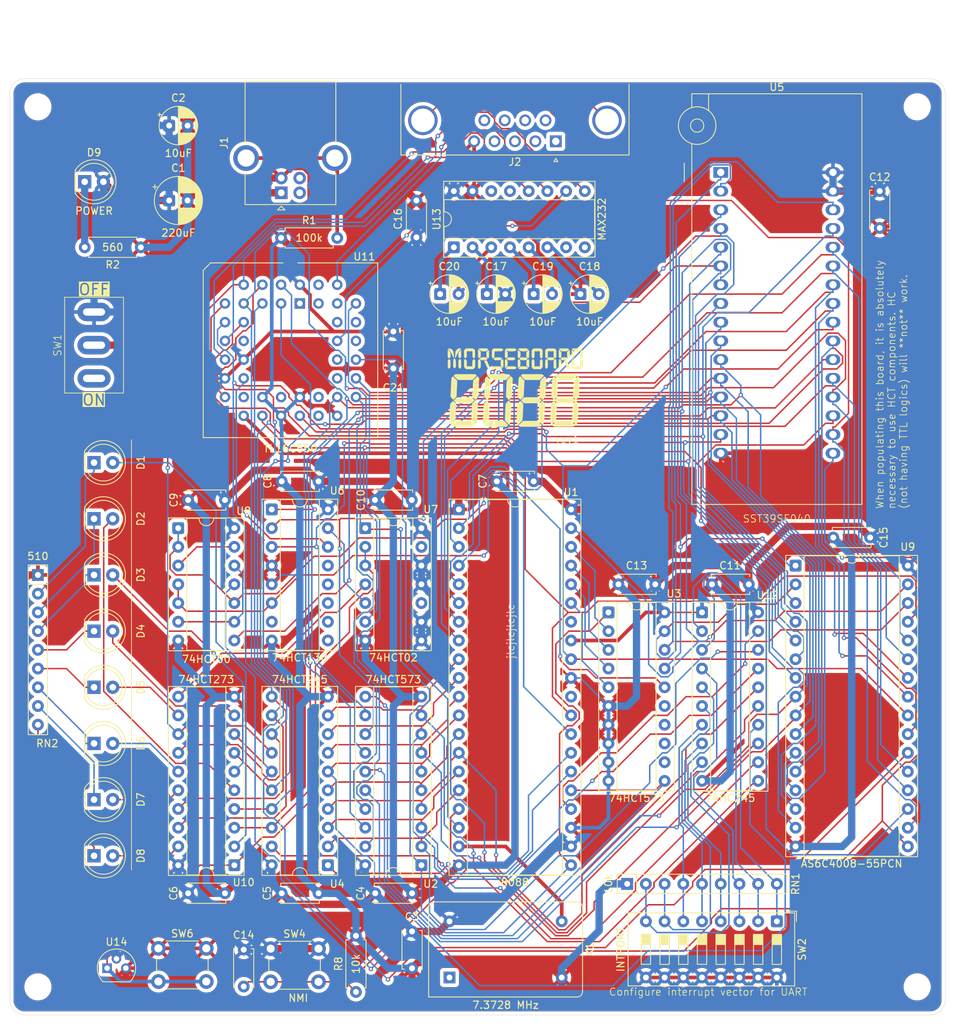
<source format=kicad_pcb>
(kicad_pcb (version 20241229) (generator "pcbnew") (generator_version "9.0")
  (layers (0 "F.Cu" signal) (2 "B.Cu" signal) (13 "F.Paste" user) (15 "B.Paste" user) (5 "F.SilkS" user "F.Silkscreen") (7 "B.SilkS" user "B.Silkscreen") (1 "F.Mask" user) (3 "B.Mask" user) (25 "Edge.Cuts" user))
  (net 0 "")
  (net 1 "VCC")
  (net 2 "GND")
  (net 3 "RES")
  (net 4 "NMI")
  (net 5 "L0")
  (net 6 "L1")
  (net 7 "L2")
  (net 8 "L3")
  (net 9 "L4")
  (net 10 "L5")
  (net 11 "L6")
  (net 12 "L7")
  (net 13 "Net-(D9-K)")
  (net 14 "Net-(J1-Shield)")
  (net 16 "VIN")
  (net 18 "AD3")
  (net 19 "AD1")
  (net 20 "~{WR}")
  (net 21 "A11")
  (net 22 "ALE")
  (net 23 "AD6")
  (net 24 "CLK")
  (net 25 "AD5")
  (net 26 "DEN")
  (net 27 "Net-(U13-VS+)")
  (net 28 "A12")
  (net 29 "AD0")
  (net 30 "AD4")
  (net 31 "AD17")
  (net 32 "A10")
  (net 33 "AD19")
  (net 34 "A14")
  (net 35 "~{M}")
  (net 36 "A15")
  (net 37 "AD2")
  (net 39 "AD7")
  (net 40 "A9")
  (net 41 "AD16")
  (net 43 "~{RD}")
  (net 44 "AD18")
  (net 45 "DT")
  (net 46 "A13")
  (net 47 "A8")
  (net 48 "A1")
  (net 49 "A5")
  (net 50 "A3")
  (net 51 "A2")
  (net 52 "A0")
  (net 53 "A7")
  (net 54 "A4")
  (net 55 "A6")
  (net 56 "A18")
  (net 57 "A16")
  (net 58 "A19")
  (net 61 "A17")
  (net 64 "D3")
  (net 65 "D4")
  (net 66 "D7")
  (net 67 "D5")
  (net 68 "D2")
  (net 69 "D6")
  (net 70 "D0")
  (net 71 "D1")
  (net 72 "~{ROMCS}")
  (net 79 "~{IO00}")
  (net 80 "~{RES}")
  (net 82 "LATCH")
  (net 84 "~{RAMCS}")
  (net 85 "M")
  (net 86 "~{A19}")
  (net 89 "Net-(U13-VS-)")
  (net 90 "Net-(U13-C2-)")
  (net 91 "Net-(U13-C2+)")
  (net 92 "Net-(U13-C1+)")
  (net 93 "Net-(U13-C1-)")
  (net 94 "Net-(D1-K)")
  (net 95 "Net-(D2-K)")
  (net 96 "Net-(D3-K)")
  (net 97 "Net-(D4-K)")
  (net 98 "Net-(D5-K)")
  (net 99 "Net-(D6-K)")
  (net 100 "Net-(D7-K)")
  (net 101 "Net-(D8-K)")
  (net 102 "UART8")
  (net 103 "UART2")
  (net 105 "UART3")
  (net 108 "unconnected-(J2-PAD-Pad0)")
  (net 110 "UART7")
  (net 111 "Net-(RN1-R6)")
  (net 112 "Net-(RN1-R5)")
  (net 113 "Net-(RN1-R3)")
  (net 114 "Net-(RN1-R4)")
  (net 115 "Net-(RN1-R7)")
  (net 116 "Net-(RN1-R2)")
  (net 117 "Net-(RN1-R8)")
  (net 118 "Net-(RN1-R1)")
  (net 119 "INTR")
  (net 120 "~{INTA}")
  (net 121 "~{IO01}")
  (net 122 "Net-(U11-RCLK)")
  (net 124 "~{RTS}")
  (net 125 "~{CTS}")
  (net 127 "TxD")
  (net 132 "RxD")
  (net 140 "R1IN")
  (net 141 "T2OUT")
  (net 142 "R2IN")
  (net 143 "T1OUT")
  (footprint "LED_THT:LED_D5.0mm" (layer "F.Cu") (at 35.56 40.64)
    (property "Reference" "D9")
    (property "Value" "POWER")
  )
  (footprint "Oscillator:Oscillator_DIP-14" (layer "F.Cu") (at 85.09 148.59)
    (property "Reference" "X1")
    (property "Value" "7.3728 MHz")
  )
  (footprint "Package_DIP:DIP-20_W7.62mm_Socket" (layer "F.Cu") (at 81.28 133.35 180)
    (property "Reference" "U2")
    (property "Value" "74HCT573")
  )
  (footprint "Package_DIP:DIP-20_W7.62mm_Socket" (layer "F.Cu") (at 68.58 133.35 180)
    (property "Reference" "U4")
    (property "Value" "74HCT245")
  )
  (footprint "Capacitor_THT:CP_Radial_D6.3mm_P2.50mm" (layer "F.Cu") (at 47.03 43.18)
    (property "Reference" "C1")
    (property "Value" "220uF")
  )
  (footprint "Capacitor_THT:CP_Radial_D5.0mm_P2.50mm" (layer "F.Cu") (at 102.87 55.88)
    (property "Reference" "C18")
    (property "Value" "10uF")
  )
  (footprint "Capacitor_THT:C_Disc_D5.0mm_W2.5mm_P5.00mm" (layer "F.Cu") (at 57.15 149.809 90)
    (property "Reference" "C14")
    (property "Value" "100nF")
  )
  (footprint "Capacitor_THT:C_Disc_D5.0mm_W2.5mm_P5.00mm" (layer "F.Cu") (at 96.52 81.28 180)
    (property "Reference" "C7")
    (property "Value" "100nF")
  )
  (footprint "Capacitor_THT:C_Disc_D5.0mm_W2.5mm_P5.00mm" (layer "F.Cu") (at 79.97 83.82 180)
    (property "Reference" "C10")
    (property "Value" "100nF")
  )
  (footprint "LED_THT:LED_D5.0mm" (layer "F.Cu") (at 36.83 109.22)
    (property "Reference" "D5")
    (property "Value" "LED")
  )
  (footprint "Package_DIP:DIP-14_W7.62mm_Socket" (layer "F.Cu") (at 48.26 87.63)
    (property "Reference" "U8")
    (property "Value" "74HCT00")
  )
  (footprint "Button_Switch_THT:SW_PUSH_6mm" (layer "F.Cu") (at 60.81 144.674)
    (property "Reference" "SW4")
    (property "Value" "NMI")
  )
  (footprint "Package_TO_SOT_THT:TO-92" (layer "F.Cu") (at 38.608 147.32)
    (property "Reference" "U14")
    (property "Value" "DS1813")
  )
  (footprint "LED_THT:LED_D5.0mm" (layer "F.Cu") (at 36.83 124.46)
    (property "Reference" "D7")
    (property "Value" "LED")
  )
  (footprint "Capacitor_THT:CP_Radial_D5.0mm_P2.50mm" (layer "F.Cu") (at 47.03 33.02)
    (property "Reference" "C2")
    (property "Value" "10uF")
  )
  (footprint "Package_LCC:PLCC-44_THT-Socket" (layer "F.Cu") (at 64.77 57.15)
    (property "Reference" "U11")
    (property "Value" "TL16C550")
  )
  (footprint "Button_Switch_THT:SW_DIP_SPSTx08_Slide_9.78x22.5mm_W7.62mm_P2.54mm" (layer "F.Cu") (at 129.54 140.97 -90)
    (property "Reference" "SW2")
    (property "Value" "INTPORT")
  )
  (footprint "Capacitor_THT:C_Disc_D5.0mm_W2.5mm_P5.00mm" (layer "F.Cu") (at 49.61 137.16)
    (property "Reference" "C6")
    (property "Value" "100nF")
  )
  (footprint "Package_DIP:DIP-16_W7.62mm_Socket" (layer "F.Cu") (at 85.685 49.53 90)
    (property "Reference" "U13")
    (property "Value" "MAX232")
  )
  (footprint "Resistor_THT:R_Axial_DIN0207_L6.3mm_D2.5mm_P7.62mm_Horizontal" (layer "F.Cu") (at 43.18 49.53 180)
    (property "Reference" "R2")
    (property "Value" "560")
  )
  (footprint "LED_THT:LED_D5.0mm" (layer "F.Cu") (at 36.83 101.6)
    (property "Reference" "D4")
    (property "Value" "LED")
  )
  (footprint "MountingHole:MountingHole_3.2mm_M3_DIN965" (layer "F.Cu") (at 29.21 30.48)
    (property "Reference" "H1")
    (property "Value" "MountingHole")
  )
  (footprint "Resistor_THT:R_Axial_DIN0207_L6.3mm_D2.5mm_P7.62mm_Horizontal" (layer "F.Cu") (at 62.23 48.26)
    (property "Reference" "R1")
    (property "Value" "100k")
  )
  (footprint "LED_THT:LED_D5.0mm" (layer "F.Cu") (at 36.83 93.98)
    (property "Reference" "D3")
    (property "Value" "LED")
  )
  (footprint "Capacitor_THT:C_Disc_D5.0mm_W2.5mm_P5.00mm" (layer "F.Cu") (at 142.2 88.9 180)
    (property "Reference" "C15")
    (property "Value" "100nF")
  )
  (footprint "Socket:DIP_Socket-32_W11.9_W12.7_W15.24_W17.78_W18.5_3M_232-1285-00-0602J" (layer "F.Cu") (at 121.92 39.37)
    (property "Reference" "U5")
    (property "Value" "SST39SF040")
  )
  (footprint "MountingHole:MountingHole_3.2mm_M3_DIN965" (layer "F.Cu") (at 29.21 149.86)
    (property "Reference" "H3")
    (property "Value" "MountingHole")
  )
  (footprint "LED_THT:LED_D5.0mm" (layer "F.Cu") (at 36.83 132.08)
    (property "Reference" "D8")
    (property "Value" "LED")
  )
  (footprint "Package_DIP:DIP-20_W7.62mm_Socket" (layer "F.Cu") (at 119.38 99.06)
    (property "Reference" "U12")
    (property "Value" "74HC245")
  )
  (footprint "components:power_switch" (layer "F.Cu") (at 36.83 62.81 -90)
    (property "Reference" "SW1")
    (property "Value" "SW_SPDT")
  )
  (footprint "Package_DIP:DIP-16_W7.62mm_Socket" (layer "F.Cu") (at 60.96 85.09)
    (property "Reference" "U6")
    (property "Value" "74HCT138")
  )
  (footprint "LED_THT:LED_D5.0mm" (layer "F.Cu") (at 36.83 78.74)
    (property "Reference" "D1")
    (property "Value" "LED")
  )
  (footprint "Capacitor_THT:C_Disc_D5.0mm_W2.5mm_P5.00mm" (layer "F.Cu") (at 54.61 83.82 180)
    (property "Reference" "C9")
    (property "Value" "100nF")
  )
  (footprint "Button_Switch_THT:SW_PUSH_6mm" (layer "F.Cu") (at 45.57 144.634)
    (property "Reference" "SW6")
    (property "Value" "RESET")
  )
  (footprint "Capacitor_THT:C_Disc_D5.0mm_W2.5mm_P5.00mm" (layer "F.Cu") (at 77.47 60.96 -90)
    (property "Reference" "C21")
    (property "Value" "100nF")
  )
  (footprint "Package_DIP:DIP-20_W7.62mm_Socket" (layer "F.Cu") (at 106.68 99.06)
    (property "Reference" "U3")
    (property "Value" "74HCT573")
  )
  (footprint "Resistor_THT:R_Axial_DIN0207_L6.3mm_D2.5mm_P7.62mm_Horizontal" (layer "F.Cu") (at 72.39 150.55 90)
    (property "Reference" "R8")
    (property "Value" "10k")
  )
  (footprint "Resistor_THT:R_Array_SIP9" (layer "F.Cu") (at 29.21 93.98 -90)
    (property "Reference" "RN2")
    (property "Value" "510")
  )
  (footprint "Package_DIP:DIP-40_W15.24mm_Socket" (layer "F.Cu") (at 86.36 85.09)
    (property "Reference" "U1")
    (property "Value" "8088")
  )
  (footprint "Package_DIP:DIP-20_W7.62mm_Socket" (layer "F.Cu") (at 55.88 133.35 180)
    (property "Reference" "U10")
    (property "Value" "74HCT273")
  )
  (footprint "Package_DIP:DIP-14_W7.62mm_Socket" (layer "F.Cu") (at 73.66 87.63)
    (property "Reference" "U7")
    (property "Value" "74HCT02")
  )
  (footprint "Capacitor_THT:C_Disc_D5.0mm_W2.5mm_P5.00mm" (layer "F.Cu") (at 113.03 95.25 180)
    (property "Reference" "C13")
    (property "Value" "100nF")
  )
  (footprint "Connector_Dsub:DSUB-9_Pins_Horizontal_P2.77x2.84mm_EdgePinOffset4.94mm_Housed_MountingHolesOffset4.94mm" (layer "F.Cu") (at 99.52 35.1553 180)
    (property "Reference" "J2")
    (property "Value" "UART1")
  )
  (footprint "Resistor_THT:R_Array_SIP9" (layer "F.Cu") (at 109.22 135.89)
    (property "Reference" "RN1")
    (property "Value" "10k")
  )
  (footprint "Capacitor_THT:C_Disc_D5.0mm_W2.5mm_P5.00mm" (layer "F.Cu") (at 75.01 137.16)
    (property "Reference" "C4")
    (property "Value" "100nF")
  )
  (footprint "MountingHole:MountingHole_3.2mm_M3_DIN965" (layer "F.Cu") (at 148.59 149.86)
    (property "Reference" "H4")
    (property "Value" "MountingHole")
  )
  (footprint "LED_THT:LED_D5.0mm" (layer "F.Cu") (at 36.83 116.84)
    (property "Reference" "D6")
    (property "Value" "LED")
  )
  (footprint "components:morseboard-logo-12h" (layer "F.Cu") (at 93.98 68.58)
    (property "Reference" "G***")
    (property "Value" "LOGO" (hide yes))
  )
  (footprint "Capacitor_THT:C_Disc_D5.0mm_W2.5mm_P5.00mm" (layer "F.Cu") (at 67.31 81.28 180)
    (property "Reference" "C8")
    (property "Value" "100nF")
  )
  (footprint "Capacitor_THT:C_Disc_D5.0mm_W2.5mm_P5.00mm" (layer "F.Cu") (at 80.01 142.335 -90)
    (property "Reference" "C3")
    (property "Value" "100nF")
  )
  (footprint "Connector_USB:USB_B_OST_USB-B1HSxx_Horizontal" (layer "F.Cu") (at 62.25 42.1375 90)
    (property "Reference" "J1")
    (property "Value" "USB_B")
  )
  (footprint "Capacitor_THT:C_Disc_D5.0mm_W2.5mm_P5.00mm" (layer "F.Cu") (at 62.31 137.16)
    (property "Reference" "C5")
    (property "Value" "100nF")
  )
  (footprint "Package_DIP:DIP-32_W15.24mm_Socket" (layer "F.Cu") (at 132.08 92.71)
    (property "Reference" "U9")
    (property "Value" "AS6C4008-55PCN")
  )
  (footprint "LED_THT:LED_D5.0mm" (layer "F.Cu") (at 36.83 86.36)
    (property "Reference" "D2")
    (property "Value" "LED")
  )
  (footprint "Capacitor_THT:C_Disc_D5.0mm_W2.5mm_P5.00mm" (layer "F.Cu") (at 143.51 41.91 -90)
    (property "Reference" "C12")
    (property "Value" "100nF")
  )
  (footprint "Capacitor_THT:CP_Radial_D5.0mm_P2.50mm" (layer "F.Cu") (at 83.82 55.88)
    (property "Reference" "C20")
    (property "Value" "10uF")
  )
  (footprint "Capacitor_THT:C_Disc_D5.0mm_W2.5mm_P5.00mm" (layer "F.Cu") (at 125.73 95.25 180)
    (property "Reference" "C11")
    (property "Value" "100nF")
  )
  (footprint "MountingHole:MountingHole_3.2mm_M3_DIN965" (layer "F.Cu") (at 148.59 30.48)
    (property "Reference" "H2")
    (property "Value" "MountingHole")
  )
  (footprint "Capacitor_THT:C_Disc_D5.0mm_W2.5mm_P5.00mm" (layer "F.Cu") (at 80.605 48.18 90)
    (property "Reference" "C16")
    (property "Value" "100nF")
  )
  (footprint "Capacitor_THT:CP_Radial_D5.0mm_P2.50mm" (layer "F.Cu") (at 96.52 55.88)
    (property "Reference" "C19")
    (property "Value" "10uF")
  )
  (footprint "Capacitor_THT:CP_Radial_D5.0mm_P2.50mm" (layer "F.Cu") (at 90.17 55.88)
    (property "Reference" "C17")
    (property "Value" "10uF")
  )
  (gr_line (start 41.91 75.639499) (end 41.91 133.985) (stroke (width 0.1)) (layer "F.SilkS"))
  (gr_line (start 27.4 26.67) (end 150.4 26.67) (stroke (width 0.05)) (layer "Edge.Cuts"))
  (gr_line (start 150.4 153.67) (end 27.4 153.67) (stroke (width 0.05)) (layer "Edge.Cuts"))
  (gr_arc (start 152.4 151.67) (mid 151.814214 153.084214) (end 150.4 153.67) (stroke (width 0.05)) (layer "Edge.Cuts"))
  (gr_line (start 25.4 151.67) (end 25.4 28.67) (stroke (width 0.05)) (layer "Edge.Cuts"))
  (gr_arc (start 150.4 26.67) (mid 151.814214 27.255786) (end 152.4 28.67) (stroke (width 0.05)) (layer "Edge.Cuts"))
  (gr_arc (start 27.4 153.67) (mid 25.985786 153.084214) (end 25.4 151.67) (stroke (width 0.05)) (layer "Edge.Cuts"))
  (gr_arc (start 25.4 28.67) (mid 25.985786 27.255786) (end 27.4 26.67) (stroke (width 0.05)) (layer "Edge.Cuts"))
  (gr_line (start 152.4 28.67) (end 152.4 151.67) (stroke (width 0.05)) (layer "Edge.Cuts"))
  (gr_text "OFF" (at 36.83 56.134 0) (layer "F.SilkS" knockout) (effects (font (size 1.5 1.5) (thickness 0.2) (bold yes)) (justify bottom)))
  (gr_text "Configure interrupt vector for UART" (at 106.68 151.13 0) (layer "F.SilkS") (effects (font (size 1 1) (thickness 0.1)) (justify left bottom)))
  (gr_text "ON" (at 36.83 71.12 0) (layer "F.SilkS" knockout) (effects (font (size 1.5 1.5) (thickness 0.2) (bold yes)) (justify bottom)))
  (gr_text "When populating this board, it is absolutely\nnecessary to use HCT components. HC\n(not having TTL logics) will **not** work." (at 147.32 85.09 90) (layer "F.SilkS") (effects (font (size 1 1) (thickness 0.1)) (justify left bottom)))
  (gr_text "jlcjlcjlcjlc" (at 93.98 105.41 90) (layer "F.SilkS") (effects (font (size 1 1) (thickness 0.1)) (justify left bottom)))
  (gr_text "rev1" (at 99.484423 76.2 0) (layer "F.SilkS") (effects (font (size 1 1) (thickness 0.1)) (justify left bottom)))
  (segment (start 143.51 41.91) (end 137.16 41.91) (width 1) (layer "F.Cu") (net 1))
  (segment (start 77.43 81.28) (end 79.97 83.82) (width 1) (layer "F.Cu") (net 1))
  (segment (start 113.03 90.17) (end 113.03 95.25) (width 1) (layer "F.Cu") (net 1))
  (segment (start 57.15 64.77) (end 54.61 67.31) (width 0.5) (layer "F.Cu") (net 1))
  (segment (start 114.3 148.59) (end 116.84 148.59) (width 0.5) (layer "F.Cu") (net 1))
  (segment (start 62.31 137.16) (end 63.811 138.661) (width 1) (layer "F.Cu") (net 1))
  (segment (start 51.111 138.661) (end 60.809 138.661) (width 1) (layer "F.Cu") (net 1))
  (segment (start 97.79 81.28) (end 101.6 85.09) (width 1) (layer "F.Cu") (net 1))
  (segment (start 123.19 92.71) (end 125.73 95.25) (width 1) (layer "F.Cu") (net 1))
  (segment (start 60.96 60.96) (end 57.15 64.77) (width 0.5) (layer "F.Cu") (net 1))
  (segment (start 69.3686 60.96) (end 60.96 60.96) (width 0.5) (layer "F.Cu") (net 1))
  (segment (start 60.81 144.674) (end 67.31 144.674) (width 1) (layer "F.Cu") (net 1))
  (segment (start 47.03 43.18) (end 40.64 43.18) (width 1) (layer "F.Cu") (net 1))
  (segment (start 83.725 142.335) (end 80.01 142.335) (width 1) (layer "F.Cu") (net 1))
  (segment (start 113.03 95.25) (end 115.57 92.71) (width 1) (layer "F.Cu") (net 1))
  (segment (start 107.95 85.09) (end 113.03 90.17) (width 1) (layer "F.Cu") (net 1))
  (segment (start 125.73 92.71) (end 131.041 87.399) (width 1) (layer "F.Cu") (net 1))
  (segment (start 49.61 137.16) (end 51.111 138.661) (width 1) (layer "F.Cu") (net 1))
  (segment (start 125.73 95.25) (end 125.73 92.71) (width 1) (layer "F.Cu") (net 1))
  (segment (start 107.95 102.87) (end 111.76 99.06) (width 0.5) (layer "F.Cu") (net 1))
  (segment (start 64.77 54.61) (end 66.1478 55.9878) (width 0.5) (layer "F.Cu") (net 1))
  (segment (start 58.651 79.779) (end 65.809 79.779) (width 1) (layer "F.Cu") (net 1))
  (segment (start 65.809 79.779) (end 67.31 81.28) (width 1) (layer "F.Cu") (net 1))
  (segment (start 111.76 99.06) (end 114.3 99.06) (width 0.5) (layer "F.Cu") (net 1))
  (segment (start 121.92 148.59) (end 124.46 148.59) (width 0.5) (layer "F.Cu") (net 1))
  (segment (start 111.76 148.59) (end 114.3 148.59) (width 0.5) (layer "F.Cu") (net 1))
  (segment (start 66.1478 57.7392) (end 69.3686 60.96) (width 0.5) (layer "F.Cu") (net 1))
  (segment (start 66.1478 55.9878) (end 66.1478 57.7392) (width 0.5) (layer "F.Cu") (net 1))
  (segment (start 115.57 92.71) (end 123.19 92.71) (width 1) (layer "F.Cu") (net 1))
  (segment (start 63.811 138.661) (end 73.509 138.661) (width 1) (layer "F.Cu") (net 1))
  (segment (start 101.6 85.09) (end 107.95 85.09) (width 1) (layer "F.Cu") (net 1))
  (segment (start 131.041 87.399) (end 140.699 87.399) (width 1) (layer "F.Cu") (net 1))
  (segment (start 114.3 99.06) (end 119.38 99.06) (width 0.2) (layer "F.Cu") (net 1))
  (segment (start 140.699 87.399) (end 142.2 88.9) (width 1) (layer "F.Cu") (net 1))
  (segment (start 124.46 148.59) (end 127 148.59) (width 0.5) (layer "F.Cu") (net 1))
  (segment (start 119.38 148.59) (end 121.92 148.59) (width 0.5) (layer "F.Cu") (net 1))
  (segment (start 85.09 140.97) (end 83.725 142.335) (width 1) (layer "F.Cu") (net 1))
  (segment (start 69.3686 60.96) (end 77.47 60.96) (width 0.5) (layer "F.Cu") (net 1))
  (segment (start 40.64 43.18) (end 38.1 40.64) (width 1) (layer "F.Cu") (net 1))
  (segment (start 101.6 102.87) (end 107.95 102.87) (width 0.5) (layer "F.Cu") (net 1))
  (segment (start 54.61 83.82) (end 58.651 79.779) (width 1) (layer "F.Cu") (net 1))
  (segment (start 60.809 138.661) (end 62.31 137.16) (width 1) (layer "F.Cu") (net 1))
  (segment (start 116.84 148.59) (end 119.38 148.59) (width 0.5) (layer "F.Cu") (net 1))
  (segment (start 67.31 81.28) (end 77.43 81.28) (width 1) (layer "F.Cu") (net 1))
  (segment (start 96.52 81.28) (end 97.79 81.28) (width 1) (layer "F.Cu") (net 1))
  (segment (start 73.509 138.661) (end 75.01 137.16) (width 1) (layer "F.Cu") (net 1))
  (segment (start 127 148.59) (end 129.54 148.59) (width 0.5) (layer "F.Cu") (net 1))
  (segment (start 88.9 140.97) (end 99.06 130.81) (width 1) (layer "B.Cu") (net 1))
  (segment (start 81.28 92.71) (end 81.28 95.25) (width 1) (layer "B.Cu") (net 1))
  (segment (start 57.15 144.809) (end 60.675 144.809) (width 1) (layer "B.Cu") (net 1))
  (segment (start 45.72 33.02) (end 47.03 33.02) (width 1) (layer "B.Cu") (net 1))
  (segment (start 54.61 83.82) (end 54.61 81.28) (width 1) (layer "B.Cu") (net 1))
  (segment (start 48.26 133.35) (end 48.26 135.81) (width 1) (layer "B.Cu") (net 1))
  (segment (start 113.03 95.25) (end 113.03 97.79) (width 1) (layer "B.Cu") (net 1))
  (segment (start 35.56 152.4) (end 34.29 151.13) (width 1) (layer "B.Cu") (net 1))
  (segment (start 82.55 152.4) (end 63.5 152.4) (width 1) (layer "B.Cu") (net 1))
  (segment (start 54.61 83.82) (end 54.61 86.36) (width 1) (layer "B.Cu") (net 1))
  (segment (start 79.97 86.32) (end 81.28 87.63) (width 1) (layer "B.Cu") (net 1))
  (segment (start 54.61 81.28) (end 49.53 76.2) (width 1) (layer "B.Cu") (net 1))
  (segment (start 129.54 148.59) (end 129.54 151.13) (width 0.5) (layer "B.Cu") (net 1))
  (segment (start 143.51 88.9) (end 149.86 88.9) (width 1) (layer "B.Cu") (net 1))
  (segment (start 77.47 60.96) (end 77.47 59.69) (width 1) (layer "B.Cu") (net 1))
  (segment (start 29.21 143.51) (end 38.1 143.51) (width 1) (layer "B.Cu") (net 1))
  (segment (start 73.66 135.81) (end 75.01 137.16) (width 1) (layer "B.Cu") (net 1))
  (segment (start 80.01 142.16) (end 75.01 137.16) (width 1) (layer "B.Cu") (net 1))
  (segment (start 82.781 98.829) (end 81.28 100.33) (width 1) (layer "B.Cu") (net 1))
  (segment (start 142.2 88.9) (end 143.51 88.9) (width 1) (layer "B.Cu") (net 1))
  (segment (start 63.5 147.364) (end 63.5 152.4) (width 1) (layer "B.Cu") (net 1))
  (segment (start 83.82 27.94) (end 85.685 29.805) (width 1) (layer "B.Cu") (net 1))
  (segment (start 80.605 48.18) (end 80.605 46.99) (width 1) (layer "B.Cu") (net 1))
  (segment (start 99.06 130.81) (end 101.6 130.81) (width 1) (layer "B.Cu") (net 1))
  (segment (start 143.51 41.91) (end 143.51 34.29) (width 1) (layer "B.Cu") (net 1))
  (segment (start 142.24 152.4) (end 130.81 152.4) (width 1) (layer "B.Cu") (net 1))
  (segment (start 36.83 58.31) (end 36.83 54.61) (width 1) (layer "B.Cu") (net 1))
  (segment (start 47.03 33.02) (end 47.03 43.18) (width 1) (layer "B.Cu") (net 1))
  (segment (start 31.75 146.05) (end 29.21 143.51) (width 1) (layer "B.Cu") (net 1))
  (segment (start 34.29 27.94) (end 40.64 27.94) (width 1) (layer "B.Cu") (net 1))
  (segment (start 26.67 36.83) (end 27.94 35.56) (width 1) (layer "B.Cu") (net 1))
  (segment (start 30.48 35.56) (end 33.02 33.02) (width 1) (layer "B.Cu") (net 1))
  (segment (start 80.01 142.335) (end 82.55 144.875) (width 1) (layer "B.Cu") (net 1))
  (segment (start 54.61 67.31) (end 49.53 67.31) (width 0.5) (layer "B.Cu") (net 1))
  (segment (start 82.781 91.209) (end 81.28 92.71) (width 1) (layer "B.Cu") (net 1))
  (segment (start 85.685 29.805) (end 85.685 41.91) (width 1) (layer "B.Cu") (net 1))
  (segment (start 49.61 137.16) (end 57.15 144.7) (width 1) (layer "B.Cu") (net 1))
  (segment (start 148.59 34.29) (end 151.13 36.83) (width 1) (layer "B.Cu") (net 1))
  (segment (start 49.53 67.31) (end 40.53 58.31) (width 1) (layer "B.Cu") (net 1))
  (segment (start 82.781 89.131) (end 82.781 91.209) (width 1) (layer "B.Cu") (net 1))
  (segment (start 57.15 144.7) (end 57.15 144.809) (width 1) (layer "B.Cu") (net 1))
  (segment (start 151.13 142.24) (end 149.86 143.51) (width 1) (layer "B.Cu") (net 1))
  (segment (start 60.81 144.674) (end 63.5 147.364) (width 1) (layer "B.Cu") (net 1))
  (segment (start 149.86 143.51) (end 147.32 143.51) (width 1) (layer "B.Cu") (net 1))
  (segment (start 33.02 29.21) (end 34.29 27.94) (width 1) (layer "B.Cu") (net 1))
  (segment (start 143.51 151.13) (end 142.24 152.4) (width 1) (layer "B.Cu") (net 1))
  (segment (start 34.29 151.13) (end 34.29 147.32) (width 1) (layer "B.Cu") (net 1))
  (segment (start 77.47 59.69) (end 80.605 56.555) (width 1) (layer "B.Cu") (net 1))
  (segment (start 81.28 100.33) (end 81.28 102.87) (width 1) (layer "B.Cu") (net 1))
  (segment (start 26.67 142.24) (end 26.67 36.83) (width 1) (layer "B.Cu") (net 1))
  (segment (start 143.51 34.29) (end 148.59 34.29) (width 1) (layer "B.Cu") (net 1))
  (segment (start 54.61 86.36) (end 55.88 87.63) (width 1) (layer "B.Cu") (net 1))
  (segment (start 151.13 90.17) (end 151.13 142.24) (width 1) (layer "B.Cu") (net 1))
  (segment (start 29.21 143.51) (end 27.94 143.51) (width 1) (layer "B.Cu") (net 1))
  (segment (start 85.09 140.97) (end 88.9 140.97) (width 1) (layer "B.Cu") (net 1))
  (segment (start 137.16 39.37) (end 137.16 41.91) (width 1) (layer "B.Cu") (net 1))
  (segment (start 81.28 95.25) (end 82.781 96.751) (width 1) (layer "B.Cu") (net 1))
  (segment (start 147.32 143.51) (end 143.51 147.32) (width 1) (layer "B.Cu") (net 1))
  (segment (start 96.52 69.85) (end 92.67 66) (width 1) (layer "B.Cu") (net 1))
  (segment (start 39.878 145.288) (end 39.878 146.05) (width 1) (layer "B.Cu") (net 1))
  (segment (start 63.5 152.4) (end 35.56 152.4) (width 1) (layer "B.Cu") (net 1))
  (segment (start 82.781 96.751) (end 82.781 98.829) (width 1) (layer "B.Cu") (net 1))
  (segment (start 80.605 46.99) (end 85.685 41.91) (width 1) (layer "B.Cu") (net 1))
  (segment (start 60.96 135.81) (end 62.31 137.16) (width 1) (layer "B.Cu") (net 1))
  (segment (start 82.55 144.875) (end 82.55 152.4) (width 1) (layer "B.Cu") (net 1))
  (segment (start 92.67 66) (end 92.67 55.88) (width 1) (layer "B.Cu") (net 1))
  (segment (start 67.31 81.28) (end 67.31 83.82) (width 1) (layer "B.Cu") (net 1))
  (segment (start 96.52 81.28) (end 96.52 69.85) (width 1) (layer "B.Cu") (net 1))
  (segment (start 73.66 133.35) (end 73.66 135.81) (width 1) (layer "B.Cu") (net 1))
  (segment (start 83.82 27.94) (end 140.97 27.94) (width 1) (layer "B.Cu") (net 1))
  (segment (start 40.53 58.31) (end 36.83 58.31) (width 1) (layer "B.Cu") (net 1))
  (segment (start 34.29 147.32) (end 33.02 146.05) (width 1) (layer "B.Cu") (net 1))
  (segment (start 67.31 83.82) (end 68.58 85.09) (width 1) (layer "B.Cu") (net 1))
  (segment (start 80.605 56.555) (end 80.605 48.18) (width 1) (layer "B.Cu") (net 1))
  (segment (start 33.02 33.02) (end 33.02 29.21) (width 1) (layer "B.Cu") (net 1))
  (segment (start 79.97 83.82) (end 79.97 63.46) (width 1) (layer "B.Cu") (net 1))
  (segment (start 27.94 143.51) (end 26.67 142.24) (width 1) (layer "B.Cu") (net 1))
  (segment (start 125.73 95.25) (end 125.73 97.79) (width 1) (layer "B.Cu") (net 1))
  (segment (start 38.1 143.51) (end 39.878 145.288) (width 1) (layer "B.Cu") (net 1))
  (segment (start 140.97 27.94) (end 142.24 29.21) (width 1) (layer "B.Cu") (net 1))
  (segment (start 79.97 63.46) (end 77.47 60.96) (width 1) (layer "B.Cu") (net 1))
  (segment (start 129.54 151.13) (end 130.81 152.4) (width 0.5) (layer "B.Cu") (net 1))
  (segment (start 142.24 29.21) (end 142.24 33.02) (width 1) (layer "B.Cu") (net 1))
  (segment (start 80.01 142.335) (end 80.01 142.16) (width 1) (layer "B.Cu") (net 1))
  (segment (start 81.28 87.63) (end 82.781 89.131) (width 1) (layer "B.Cu") (net 1))
  (segment (start 143.51 88.9) (end 147.32 92.71) (width 1) (layer "B.Cu") (net 1))
  (segment (start 143.51 147.32) (end 143.51 151.13) (width 1) (layer "B.Cu") (net 1))
  (segment (start 149.86 88.9) (end 151.13 90.17) (width 1) (layer "B.Cu") (net 1))
  (segment (start 33.02 146.05) (end 31.75 146.05) (width 1) (layer "B.Cu") (net 1))
  (segment (start 125.73 97.79) (end 127 99.06) (width 1) (layer "B.Cu") (net 1))
  (segment (start 40.64 27.94) (end 83.82 27.94) (width 1) (layer "B.Cu") (net 1))
  (segment (start 36.83 54.61) (end 38.1 53.34) (width 1) (layer "B.Cu") (net 1))
  (segment (start 60.675 144.809) (end 60.81 144.674) (width 1) (layer "B.Cu") (net 1))
  (segment (start 79.97 83.82) (end 79.97 86.32) (width 1) (layer "B.Cu") (net 1))
  (segment (start 40.64 27.94) (end 45.72 33.02) (width 1) (layer "B.Cu") (net 1))
  (segment (start 38.1 53.34) (end 38.1 40.64) (width 1) (layer "B.Cu") (net 1))
  (segment (start 151.13 36.83) (end 151.13 90.17) (width 1) (layer "B.Cu") (net 1))
  (segment (start 48.26 135.81) (end 49.61 137.16) (width 1) (layer "B.Cu") (net 1))
  (segment (start 49.53 76.2) (end 49.53 67.31) (width 1) (layer "B.Cu") (net 1))
  (segment (start 60.96 133.35) (end 60.96 135.81) (width 1) (layer "B.Cu") (net 1))
  (segment (start 142.24 33.02) (end 143.51 34.29) (width 1) (layer "B.Cu") (net 1))
  (segment (start 130.81 152.4) (end 82.55 152.4) (width 1) (layer "B.Cu") (net 1))
  (segment (start 27.94 35.56) (end 30.48 35.56) (width 1) (layer "B.Cu") (net 1))
  (segment (start 113.03 97.79) (end 114.3 99.06) (width 1) (layer "B.Cu") (net 1))
  (segment (start 67.31 137.16) (end 68.811 135.659) (width 1) (layer "F.Cu") (net 2))
  (segment (start 151.13 142.24) (end 149.86 143.51) (width 1) (layer "F.Cu") (net 2))
  (segment (start 63.731 49.761) (end 62.23 48.26) (width 1) (layer "F.Cu") (net 2))
  (segment (start 128.27 95.25) (end 128.27 93.98) (width 1) (layer "F.Cu") (net 2))
  (segment (start 27.94 143.51) (end 26.67 142.24) (width 1) (layer "F.Cu") (net 2))
  (segment (start 52.5725 40.1375) (end 49.53 43.18) (width 1) (layer "F.Cu") (net 2))
  (segment (start 109.531 96.751) (end 119.229 96.751) (width 1) (layer "F.Cu") (net 2))
  (segment (start 74.97 83.82) (end 74.17 83.02) (width 1) (layer "F.Cu") (net 2))
  (segment (start 68.811 135.659) (end 78.509 135.659) (width 1) (layer "F.Cu") (net 2))
  (segment (start 149.629 90.401) (end 151.13 88.9) (width 1) (layer "F.Cu") (net 2))
  (segment (start 49.61 83.82) (end 51.111 85.321) (width 1) (layer "F.Cu") (net 2))
  (segment (start 76.4975 47.2875) (end 74.024 49.761) (width 1) (layer "F.Cu") (net 2))
  (segment (start 65.9322 71.0122) (end 68.4722 71.0122) (width 0.5) (layer "F.Cu") (net 2))
  (segment (start 143.51 147.32) (end 143.51 151.13) (width 1) (layer "F.Cu") (net 2))
  (segment (start 133.35 88.9) (end 137.2 88.9) (width 1) (layer "F.Cu") (net 2))
  (segment (start 65.809 135.659) (end 67.31 137.16) (width 1) (layer "F.Cu") (net 2))
  (segment (start 33.02 33.02) (end 33.02 29.21) (width 1) (layer "F.Cu") (net 2))
  (segment (start 34.29 27.94) (end 50.8 27.94) (width 1) (layer "F.Cu") (net 2))
  (segment (start 86.36 82.55) (end 87.63 81.28) (width 1) (layer "F.Cu") (net 2))
  (segment (start 33.02 29.21) (end 34.29 27.94) (width 1) (layer "F.Cu") (net 2))
  (segment (start 68.66 65.96) (end 77.47 65.96) (width 0.5) (layer "F.Cu") (net 2))
  (segment (start 78.509 135.659) (end 80.01 137.16) (width 1) (layer "F.Cu") (net 2))
  (segment (start 126.769 96.751) (end 128.27 95.25) (width 1) (layer "F.Cu") (net 2))
  (segment (start 31.75 146.05) (end 29.21 143.51) (width 1) (layer "F.Cu") (net 2))
  (segment (start 55.649 85.321) (end 59.69 81.28) (width 1) (layer "F.Cu") (net 2))
  (segment (start 90.17 45.72) (end 88.225 43.775) (width 0.5) (layer "F.Cu") (net 2))
  (segment (start 151.13 88.9) (end 151.13 142.24) (width 1) (layer "F.Cu") (net 2))
  (segment (start 74.024 49.761) (end 63.731 49.761) (width 1) (layer "F.Cu") (net 2))
  (segment (start 41.148 151.892) (end 41.148 147.32) (width 1) (layer "F.Cu") (net 2))
  (segment (start 64.77 69.85) (end 65.9322 71.0122) (width 0.5) (layer "F.Cu") (net 2))
  (segment (start 40.64 152.4) (end 41.148 151.892) (width 1) (layer "F.Cu") (net 2))
  (segment (start 35.56 152.4) (end 34.29 151.13) (width 1) (layer "F.Cu") (net 2))
  (segment (start 49.61 83.82) (end 27.94 83.82) (width 1) (layer "F.Cu") (net 2))
  (segment (start 80.81 146.535) (end 98.275 146.535) (width 1) (layer "F.Cu") (net 2))
  (segment (start 137.2 88.9) (end 138.701 90.401) (width 1) (layer "F.Cu") (net 2))
  (segment (start 122.231 96.751) (end 126.769 96.751) (width 1) (layer "F.Cu") (net 2))
  (segment (start 26.67 95.25) (end 26.67 82.55) (width 1) (layer "F.Cu") (net 2))
  (segment (start 29.21 143.51) (end 27.94 143.51) (width 1) (layer "F.Cu") (net 2))
  (segment (start 101.6 152.4) (end 100.33 151.13) (width 1) (layer "F.Cu") (net 2))
  (segment (start 88.225 41.91) (end 88.225 41.235) (width 0.5) (layer "F.Cu") (net 2))
  (segment (start 68.4722 71.0122) (end 69.85 72.39) (width 0.5) (layer "F.Cu") (net 2))
  (segment (start 26.67 95.25) (end 27.94 93.98) (width 1) (layer "F.Cu") (net 2))
  (segment (start 100.33 151.13) (end 100.33 148.59) (width 1) (layer "F.Cu") (net 2))
  (segment (start 80.605 43.18) (end 81.405 43.98) (width 1) (layer "F.Cu") (net 2))
  (segment (start 27.94 93.98) (end 29.21 93.98) (width 1) (layer "F.Cu") (net 2))
  (segment (start 62.25 40.1375) (end 52.5725 40.1375) (width 1) (layer "F.Cu") (net 2))
  (segment (start 74.93 27.94) (end 74.93 37.505) (width 1) (layer "F.Cu") (net 2))
  (segment (start 120.73 95.25) (end 122.231 96.751) (width 1) (layer "F.Cu") (net 2))
  (segment (start 151.13 80.01) (end 151.13 88.9) (width 1) (layer "F.Cu") (net 2))
  (segment (start 74.97 83.82) (end 76.471 85.321) (width 1) (layer "F.Cu") (net 2))
  (segment (start 49.53 29.21) (end 50.8 27.94) (width 1) (layer "F.Cu") (net 2))
  (segment (start 26.67 82.55) (end 26.67 36.83) (width 1) (layer "F.Cu") (net 2))
  (segment (start 27.94 83.82) (end 26.67 82.55) (width 1) (layer "F.Cu") (net 2))
  (segment (start 34.29 147.32) (end 33.02 146.05) (width 1) (layer "F.Cu") (net 2))
  (segment (start 64.77 69.85) (end 68.66 65.96) (width 0.5) (layer "F.Cu") (net 2))
  (segment (start 74.93 27.94) (end 140.97 27.94) (width 1) (layer "F.Cu") (net 2))
  (segment (start 26.67 36.83) (end 27.94 35.56) (width 1) (layer "F.Cu") (net 2))
  (segment (start 63.551 38.8365) (end 62.25 40.1375) (width 0.5) (layer "F.Cu") (net 2))
  (segment (start 49.53 33.02) (end 49.53 29.21) (width 1) (layer "F.Cu") (net 2))
  (segment (start 74.17 83.02) (end 64.05 83.02) (width 1) (layer "F.Cu") (net 2))
  (segment (start 82.55 137.16) (end 80.01 137.16) (width 1) (layer "F.Cu") (net 2))
  (segment (start 80.01 151.13) (end 78.74 152.4) (width 1) (layer "F.Cu") (net 2))
  (segment (start 142.24 33.02) (end 143.51 34.29) (width 1) (layer "F.Cu") (net 2))
  (segment (start 128.27 93.98) (end 133.35 88.9) (width 1) (layer "F.Cu") (net 2))
  (segment (start 86.155 43.98) (end 88.225 41.91) (width 1) (layer "F.Cu") (net 2))
  (segment (start 97.096 50.106) (end 97.096 49.0118) (width 0.5) (layer "F.Cu") (net 2))
  (segment (start 86.36 85.09) (end 86.36 82.55) (width 1) (layer "F.Cu") (net 2))
  (segment (start 78.971 49.761) (end 78.971 64.459) (width 1) (layer "F.Cu") (net 2))
  (segment (start 138.701 90.401) (end 149.629 90.401) (width 1) (layer "F.Cu") (net 2))
  (segment (start 142.24 29.21) (end 142.24 33.02) (width 1) (layer "F.Cu") (net 2))
  (segment (start 86.129 85.321) (end 86.36 85.09) (width 1) (layer "F.Cu") (net 2))
  (segment (start 108.03 95.25) (end 109.531 96.751) (width 1) (layer "F.Cu") (net 2))
  (segment (start 59.69 81.28) (end 62.31 81.28) (width 1) (layer "F.Cu") (net 2))
  (segment (start 40.64 152.4) (end 35.56 152.4) (width 1) (layer "F.Cu") (net 2))
  (segment (start 27.94 35.56) (end 30.48 35.56) (width 1) (layer "F.Cu") (net 2))
  (segment (start 34.29 151.13) (end 34.29 147.32) (width 1) (layer "F.Cu") (net 2))
  (segment (start 119.229 96.751) (end 120.73 95.25) (width 1) (layer "F.Cu") (net 2))
  (segment (start 64.05 83.02) (end 62.31 81.28) (width 1) (layer "F.Cu") (net 2))
  (segment (start 151.13 36.83) (end 151.13 48.26) (width 1) (layer "F.Cu") (net 2))
  (segment (start 143.51 34.29) (end 148.59 34.29) (width 1) (layer "F.Cu") (net 2))
  (segment (start 66.051 44.439) (end 66.051 39.5986) (width 0.5) (layer "F.Cu") (net 2))
  (segment (start 81.405 43.98) (end 86.155 43.98) (width 1) (layer "F.Cu") (net 2))
  (segment (start 124.46 80.01) (end 121.92 77.47) (width 1) (layer "F.Cu") (net 2))
  (segment (start 86.36 133.35) (end 82.55 137.16) (width 1) (layer "F.Cu") (net 2))
  (segment (start 65.2889 38.8365) (end 63.551 38.8365) (width 0.5) (layer "F.Cu") (net 2))
  (segment (start 74.93 37.505) (end 80.605 43.18) (width 1) (layer "F.Cu") (net 2))
  (segment (start 54.61 137.16) (end 56.111 135.659) (width 1) (layer "F.Cu") (net 2))
  (segment (start 149.86 143.51) (end 147.32 143.51) (width 1) (layer "F.Cu") (net 2))
  (segment (start 143.51 151.13) (end 142.24 152.4) (width 1) (layer "F.Cu") (net 2))
  (segment (start 151.13 80.01) (end 124.46 80.01) (width 1) (layer "F.Cu") (net 2))
  (segment (start 88.225 41.235) (end 88.44 41.02) (width 0.5) (layer "F.Cu") (net 2))
  (segment (start 62.23 48.26) (end 66.051 44.439) (width 0.5) (layer "F.Cu") (net 2))
  (segment (start 88.225 43.775) (end 88.225 41.91) (width 0.5) (layer "F.Cu") (net 2))
  (segment (start 42.884 147.32) (end 41.148 147.32) (width 0.5) (layer "F.Cu") (net 2))
  (segment (start 78.74 152.4) (end 40.64 152.4) (width 1) (layer "F.Cu") (net 2))
  (segment (start 56.111 135.659) (end 65.809 135.659) (width 1) (layer "F.Cu") (net 2))
  (segment (start 26.67 142.24) (end 26.67 95.25) (width 1) (layer "F.Cu") (net 2))
  (segment (start 148.59 34.29) (end 151.13 36.83) (width 1) (layer "F.Cu") (net 2))
  (segment (start 140.97 27.94) (end 142.24 29.21) (width 1) (layer "F.Cu") (net 2))
  (segment (start 87.63 81.28) (end 91.52 81.28) (width 1) (layer "F.Cu") (net 2))
  (segment (start 147.32 143.51) (end 143.51 147.32) (width 1) (layer "F.Cu") (net 2))
  (segment (start 50.8 27.94) (end 74.93 27.94) (width 1) (layer "F.Cu") (net 2))
  (segment (start 149.78 46.91) (end 143.51 46.91) (width 1) (layer "F.Cu") (net 2))
  (segment (start 76.471 85.321) (end 86.129 85.321) (width 1) (layer "F.Cu") (net 2))
  (segment (start 80.01 147.335) (end 80.81 146.535) (width 1) (layer "F.Cu") (net 2))
  (segment (start 45.57 144.634) (end 42.884 147.32) (width 0.5) (layer "F.Cu") (net 2))
  (segment (start 93.8042 45.72) (end 90.17 45.72) (width 0.5) (layer "F.Cu") (net 2))
  (segment (start 66.051 39.5986) (end 65.2889 38.8365) (width 0.5) (layer "F.Cu") (net 2))
  (segment (start 80.01 147.335) (end 80.01 151.13) (width 1) (layer "F.Cu") (net 2))
  (segment (start 142.24 152.4) (end 101.6 152.4) (width 1) (layer "F.Cu") (net 2))
  (segment (start 97.096 49.0118) (end 93.8042 45.72) (width 0.5) (layer "F.Cu") (net 2))
  (segment (start 52.07 144.634) (end 45.57 144.634) (width 0.5) (layer "F.Cu") (net 2))
  (segment (start 88.44 41.02) (end 88.44 35.1553) (width 0.5) (layer "F.Cu") (net 2))
  (segment (start 102.87 55.88) (end 97.096 50.106) (width 0.5) (layer "F.Cu") (net 2))
  (segment (start 30.48 35.56) (end 33.02 33.02) (width 1) (layer "F.Cu") (net 2))
  (segment (start 98.275 146.535) (end 100.33 148.59) (width 1) (layer "F.Cu") (net 2))
  (segment (start 78.971 64.459) (end 77.47 65.96) (width 1) (layer "F.Cu") (net 2))
  (segment (start 151.13 48.26) (end 149.78 46.91) (width 1) (layer "F.Cu") (net 2))
  (segment (start 33.02 146.05) (end 31.75 146.05) (width 1) (layer "F.Cu") (net 2))
  (segment (start 76.4975 47.2875) (end 78.971 49.761) (width 1) (layer "F.Cu") (net 2))
  (segment (start 80.605 43.18) (end 76.4975 47.2875) (width 1) (layer "F.Cu") (net 2))
  (segment (start 51.111 85.321) (end 55.649 85.321) (width 1) (layer "F.Cu") (net 2))
  (segment (start 151.13 48.26) (end 151.13 80.01) (width 1) (layer "F.Cu") (net 2))
  (segment (start 101.6 152.4) (end 78.74 152.4) (width 1) (layer "F.Cu") (net 2))
  (segment (start 109.22 111.76) (end 106.68 111.76) (width 1) (layer "B.Cu") (net 2))
  (segment (start 49.53 46.99) (end 49.53 43.18) (width 1) (layer "B.Cu") (net 2))
  (segment (start 52.07 109.22) (end 53.34 110.49) (width 1) (layer "B.Cu") (net 2))
  (segment (start 60.96 105.41) (end 64.77 109.22) (width 1) (layer "B.Cu") (net 2))
  (segment (start 77.47 86.36) (end 76.2 85.09) (width 1) (layer "B.Cu") (net 2))
  (segment (start 67.31 137.16) (end 64.77 134.62) (width 1) (layer "B.Cu") (net 2))
  (segment (start 72.39 139.7) (end 72.39 142.93) (width 1) (layer "B.Cu") (net 2))
  (segment (start 48.26 105.41) (end 52.07 109.22) (width 1) (layer "B.Cu") (net 2))
  (segment (start 73.66 102.87) (end 73.66 105.41) (width 1) (layer "B.Cu") (net 2))
  (segment (start 52.07 86.28) (end 49.61 83.82) (width 1) (layer "B.Cu") (net 2))
  (segment (start 64.77 111.76) (end 66.04 110.49) (width 1) (layer "B.Cu") (net 2))
  (segment (start 106.68 114.3) (end 106.68 111.76) (width 0.5) (layer "B.Cu") (net 2))
  (segment (start 106.68 127) (end 105.41 128.27) (width 0.5) (layer "B.Cu") (net 2))
  (segment (start 69.85 137.16) (end 72.39 139.7) (width 1) (layer "B.Cu") (net 2))
  (segment (start 62.23 93.98) (end 60.96 95.25) (width 0.2) (layer "B.Cu") (net 2))
  (segment (start 91.52 81.28) (end 93.98 83.74) (width 1) (layer "B.Cu") (net 2))
  (segment (start 120.73 95.25) (end 123.19 97.71) (width 1) (layer "B.Cu") (net 2))
  (segment (start 62.23 93.98) (end 60.96 92.71) (width 0.2) (layer "B.Cu") (net 2))
  (segment (start 62.23 72.39) (end 62.23 73.66) (width 0.5) (layer "B.Cu") (net 2))
  (segment (start 77.47 109.22) (end 78.74 110.49) (width 1) (layer "B.Cu") (net 2))
  (segment (start 105.41 137.16) (end 106.68 135.89) (width 1) (layer "B.Cu") (net 2))
  (segment (start 123.19 97.71) (end 123.19 120.65) (width 1) (layer "B.Cu") (net 2))
  (segment (start 59.69 69.85) (end 62.23 72.39) (width 0.5) (layer "B.Cu") (net 2))
  (segment (start 64.77 109.22) (end 66.04 110.49) (width 1) (layer "B.Cu") (net 2))
  (segment (start 53.34 110.49) (end 55.88 110.49) (width 1) (layer "B.Cu") (net 2))
  (segment (start 106.68 116.84) (end 106.68 114.3) (width 0.5) (layer "B.Cu") (net 2))
  (segment (start 102.87 107.95) (end 106.68 111.76) (width 0.2) (layer "B.Cu") (net 2))
  (segment (start 76.795 147.335) (end 72.39 142.93) (width 1) (layer "B.Cu") (net 2))
  (segment (start 74.97 83.82) (end 74.97 83.78) (width 1) (layer "B.Cu") (net 2))
  (segment (start 92.71 133.35) (end 86.36 133.35) (width 1) (layer "B.Cu") (net 2))
  (segment (start 100.33 147.32) (end 105.41 142.24) (width 1) (layer "B.Cu") (net 2))
  (segment (start 80.01 147.335) (end 76.795 147.335) (width 1) (layer "B.Cu") (net 2))
  (segment (start 105.41 128.27) (end 101.6 128.27) (width 0.5) (layer "B.Cu") (net 2))
  (segment (start 76.2 85.05) (end 74.97 83.82) (width 1) (layer "B.Cu") (net 2))
  (segment (start 60.96 68.58) (end 59.69 69.85) (width 0.5) (layer "B.Cu") (net 2))
  (segment (start 49.53 43.18) (end 49.53 33.02) (width 1) (layer "B.Cu") (net 2))
  (segment (start 77.47 109.22) (end 77.47 86.36) (width 1) (layer "B.Cu") (net 2))
  (segment (start 62.23 72.39) (end 64.77 69.85) (width 0.5) (layer "B.Cu") (net 2))
  (segment (start 76.2 85.09) (end 76.2 85.05) (width 1) (layer "B.Cu") (net 2))
  (segment (start 110.49 97.71) (end 110.49 110.49) (width 1) (layer "B.Cu") (net 2))
  (segment (start 64.77 109.22) (end 64.77 93.98) (width 1) (layer "B.Cu") (net 2))
  (segment (start 93.98 132.08) (end 92.71 133.35) (width 1) (layer "B.Cu") (net 2))
  (segment (start 101.6 107.95) (end 102.87 107.95) (width 0.2) (layer "B.Cu") (net 2))
  (segment (start 138.43 130.81) (end 132.08 130.81) (width 1) (layer "B.Cu") (net 2))
  (segment (start 77.47 134.62) (end 77.47 111.76) (width 1) (layer "B.Cu") (net 2))
  (segment (start 100.33 148.59) (end 100.33 147.32) (width 1) (layer "B.Cu") (net 2))
  (segment (start 64.77 83.74) (end 62.31 81.28) (width 1) (layer "B.Cu") (net 2))
  (segment (start 60.96 102.87) (end 60.96 105.41) (width 1) (layer "B.Cu") (net 2))
  (segment (start 66.04 110.49) (end 68.58 110.49) (width 1) (layer "B.Cu") (net 2))
  (segment (start 52.07 111.76) (end 53.34 110.49) (width 1) (layer "B.Cu") (net 2))
  (segment (start 73.66 105.41) (end 77.47 109.22) (width 1) (layer "B.Cu") (net 2))
  (segment (start 108.03 95.25) (end 110.49 97.71) (width 1) (layer "B.Cu") (net 2))
  (segment (start 46.99 49.53) (end 49.53 46.99) (width 1) (layer "B.Cu") (net 2))
  (segment (start 105.41 142.24) (end 105.41 137.16) (width 1) (layer "B.Cu") (net 2))
  (segment (start 106.68 135.89) (end 109.22 135.89) (width 1) (layer "B.Cu") (net 2))
  (segment (start 54.61 137.16) (end 53.34 137.16) (width 1) (layer "B.Cu") (net 2))
  (segment (start 110.49 110.49) (end 109.22 111.76) (width 1) (layer "B.Cu") (net 2))
  (segment (start 64.77 93.98) (end 62.23 93.98) (width 0.2) (layer "B.Cu") (net 2))
  (segment (start 77.47 111.76) (end 78.74 110.49) (width 1) (layer "B.Cu") (net 2))
  (segment (start 62.23 48.26) (end 60.96 49.53) (width 0.5) (layer "B.Cu") (net 2))
  (segment (start 123.19 120.65) (end 121.92 121.92) (width 1) (layer "B.Cu") (net 2))
  (segment (start 137.2 88.9) (end 139.7 91.4) (width 1) (layer "B.Cu") (net 2))
  (segment (start 67.31 137.16) (end 69.85 137.16) (width 1) (layer "B.Cu") (net 2))
  (segment (start 62.23 73.66) (end 62.31 73.74) (width 0.5) (layer "B.Cu") (net 2))
  (segment (start 139.7 129.54) (end 138.43 130.81) (width 1) (layer "B.Cu") (net 2))
  (segment (start 139.7 91.4) (end 139.7 129.54) (width 1) (layer "B.Cu") (net 2))
  (segment (start 62.31 73.74) (end 62.31 81.28) (width 0.5) (layer "B.Cu") (net 2))
  (segment (start 106.68 121.92) (end 106.68 119.38) (width 0.5) (layer "B.Cu") (net 2))
  (segment (start 48.26 102.87) (end 48.26 105.41) (width 1) (layer "B.Cu") (net 2))
  (segment (start 60.96 49.53) (end 60.96 68.58) (width 0.5) (layer "B.Cu") (net 2))
  (segment (start 64.77 93.98) (end 64.77 83.74) (width 1) (layer "B.Cu") (net 2))
  (segment (start 74.97 83.78) (end 77.47 81.28) (width 1) (layer "B.Cu") (net 2))
  (segment (start 52.07 109.22) (end 52.07 86.28) (width 1) (layer "B.Cu") (net 2))
  (segment (start 53.34 137.16) (end 52.07 135.89) (width 1) (layer "B.Cu") (net 2))
  (segment (start 77.47 81.28) (end 77.47 65.96) (width 1) (layer "B.Cu") (net 2))
  (segment (start 43.18 49.53) (end 46.99 49.53) (width 1) (layer "B.Cu") (net 2))
  (segment (start 93.98 83.74) (end 93.98 132.08) (width 1) (layer "B.Cu") (net 2))
  (segment (start 64.77 134.62) (end 64.77 111.76) (width 1) (layer "B.Cu") (net 2))
  (segment (start 121.92 121.92) (end 119.38 121.92) (width 1) (layer "B.Cu") (net 2))
  (segment (start 106.68 119.38) (end 106.68 116.84) (width 0.5) (layer "B.Cu") (net 2))
  (segment (start 52.07 135.89) (end 52.07 111.76) (width 1) (layer "B.Cu") (net 2))
  (segment (start 80.01 137.16) (end 77.47 134.62) (width 1) (layer "B.Cu") (net 2))
  (segment (start 78.74 110.49) (end 81.28 110.49) (width 1) (layer "B.Cu") (net 2))
  (segment (start 106.68 121.92) (end 106.68 127) (width 0.5) (layer "B.Cu") (net 2))
  (segment (start 101.8896 111.76) (end 102.7035 112.5739) (width 0.2) (layer "F.Cu") (net 3))
  (segment (start 102.7035 113.5157) (end 101.7777 114.4415) (width 0.2) (layer "F.Cu") (net 3))
  (segment (start 101.7777 114.4415) (end 101.1067 114.4415) (width 0.2) (layer "F.Cu") (net 3))
  (segment (start 101.2913 101.6) (end 99.5314 103.3599) (width 0.2) (layer "F.Cu") (net 3))
  (segment (start 101.2742 111.76) (end 101.8896 111.76) (width 0.2) (layer "F.Cu") (net 3))
  (segment (start 100.043 115.5052) (end 100.043 131.793) (width 0.2) (layer "F.Cu") (net 3))
  (segment (start 104.14 101.6) (end 101.2913 101.6) (width 0.2) (layer "F.Cu") (net 3))
  (segment (start 99.5314 110.0172) (end 101.2742 111.76) (width 0.2) (layer "F.Cu") (net 3))
  (segment (start 102.7035 112.5739) (end 102.7035 113.5157) (width 0.2) (layer "F.Cu") (net 3))
  (segment (start 106.68 99.06) (end 104.14 101.6) (width 0.2) (layer "F.Cu") (net 3))
  (segment (start 73.8132 87.7832) (end 73.66 87.63) (width 0.2) (layer "F.Cu") (net 3))
  (segment (start 99.5314 103.3599) (end 99.5314 110.0172) (width 0.2) (layer "F.Cu") (net 3))
  (segment (start 101.1067 114.4415) (end 100.043 115.5052) (width 0.2) (layer "F.Cu") (net 3))
  (segment (start 100.043 131.793) (end 101.6 133.35) (width 0.2) (layer "F.Cu") (net 3))
  (segment (start 78.4701 87.7832) (end 73.8132 87.7832) (width 0.2) (layer "F.Cu") (net 3))
  (via (at 78.4701 87.7832) (size 0.6) (drill 0.3) (layers "F.Cu" "B.Cu") (net 3))
  (segment (start 101.6 133.35) (end 92.4426 142.5074) (width 0.2) (layer "B.Cu") (net 3))
  (segment (start 72.2152 68.58) (end 72.5956 68.58) (width 0.2) (layer "B.Cu") (net 3))
  (segment (start 92.4426 142.5074) (end 84.4992 142.5074) (width 0.2) (layer "B.Cu") (net 3))
  (segment (start 81.28 139.2882) (end 81.28 133.35) (width 0.2) (layer "B.Cu") (net 3))
  (segment (start 82.3907 109.532) (end 82.3907 110.9385) (width 0.2) (layer "B.Cu") (net 3))
  (segment (start 73.7474 75.5545) (end 72.9879 76.314) (width 0.2) (layer "B.Cu") (net 3))
  (segment (start 82.3907 110.9385) (end 81.5692 111.76) (width 0.2) (layer "B.Cu") (net 3))
  (segment (start 72.9879 76.314) (end 72.9879 86.9579) (width 0.2) (layer "B.Cu") (net 3))
  (segment (start 80.9613 111.76) (end 79.7442 112.9771) (width 0.2) (layer "B.Cu") (net 3))
  (segment (start 72.5956 68.58) (end 73.7474 69.7318) (width 0.2) (layer "B.Cu") (net 3))
  (segment (start 72.39 57.15) (end 71.3786 58.1614) (width 0.2) (layer "B.Cu") (net 3))
  (segment (start 79.7442 131.8142) (end 81.28 133.35) (width 0.2) (layer "B.Cu") (net 3))
  (segment (start 73.7474 69.7318) (end 73.7474 75.5545) (width 0.2) (layer "B.Cu") (net 3))
  (segment (start 78.4701 105.6114) (end 82.3907 109.532) (width 0.2) (layer "B.Cu") (net 3))
  (segment (start 84.4992 142.5074) (end 81.28 139.2882) (width 0.2) (layer "B.Cu") (net 3))
  (segment (start 72.9879 86.9579) (end 73.66 87.63) (width 0.2) (layer "B.Cu") (net 3))
  (segment (start 78.4701 87.7832) (end 78.4701 105.6114) (width 0.2) (layer "B.Cu") (net 3))
  (segment (start 71.3786 67.7434) (end 72.2152 68.58) (width 0.2) (layer "B.Cu") (net 3))
  (segment (start 71.3786 58.1614) (end 71.3786 67.7434) (width 0.2) (layer "B.Cu") (net 3))
  (segment (start 79.7442 112.9771) (end 79.7442 131.8142) (width 0.2) (layer "B.Cu") (net 3))
  (segment (start 81.5692 111.76) (end 80.9613 111.76) (width 0.2) (layer "B.Cu") (net 3))
  (segment (start 86.6516 132.08) (end 87.4654 132.8938) (width 0.2) (layer "F.Cu") (net 4))
  (segment (start 85.1775 135.7307) (end 79.7148 141.1934) (width 0.2) (layer "F.Cu") (net 4))
  (segment (start 85.5773 135.7307) (end 85.1775 135.7307) (width 0.2) (layer "F.Cu") (net 4))
  (segment (start 60.81 149.174) (end 57.785 149.174) (width 0.2) (layer "F.Cu") (net 4))
  (segment (start 85.2523 126.8377) (end 85.2523 131.3011) (width 0.2) (layer "F.Cu") (net 4))
  (segment (start 87.4654 133.8426) (end 85.5773 135.7307) (width 0.2) (layer "F.Cu") (net 4))
  (segment (start 71.2841 149.444) (end 71.014 149.174) (width 0.2) (layer "F.Cu") (net 4))
  (segment (start 67.31 149.174) (end 60.81 149.174) (width 0.2) (layer "F.Cu") (net 4))
  (segment (start 79.7148 141.1934) (end 79.5347 141.1934) (width 0.2) (layer "F.Cu") (net 4))
  (segment (start 79.5347 141.1934) (end 71.2841 149.444) (width 0.2) (layer "F.Cu") (net 4))
  (segment (start 85.2523 131.3011) (end 86.0312 132.08) (width 0.2) (layer "F.Cu") (net 4))
  (segment (start 72.39 150.55) (end 71.2841 149.444) (width 0.2) (layer "F.Cu") (net 4))
  (segment (start 57.785 149.174) (end 57.15 149.809) (width 0.2) (layer "F.Cu") (net 4))
  (segment (start 71.014 149.174) (end 67.31 149.174) (width 0.2) (layer "F.Cu") (net 4))
  (segment (start 86.36 125.73) (end 85.2523 126.8377) (width 0.2) (layer "F.Cu") (net 4))
  (segment (start 86.0312 132.08) (end 86.6516 132.08) (width 0.2) (layer "F.Cu") (net 4))
  (segment (start 87.4654 132.8938) (end 87.4654 133.8426) (width 0.2) (layer "F.Cu") (net 4))
  (segment (start 53.3986 85.163) (end 46.9756 78.74) (width 0.2) (layer "B.Cu") (net 5))
  (segment (start 55.88 130.81) (end 57.4421 129.2479) (width 0.2) (layer "B.Cu") (net 5))
  (segment (start 57.4421 107.1078) (end 53.3986 103.0643) (width 0.2) (layer "B.Cu") (net 5))
  (segment (start 57.4421 129.2479) (end 57.4421 107.1078) (width 0.2) (layer "B.Cu") (net 5))
  (segment (start 46.9756 78.74) (end 39.37 78.74) (width 0.2) (layer "B.Cu") (net 5))
  (segment (start 53.3986 103.0643) (end 53.3986 85.163) (width 0.2) (layer "B.Cu") (net 5))
  (segment (start 38.145 109.7632) (end 47.925 119.5432) (width 0.2) (layer "F.Cu") (net 6))
  (segment (start 47.925 119.5432) (end 52.2332 119.5432) (width 0.2) (layer "F.Cu") (net 6))
  (segment (start 39.37 86.36) (end 38.145 87.585) (width 0.2) (layer "F.Cu") (net 6))
  (segment (start 38.145 87.585) (end 38.145 109.7632) (width 0.2) (layer "F.Cu") (net 6))
  (segment (start 52.2332 119.5432) (end 55.88 123.19) (width 0.2) (layer "F.Cu") (net 6))
  (segment (start 46.99 101.6) (end 50.0557 101.6) (width 0.2) (layer "F.Cu") (net 7))
  (segment (start 50.0557 101.6) (end 53.0774 104.6217) (width 0.2) (layer "F.Cu") (net 7))
  (segment (start 39.37 93.98) (end 46.99 101.6) (width 0.2) (layer "F.Cu") (net 7))
  (via (at 53.0774 104.6217) (size 0.6) (drill 0.3) (layers "F.Cu" "B.Cu") (net 7))
  (segment (start 57.0165 119.5135) (end 55.88 120.65) (width 0.2) (layer "B.Cu") (net 7))
  (segment (start 53.0774 104.6217) (end 57.0165 108.5608) (width 0.2) (layer "B.Cu") (net 7))
  (segment (start 57.0165 108.5608) (end 57.0165 119.5135) (width 0.2) (layer "B.Cu") (net 7))
  (segment (start 47.9307 111.76) (end 54.61 111.76) (width 0.2) (layer "F.Cu") (net 8))
  (segment (start 39.37 101.6) (end 39.37 103.1993) (width 0.2) (layer "F.Cu") (net 8))
  (segment (start 54.61 111.76) (end 55.88 113.03) (width 0.2) (layer "F.Cu") (net 8))
  (segment (start 39.37 103.1993) (end 47.9307 111.76) (width 0.2) (layer "F.Cu") (net 8))
  (segment (start 44.45 109.22) (end 48.26 113.03) (width 0.2) (layer "F.Cu") (net 9))
  (segment (start 39.37 109.22) (end 44.45 109.22) (width 0.2) (layer "F.Cu") (net 9))
  (segment (start 44.45 116.84) (end 48.26 120.65) (width 0.2) (layer "B.Cu") (net 10))
  (segment (start 39.37 116.84) (end 44.45 116.84) (width 0.2) (layer "B.Cu") (net 10))
  (segment (start 39.37 124.46) (end 46.99 124.46) (width 0.2) (layer "F.Cu") (net 11))
  (segment (start 46.99 124.46) (end 48.26 123.19) (width 0.2) (layer "F.Cu") (net 11))
  (segment (start 39.37 132.08) (end 46.99 132.08) (width 0.2) (layer "F.Cu") (net 12))
  (segment (start 46.99 132.08) (end 48.26 130.81) (width 0.2) (layer "F.Cu") (net 12))
  (segment (start 35.56 40.64) (end 35.56 49.53) (width 1) (layer "B.Cu") (net 13))
  (segment (start 69.85 48.26) (end 69.85 37.7575) (width 0.5) (layer "F.Cu") (net 14))
  (segment (start 69.85 37.7575) (end 69.52 37.4275) (width 0.5) (layer "F.Cu") (net 14))
  (segment (start 69.52 37.4275) (end 57.48 37.4275) (width 0.5) (layer "F.Cu") (net 14))
  (segment (start 62.25 42.1375) (end 58.1925 42.1375) (width 1) (layer "F.Cu") (net 16))
  (segment (start 43.18 57.15) (end 43.18 59.69) (width 1) (layer "F.Cu") (net 16))
  (segment (start 43.18 59.69) (end 40.06 62.81) (width 1) (layer "F.Cu") (net 16))
  (segment (start 58.1925 42.1375) (end 43.18 57.15) (width 1) (layer "F.Cu") (net 16))
  (segment (start 40.06 62.81) (end 36.83 62.81) (width 1) (layer "F.Cu") (net 16))
  (segment (start 81.2046 122.2999) (end 84.7417 118.7628) (width 0.2) (layer "F.Cu") (net 18))
  (segment (start 81.28 122.3754) (end 81.28 123.19) (width 0.2) (layer "F.Cu") (net 18))
  (segment (start 84.7417 117.1883) (end 86.36 115.57) (width 0.2) (layer "F.Cu") (net 18))
  (segment (start 81.2046 122.2999) (end 81.28 122.3754) (width 0.2) (layer "F.Cu") (net 18))
  (segment (start 99.6685 142.5197) (end 89.84 132.6912) (width 0.2) (layer "F.Cu") (net 18))
  (segment (start 103.7038 139.8384) (end 101.0225 142.5197) (width 0.2) (layer "F.Cu") (net 18))
  (segment (start 68.58 123.19) (end 69.6964 122.0736) (width 0.2) (layer "F.Cu") (net 18))
  (segment (start 119.6676 120.65) (end 118.6848 120.65) (width 0.2) (layer "F.Cu") (net 18))
  (segment (start 101.0225 142.5197) (end 99.6685 142.5197) (width 0.2) (layer "F.Cu") (net 18))
  (segment (start 84.7417 118.7628) (end 84.7417 117.1883) (width 0.2) (layer "F.Cu") (net 18))
  (segment (start 125.1601 113.5999) (end 125.1601 115.1575) (width 0.2) (layer "F.Cu") (net 18))
  (segment (start 80.9782 122.0736) (end 81.2046 122.2999) (width 0.2) (layer "F.Cu") (net 18))
  (segment (start 103.7038 135.631) (end 103.7038 139.8384) (width 0.2) (layer "F.Cu") (net 18))
  (segment (start 125.1601 115.1575) (end 119.6676 120.65) (width 0.2) (layer "F.Cu") (net 18))
  (segment (start 127 111.76) (end 125.1601 113.5999) (width 0.2) (layer "F.Cu") (net 18))
  (segment (start 118.6848 120.65) (end 103.7038 135.631) (width 0.2) (layer "F.Cu") (net 18))
  (segment (start 89.84 132.6912) (end 89.84 131.6163) (width 0.2) (layer "F.Cu") (net 18))
  (segment (start 69.6964 122.0736) (end 80.9782 122.0736) (width 0.2) (layer "F.Cu") (net 18))
  (via (at 89.84 131.6163) (size 0.6) (drill 0.3) (layers "F.Cu" "B.Cu") (net 18))
  (segment (start 86.36 115.57) (end 85.2599 116.6701) (width 0.2) (layer "B.Cu") (net 18))
  (segment (start 89.84 127.6414) (end 89.84 131.6163) (width 0.2) (layer "B.Cu") (net 18))
  (segment (start 85.2599 123.6849) (end 86.035 124.46) (width 0.2) (layer "B.Cu") (net 18))
  (segment (start 86.035 124.46) (end 86.6586 124.46) (width 0.2) (layer "B.Cu") (net 18))
  (segment (start 85.2599 116.6701) (end 85.2599 123.6849) (width 0.2) (layer "B.Cu") (net 18))
  (segment (start 86.6586 124.46) (end 89.84 127.6414) (width 0.2) (layer "B.Cu") (net 18))
  (segment (start 104.4951 121.9079) (end 105.753 120.65) (width 0.2) (layer "F.Cu") (net 19))
  (segment (start 82.955 125.6225) (end 81.4189 127.1586) (width 0.2) (layer "F.Cu") (net 19))
  (segment (start 86.36 120.65) (end 82.955 124.055) (width 0.2) (layer "F.Cu") (net 19))
  (segment (start 81.28 127.1587) (end 81.28 128.27) (width 0.2) (layer "F.Cu") (net 19))
  (segment (start 120.65 113.03) (end 127 106.68) (width 0.2) (layer "F.Cu") (net 19))
  (segment (start 105.753 120.65) (end 107.2791 120.65) (width 0.2) (layer "F.Cu") (net 19))
  (segment (start 81.28 127.1587) (end 69.6913 127.1587) (width 0.2) (layer "F.Cu") (net 19))
  (segment (start 82.955 124.055) (end 82.955 125.6225) (width 0.2) (layer "F.Cu") (net 19))
  (segment (start 81.4189 127.1586) (end 81.28 127.1586) (width 0.2) (layer "F.Cu") (net 19))
  (segment (start 81.28 127.1586) (end 81.28 127.1587) (width 0.2) (layer "F.Cu") (net 19))
  (segment (start 117.6655 113.03) (end 120.65 113.03) (width 0.2) (layer "F.Cu") (net 19))
  (segment (start 69.6913 127.1587) (end 68.58 128.27) (width 0.2) (layer "F.Cu") (net 19))
  (segment (start 112.3591 115.57) (end 115.1255 115.57) (width 0.2) (layer "F.Cu") (net 19))
  (segment (start 107.2791 120.65) (end 112.3591 115.57) (width 0.2) (layer "F.Cu") (net 19))
  (segment (start 115.1255 115.57) (end 117.6655 113.03) (width 0.2) (layer "F.Cu") (net 19))
  (via (at 104.4951 121.9079) (size 0.6) (drill 0.3) (layers "F.Cu" "B.Cu") (net 19))
  (segment (start 81.28 128.27) (end 83.4728 130.4628) (width 0.2) (layer "B.Cu") (net 19))
  (segment (start 83.4728 133.4799) (end 85.2528 135.2599) (width 0.2) (layer "B.Cu") (net 19))
  (segment (start 101.2682 124.5048) (end 101.8982 124.5048) (width 0.2) (layer "B.Cu") (net 19))
  (segment (start 93.0811 135.2599) (end 99.9975 128.3435) (width 0.2) (layer "B.Cu") (net 19))
  (segment (start 99.9975 125.7755) (end 101.2682 124.5048) (width 0.2) (layer "B.Cu") (net 19))
  (segment (start 83.4728 130.4628) (end 83.4728 133.4799) (width 0.2) (layer "B.Cu") (net 19))
  (segment (start 99.9975 128.3435) (end 99.9975 125.7755) (width 0.2) (layer "B.Cu") (net 19))
  (segment (start 101.8982 124.5048) (end 104.4951 121.9079) (width 0.2) (layer "B.Cu") (net 19))
  (segment (start 85.2528 135.2599) (end 93.0811 135.2599) (width 0.2) (layer "B.Cu") (net 19))
  (segment (start 127.2389 97.5511) (end 105.215 97.5511) (width 0.2) (layer "F.Cu") (net 20))
  (segment (start 99.0751 101.19) (end 99.0751 110.5051) (width 0.2) (layer "F.Cu") (net 20))
  (segment (start 101.2051 99.06) (end 95.3721 93.227) (width 0.2) (layer "F.Cu") (net 20))
  (segment (start 103.7061 99.06) (end 101.2051 99.06) (width 0.2) (layer "F.Cu") (net 20))
  (segment (start 73.6038 76.7411) (end 73.6038 76.7044) (width 0.2) (layer "F.Cu") (net 20))
  (segment (start 148.4294 99.2206) (end 148.4294 94.8005) (width 0.2) (layer "F.Cu") (net 20))
  (segment (start 95.3721 79.3076) (end 92.8056 76.7411) (width 0.2) (layer "F.Cu") (net 20))
  (segment (start 73.6038 76.7411) (end 63.1679 76.7411) (width 0.2) (layer "F.Cu") (net 20))
  (segment (start 148.4294 94.8005) (end 147.761 94.1321) (width 0.2) (layer "F.Cu") (net 20))
  (segment (start 101.2051 99.06) (end 99.0751 101.19) (width 0.2) (layer "F.Cu") (net 20))
  (segment (start 105.215 97.5511) (end 103.7061 99.06) (width 0.2) (layer "F.Cu") (net 20))
  (segment (start 95.3721 93.227) (end 95.3721 79.3076) (width 0.2) (layer "F.Cu") (net 20))
  (segment (start 147.32 100.33) (end 148.4294 99.2206) (width 0.2) (layer "F.Cu") (net 20))
  (segment (start 59.69 73.2632) (end 59.69 72.39) (width 0.2) (layer "F.Cu") (net 20))
  (segment (start 92.8056 76.7411) (end 73.6038 76.7411) (width 0.2) (layer "F.Cu") (net 20))
  (segment (start 130.6579 94.1321) (end 127.2389 97.5511) (width 0.2) (layer "F.Cu") (net 20))
  (segment (start 99.0751 110.5051) (end 101.6 113.03) (width 0.2) (layer "F.Cu") (net 20))
  (segment (start 147.761 94.1321) (end 130.6579 94.1321) (width 0.2) (layer "F.Cu") (net 20))
  (segment (start 63.1679 76.7411) (end 59.69 73.2632) (width 0.2) (layer "F.Cu") (net 20))
  (via (at 73.6038 76.7044) (size 0.6) (drill 0.3) (layers "F.Cu" "B.Cu") (net 20))
  (segment (start 73.442 76.8662) (end 73.6038 76.7044) (width 0.2) (layer "B.Cu") (net 20))
  (segment (start 73.66 100.33) (end 75.2031 98.7869) (width 0.2) (layer "B.Cu") (net 20))
  (segment (start 75.2031 86.7206) (end 73.442 84.9595) (width 0.2) (layer "B.Cu") (net 20))
  (segment (start 73.442 84.9595) (end 73.442 76.8662) (width 0.2) (layer "B.Cu") (net 20))
  (segment (start 75.2031 98.7869) (end 75.2031 86.7206) (width 0.2) (layer "B.Cu") (net 20))
  (segment (start 141.7897 104.9597) (end 138.4558 104.9597) (width 0.2) (layer "F.Cu") (net 21))
  (segment (start 136.1399 58.1701) (end 130.81 63.5) (width 0.2) (layer "F.Cu") (net 21))
  (segment (start 117.9472 63.5) (end 112.8258 68.6214) (width 0.2) (layer "F.Cu") (net 21))
  (segment (start 137.16 57.15) (end 137.16 58.1701) (width 0.2) (layer "F.Cu") (net 21))
  (segment (start 137.16 58.1701) (end 136.1399 58.1701) (width 0.2) (layer "F.Cu") (net 21))
  (segment (start 130.81 63.5) (end 117.9472 63.5) (width 0.2) (layer "F.Cu") (net 21))
  (segment (start 112.8258 68.6214) (end 93.8674 68.6214) (width 0.2) (layer "F.Cu") (net 21))
  (segment (start 147.32 110.49) (end 141.7897 104.9597) (width 0.2) (layer "F.Cu") (net 21))
  (via (at 138.4558 104.9597) (size 0.6) (drill 0.3) (layers "F.Cu" "B.Cu") (net 21))
  (via (at 93.8674 68.6214) (size 0.6) (drill 0.3) (layers "F.Cu" "B.Cu") (net 21))
  (segment (start 86.36 95.25) (end 85.2486 94.1386) (width 0.2) (layer "B.Cu") (net 21))
  (segment (start 137.16 57.15) (end 137.16 58.1701) (width 0.2) (layer "B.Cu") (net 21))
  (segment (start 86.6553 91.44) (end 88.3027 89.7926) (width 0.2) (layer "B.Cu") (net 21))
  (segment (start 88.3027 80.5452) (end 93.8674 74.9805) (width 0.2) (layer "B.Cu") (net 21))
  (segment (start 136.8965 58.1701) (end 135.2303 59.8363) (width 0.2) (layer "B.Cu") (net 21))
  (segment (start 135.2303 89.9828) (end 137.9854 92.7379) (width 0.2) (layer "B.Cu") (net 21))
  (segment (start 135.2303 59.8363) (end 135.2303 89.9828) (width 0.2) (layer "B.Cu") (net 21))
  (segment (start 86.0294 91.44) (end 86.6553 91.44) (width 0.2) (layer "B.Cu") (net 21))
  (segment (start 93.8674 74.9805) (end 93.8674 68.6214) (width 0.2) (layer "B.Cu") (net 21))
  (segment (start 137.9854 104.4893) (end 138.4558 104.9597) (width 0.2) (layer "B.Cu") (net 21))
  (segment (start 85.2486 92.2208) (end 86.0294 91.44) (width 0.2) (layer "B.Cu") (net 21))
  (segment (start 85.2486 94.1386) (end 85.2486 92.2208) (width 0.2) (layer "B.Cu") (net 21))
  (segment (start 88.3027 89.7926) (end 88.3027 80.5452) (width 0.2) (layer "B.Cu") (net 21))
  (segment (start 137.16 58.1701) (end 136.8965 58.1701) (width 0.2) (layer "B.Cu") (net 21))
  (segment (start 137.9854 92.7379) (end 137.9854 104.4893) (width 0.2) (layer "B.Cu") (net 21))
  (segment (start 101.6 123.19) (end 113.03 123.19) (width 0.2) (layer "F.Cu") (net 22))
  (segment (start 76.3224 111.6903) (end 75.1221 110.49) (width 0.2) (layer "F.Cu") (net 22))
  (segment (start 113.03 123.19) (end 114.3 121.92) (width 0.2) (layer "F.Cu") (net 22))
  (segment (start 75.1221 110.49) (end 73.66 110.49) (width 0.2) (layer "F.Cu") (net 22))
  (via (at 76.3224 111.6903) (size 0.6) (drill 0.3) (layers "F.Cu" "B.Cu") (net 22))
  (segment (start 76.6698 135.4008) (end 76.6698 112.0377) (width 0.2) (layer "B.Cu") (net 22))
  (segment (start 76.6698 112.0377) (end 76.3224 111.6903) (width 0.2) (layer "B.Cu") (net 22))
  (segment (start 93.662 142.9076) (end 84.1766 142.9076) (width 0.2) (layer "B.Cu") (net 22))
  (segment (start 84.1766 142.9076) (end 76.6698 135.4008) (width 0.2) (layer "B.Cu") (net 22))
  (segment (start 114.3 122.2696) (end 93.662 142.9076) (width 0.2) (layer "B.Cu") (net 22))
  (segment (start 114.3 121.92) (end 114.3 122.2696) (width 0.2) (layer "B.Cu") (net 22))
  (segment (start 81.4444 114.4587) (end 81.28 114.4587) (width 0.2) (layer "F.Cu") (net 23))
  (segment (start 98.8673 143.3199) (end 91.9952 136.4478) (width 0.2) (layer "F.Cu") (net 23))
  (segment (start 103.8184 143.3199) (end 98.8673 143.3199) (width 0.2) (layer "F.Cu") (net 23))
  (segment (start 110.3485 135.7315) (end 110.3485 136.7898) (width 0.2) (layer "F.Cu") (net 23))
  (segment (start 127 119.38) (end 126.7 119.38) (width 0.2) (layer "F.Cu") (net 23))
  (segment (start 68.58 115.57) (end 69.6913 114.4587) (width 0.2) (layer "F.Cu") (net 23))
  (segment (start 69.6913 114.4587) (end 81.28 114.4587) (width 0.2) (layer "F.Cu") (net 23))
  (segment (start 81.28 114.4587) (end 81.28 115.57) (width 0.2) (layer "F.Cu") (net 23))
  (segment (start 86.36 107.95) (end 82.923 111.387) (width 0.2) (layer "F.Cu") (net 23))
  (segment (start 82.923 112.9801) (end 81.4444 114.4587) (width 0.2) (layer "F.Cu") (net 23))
  (segment (start 126.7 119.38) (end 110.3485 135.7315) (width 0.2) (layer "F.Cu") (net 23))
  (segment (start 82.923 111.387) (end 82.923 112.9801) (width 0.2) (layer "F.Cu") (net 23))
  (segment (start 110.3485 136.7898) (end 103.8184 143.3199) (width 0.2) (layer "F.Cu") (net 23))
  (via (at 91.9952 136.4478) (size 0.6) (drill 0.3) (layers "F.Cu" "B.Cu") (net 23))
  (segment (start 80.9372 129.54) (end 81.5787 129.54) (width 0.2) (layer "B.Cu") (net 23))
  (segment (start 83.0727 131.034) (end 83.0727 133.6572) (width 0.2) (layer "B.Cu") (net 23))
  (segment (start 80.1444 116.7056) (end 80.1444 128.7472) (width 0.2) (layer "B.Cu") (net 23))
  (segment (start 85.8633 136.4478) (end 91.9952 136.4478) (width 0.2) (layer "B.Cu") (net 23))
  (segment (start 81.28 115.57) (end 80.1444 116.7056) (width 0.2) (layer "B.Cu") (net 23))
  (segment (start 80.1444 128.7472) (end 80.9372 129.54) (width 0.2) (layer "B.Cu") (net 23))
  (segment (start 81.5787 129.54) (end 83.0727 131.034) (width 0.2) (layer "B.Cu") (net 23))
  (segment (start 83.0727 133.6572) (end 85.8633 136.4478) (width 0.2) (layer "B.Cu") (net 23))
  (segment (start 93.98 132.08) (end 92.71 130.81) (width 0.5) (layer "F.Cu") (net 24))
  (segment (start 93.98 78.74) (end 93.98 132.08) (width 0.5) (layer "F.Cu") (net 24))
  (segment (start 92.71 130.81) (end 86.36 130.81) (width 0.5) (layer "F.Cu") (net 24))
  (segment (start 100.33 140.97) (end 100.33 138.43) (width 0.5) (layer "F.Cu") (net 24))
  (segment (start 100.33 138.43) (end 93.98 132.08) (width 0.5) (layer "F.Cu") (net 24))
  (segment (start 92.71 77.47) (end 93.98 78.74) (width 0.5) (layer "F.Cu") (net 24))
  (segment (start 62.23 77.47) (end 92.71 77.47) (width 0.5) (layer "F.Cu") (net 24))
  (segment (start 57.15 72.39) (end 62.23 77.47) (width 0.5) (layer "F.Cu") (net 24))
  (segment (start 84.8597 111.9903) (end 84.8597 113.5462) (width 0.2) (layer "F.Cu") (net 25))
  (segment (start 86.36 110.49) (end 84.8597 111.9903) (width 0.2) (layer "F.Cu") (net 25))
  (segment (start 84.8597 113.5462) (end 81.4024 117.0035) (width 0.2) (layer "F.Cu") (net 25))
  (segment (start 120.0069 123.4632) (end 126.6301 116.84) (width 0.2) (layer "F.Cu") (net 25))
  (segment (start 89.1313 132.553) (end 99.4981 142.9198) (width 0.2) (layer "F.Cu") (net 25))
  (segment (start 81.28 117.0035) (end 69.6865 117.0035) (width 0.2) (layer "F.Cu") (net 25))
  (segment (start 126.6301 116.84) (end 127 116.84) (width 0.2) (layer "F.Cu") (net 25))
  (segment (start 89.1313 132.3408) (end 89.1313 132.553) (width 0.2) (layer "F.Cu") (net 25))
  (segment (start 104.7327 139.3753) (end 104.7327 138.3498) (width 0.2) (layer "F.Cu") (net 25))
  (segment (start 81.4024 117.0035) (end 81.28 117.0035) (width 0.2) (layer "F.Cu") (net 25))
  (segment (start 101.1882 142.9198) (end 104.7327 139.3753) (width 0.2) (layer "F.Cu") (net 25))
  (segment (start 69.6865 117.0035) (end 68.58 118.11) (width 0.2) (layer "F.Cu") (net 25))
  (segment (start 81.28 117.0035) (end 81.28 118.11) (width 0.2) (layer "F.Cu") (net 25))
  (segment (start 104.7327 138.3498) (end 119.6193 123.4632) (width 0.2) (layer "F.Cu") (net 25))
  (segment (start 99.4981 142.9198) (end 101.1882 142.9198) (width 0.2) (layer "F.Cu") (net 25))
  (segment (start 119.6193 123.4632) (end 120.0069 123.4632) (width 0.2) (layer "F.Cu") (net 25))
  (via (at 89.1313 132.3408) (size 0.6) (drill 0.3) (layers "F.Cu" "B.Cu") (net 25))
  (segment (start 87.9537 132.3665) (end 87.6672 132.08) (width 0.2) (layer "B.Cu") (net 25))
  (segment (start 83.9805 130.0237) (end 83.9805 120.8105) (width 0.2) (layer "B.Cu") (net 25))
  (segment (start 83.9805 120.8105) (end 81.28 118.11) (width 0.2) (layer "B.Cu") (net 25))
  (segment (start 89.1313 132.3408) (end 89.1056 132.3665) (width 0.2) (layer "B.Cu") (net 25))
  (segment (start 87.6672 132.08) (end 86.0368 132.08) (width 0.2) (layer "B.Cu") (net 25))
  (segment (start 89.1056 132.3665) (end 87.9537 132.3665) (width 0.2) (layer "B.Cu") (net 25))
  (segment (start 86.0368 132.08) (end 83.9805 130.0237) (width 0.2) (layer "B.Cu") (net 25))
  (segment (start 60.96 130.81) (end 62.2295 132.0795) (width 0.2) (layer "F.Cu") (net 26))
  (segment (start 62.2295 132.0795) (end 82.921 132.0795) (width 0.2) (layer "F.Cu") (net 26))
  (segment (start 82.921 132.0795) (end 84.0729 133.2314) (width 0.2) (layer "F.Cu") (net 26))
  (via (at 84.0729 133.2314) (size 0.6) (drill 0.3) (layers "F.Cu" "B.Cu") (net 26))
  (segment (start 96.3636 131.4116) (end 96.3636 125.8864) (width 0.2) (layer "B.Cu") (net 26))
  (segment (start 96.3636 125.8864) (end 101.6 120.65) (width 0.2) (layer "B.Cu") (net 26))
  (segment (start 92.9154 134.8598) (end 96.3636 131.4116) (width 0.2) (layer "B.Cu") (net 26))
  (segment (start 84.0729 133.2314) (end 85.7013 134.8598) (width 0.2) (layer "B.Cu") (net 26))
  (segment (start 85.7013 134.8598) (end 92.9154 134.8598) (width 0.2) (layer "B.Cu") (net 26))
  (segment (start 90.17 51.475) (end 88.225 49.53) (width 0.5) (layer "B.Cu") (net 27))
  (segment (start 90.17 55.88) (end 90.17 51.475) (width 0.5) (layer "B.Cu") (net 27))
  (segment (start 121.92 46.99) (end 121.92 48.0101) (width 0.2) (layer "F.Cu") (net 28))
  (segment (start 121.92 48.0101) (end 118.525 48.0101) (width 0.2) (layer "F.Cu") (net 28))
  (segment (start 118.525 48.0101) (end 114.1262 52.4089) (width 0.2) (layer "F.Cu") (net 28))
  (via (at 114.1262 52.4089) (size 0.6) (drill 0.3) (layers "F.Cu" "B.Cu") (net 28))
  (segment (start 123.6895 48.9182) (end 123.6895 54.5695) (width 0.2) (layer "B.Cu") (net 28))
  (segment (start 97.6493 68.8858) (end 97.6493 81.7745) (width 0.2) (layer "B.Cu") (net 28))
  (segment (start 95.6615 82.3996) (end 92.5701 79.3082) (width 0.2) (layer "B.Cu") (net 28))
  (segment (start 130.1601 98.4101) (end 132.08 100.33) (width 0.2) (layer "B.Cu") (net 28))
  (segment (start 123.6895 54.5695) (end 122.379 55.88) (width 0.2) (layer "B.Cu") (net 28))
  (segment (start 89.1439 80.8751) (end 89.1439 89.9261) (width 0.2) (layer "B.Cu") (net 28))
  (segment (start 130.1601 93.8583) (end 130.1601 98.4101) (width 0.2) (layer "B.Cu") (net 28))
  (segment (start 122.379 55.88) (end 121.4456 55.88) (width 0.2) (layer "B.Cu") (net 28))
  (segment (start 89.1439 89.9261) (end 86.36 92.71) (width 0.2) (layer "B.Cu") (net 28))
  (segment (start 92.5701 79.3082) (end 90.7108 79.3082) (width 0.2) (layer "B.Cu") (net 28))
  (segment (start 121.92 48.0101) (end 122.7814 48.0101) (width 0.2) (layer "B.Cu") (net 28))
  (segment (start 122.7814 48.0101) (end 123.6895 48.9182) (width 0.2) (layer "B.Cu") (net 28))
  (segment (start 118.5022 82.2004) (end 130.1601 93.8583) (width 0.2) (layer "B.Cu") (net 28))
  (segment (start 97.0242 82.3996) (end 95.6615 82.3996) (width 0.2) (layer "B.Cu") (net 28))
  (segment (start 121.4456 55.88) (end 118.5022 58.8234) (width 0.2) (layer "B.Cu") (net 28))
  (segment (start 114.1262 52.4089) (end 97.6493 68.8858) (width 0.2) (layer "B.Cu") (net 28))
  (segment (start 90.7108 79.3082) (end 89.1439 80.8751) (width 0.2) (layer "B.Cu") (net 28))
  (segment (start 97.6493 81.7745) (end 97.0242 82.3996) (width 0.2) (layer "B.Cu") (net 28))
  (segment (start 121.92 46.99) (end 121.92 48.0101) (width 0.2) (layer "B.Cu") (net 28))
  (segment (start 118.5022 58.8234) (end 118.5022 82.2004) (width 0.2) (layer "B.Cu") (net 28))
  (segment (start 81.28 130.81) (end 81.28 129.6987) (width 0.2) (layer "F.Cu") (net 29))
  (segment (start 69.6913 129.6987) (end 68.58 130.81) (width 0.2) (layer "F.Cu") (net 29))
  (segment (start 81.28 129.6987) (end 69.6913 129.6987) (width 0.2) (layer "F.Cu") (net 29))
  (segment (start 86.36 123.19) (end 83.3552 126.1948) (width 0.2) (layer "F.Cu") (net 29))
  (segment (start 121.5211 104.3953) (end 126.7447 104.3953) (width 0.2) (layer "F.Cu") (net 29))
  (segment (start 81.4985 129.6987) (end 81.28 129.6987) (width 0.2) (layer "F.Cu") (net 29))
  (segment (start 83.3552 127.842) (end 81.4985 129.6987) (width 0.2) (layer "F.Cu") (net 29))
  (segment (start 126.7447 104.3953) (end 127 104.14) (width 0.2) (layer "F.Cu") (net 29))
  (segment (start 83.3552 126.1948) (end 83.3552 127.842) (width 0.2) (layer "F.Cu") (net 29))
  (via (at 121.5211 104.3953) (size 0.6) (drill 0.3) (layers "F.Cu" "B.Cu") (net 29))
  (segment (start 115.8177 116.9216) (end 115.8177 108.6754) (width 0.2) (layer "B.Cu") (net 29))
  (segment (start 102.3788 132.08) (end 112.2784 122.1804) (width 0.2) (layer "B.Cu") (net 29))
  (segment (start 120.648 105.2684) (end 121.5211 104.3953) (width 0.2) (layer "B.Cu") (net 29))
  (segment (start 99.9177 132.08) (end 102.3788 132.08) (width 0.2) (layer "B.Cu") (net 29))
  (segment (start 82.3812 139.8235) (end 84.6379 142.0802) (width 0.2) (layer "B.Cu") (net 29))
  (segment (start 115.8177 108.6754) (end 119.2247 105.2684) (width 0.2) (layer "B.Cu") (net 29))
  (segment (start 89.9175 142.0802) (end 99.9177 132.08) (width 0.2) (layer "B.Cu") (net 29))
  (segment (start 81.28 130.81) (end 82.3812 131.9112) (width 0.2) (layer "B.Cu") (net 29))
  (segment (start 114.0047 118.11) (end 114.6293 118.11) (width 0.2) (layer "B.Cu") (net 29))
  (segment (start 119.2247 105.2684) (end 120.648 105.2684) (width 0.2) (layer "B.Cu") (net 29))
  (segment (start 112.2784 122.1804) (end 112.2784 119.8363) (width 0.2) (layer "B.Cu") (net 29))
  (segment (start 82.3812 131.9112) (end 82.3812 139.8235) (width 0.2) (layer "B.Cu") (net 29))
  (segment (start 114.6293 118.11) (end 115.8177 116.9216) (width 0.2) (layer "B.Cu") (net 29))
  (segment (start 84.6379 142.0802) (end 89.9175 142.0802) (width 0.2) (layer "B.Cu") (net 29))
  (segment (start 112.2784 119.8363) (end 114.0047 118.11) (width 0.2) (layer "B.Cu") (net 29))
  (segment (start 86.36 113.03) (end 82.399 116.991) (width 0.2) (layer "F.Cu") (net 30))
  (segment (start 81.28 119.531) (end 69.699 119.531) (width 0.2) (layer "F.Cu") (net 30))
  (segment (start 81.28 119.531) (end 81.28 120.65) (width 0.2) (layer "F.Cu") (net 30))
  (segment (start 81.42 119.531) (end 81.28 119.531) (width 0.2) (layer "F.Cu") (net 30))
  (segment (start 82.399 118.552) (end 81.42 119.531) (width 0.2) (layer "F.Cu") (net 30))
  (segment (start 69.699 119.531) (end 68.58 120.65) (width 0.2) (layer "F.Cu") (net 30))
  (segment (start 82.399 116.991) (end 82.399 118.552) (width 0.2) (layer "F.Cu") (net 30))
  (segment (start 74.8932 132.9957) (end 74.8932 135.3728) (width 0.2) (layer "B.Cu") (net 30))
  (segment (start 69.6802 128.4433) (end 73.3169 132.08) (width 0.2) (layer "B.Cu") (net 30))
  (segment (start 125.8779 115.4221) (end 127 114.3) (width 0.2) (layer "B.Cu") (net 30))
  (segment (start 69.6802 121.7502) (end 69.6802 128.4433) (width 0.2) (layer "B.Cu") (net 30))
  (segment (start 127.4699 144.9417) (end 130.6784 141.7332) (width 0.2) (layer "B.Cu") (net 30))
  (segment (start 125.8779 127.8441) (end 125.8779 115.4221) (width 0.2) (layer "B.Cu") (net 30))
  (segment (start 130.6784 141.7332) (end 130.6784 132.6446) (width 0.2) (layer "B.Cu") (net 30))
  (segment (start 73.9775 132.08) (end 74.8932 132.9957) (width 0.2) (layer "B.Cu") (net 30))
  (segment (start 112.0591 144.9417) (end 127.4699 144.9417) (width 0.2) (layer "B.Cu") (net 30))
  (segment (start 89.2137 149.6933) (end 107.3075 149.6933) (width 0.2) (layer "B.Cu") (net 30))
  (segment (start 68.58 120.65) (end 69.6802 121.7502) (width 0.2) (layer "B.Cu") (net 30))
  (segment (start 73.3169 132.08) (end 73.9775 132.08) (width 0.2) (layer "B.Cu") (net 30))
  (segment (start 74.8932 135.3728) (end 89.2137 149.6933) (width 0.2) (layer "B.Cu") (net 30))
  (segment (start 130.6784 132.6446) (end 125.8779 127.8441) (width 0.2) (layer "B.Cu") (net 30))
  (segment (start 107.3075 149.6933) (end 112.0591 144.9417) (width 0.2) (layer "B.Cu") (net 30))
  (segment (start 104.0293 101.4893) (end 106.68 104.14) (width 0.2) (layer "B.Cu") (net 31))
  (segment (start 101.6 92.71) (end 104.0293 95.1393) (width 0.2) (layer "B.Cu") (net 31))
  (segment (start 104.0293 95.1393) (end 104.0293 101.4893) (width 0.2) (layer "B.Cu") (net 31))
  (segment (start 137.6672 66.04) (end 135.8598 66.04) (width 0.2) (layer "F.Cu") (net 32))
  (segment (start 128.4897 73.4101) (end 91.1537 73.4101) (width 0.2) (layer "F.Cu") (net 32))
  (segment (start 148.4277 109.9777) (end 147.8115 109.3615) (width 0.2) (layer "F.Cu") (net 32))
  (segment (start 138.4631 65.2441) (end 137.6672 66.04) (width 0.2) (layer "F.Cu") (net 32))
  (segment (start 140.316 102.5191) (end 138.6648 102.5191) (width 0.2) (layer "F.Cu") (net 32))
  (segment (start 135.8598 66.04) (end 128.4897 73.4101) (width 0.2) (layer "F.Cu") (net 32))
  (segment (start 148.4277 114.4623) (end 148.4277 109.9777) (width 0.2) (layer "F.Cu") (net 32))
  (segment (start 137.16 63.2501) (end 137.415 63.2501) (width 0.2) (layer "F.Cu") (net 32))
  (segment (start 137.16 62.23) (end 137.16 63.2501) (width 0.2) (layer "F.Cu") (net 32))
  (segment (start 138.4631 64.2982) (end 138.4631 65.2441) (width 0.2) (layer "F.Cu") (net 32))
  (segment (start 147.32 115.57) (end 148.4277 114.4623) (width 0.2) (layer "F.Cu") (net 32))
  (segment (start 147.1584 109.3615) (end 140.316 102.5191) (width 0.2) (layer "F.Cu") (net 32))
  (segment (start 147.8115 109.3615) (end 147.1584 109.3615) (width 0.2) (layer "F.Cu") (net 32))
  (segment (start 137.415 63.2501) (end 138.4631 64.2982) (width 0.2) (layer "F.Cu") (net 32))
  (via (at 138.6648 102.5191) (size 0.6) (drill 0.3) (layers "F.Cu" "B.Cu") (net 32))
  (via (at 91.1537 73.4101) (size 0.6) (drill 0.3) (layers "F.Cu" "B.Cu") (net 32))
  (segment (start 135.658 64.4886) (end 135.658 89.7531) (width 0.2) (layer "B.Cu") (net 32))
  (segment (start 137.16 62.23) (end 137.16 63.2501) (width 0.2) (layer "B.Cu") (net 32))
  (segment (start 136.8965 63.2501) (end 135.658 64.4886) (width 0.2) (layer "B.Cu") (net 32))
  (segment (start 135.658 89.7531) (end 138.6648 92.7599) (width 0.2) (layer "B.Cu") (net 32))
  (segment (start 138.6648 92.7599) (end 138.6648 102.5191) (width 0.2) (layer "B.Cu") (net 32))
  (segment (start 84.8403 79.7235) (end 91.1537 73.4101) (width 0.2) (layer "B.Cu") (net 32))
  (segment (start 137.16 63.2501) (end 136.8965 63.2501) (width 0.2) (layer "B.Cu") (net 32))
  (segment (start 84.8403 96.2703) (end 84.8403 79.7235) (width 0.2) (layer "B.Cu") (net 32))
  (segment (start 86.36 97.79) (end 84.8403 96.2703) (width 0.2) (layer "B.Cu") (net 32))
  (segment (start 103.1003 105.6403) (end 103.1003 99.2903) (width 0.2) (layer "B.Cu") (net 33))
  (segment (start 106.68 109.22) (end 103.1003 105.6403) (width 0.2) (layer "B.Cu") (net 33))
  (segment (start 103.1003 99.2903) (end 101.6 97.79) (width 0.2) (layer "B.Cu") (net 33))
  (segment (start 98.0391 75.2076) (end 119.5156 75.2076) (width 0.2) (layer "F.Cu") (net 34))
  (segment (start 97.6481 74.8166) (end 98.0391 75.2076) (width 0.2) (layer "F.Cu") (net 34))
  (segment (start 93.1792 74.8166) (end 97.6481 74.8166) (width 0.2) (layer "F.Cu") (net 34))
  (via (at 119.5156 75.2076) (size 0.6) (drill 0.3) (layers "F.Cu" "B.Cu") (net 34))
  (via (at 93.1792 74.8166) (size 0.6) (drill 0.3) (layers "F.Cu" "B.Cu") (net 34))
  (segment (start 119.5013 60.3617) (end 119.5013 75.1933) (width 0.2) (layer "B.Cu") (net 34))
  (segment (start 93.1792 74.8166) (end 87.7988 80.197) (width 0.2) (layer "B.Cu") (net 34))
  (segment (start 130.9798 96.6898) (end 130.9798 93.5464) (width 0.2) (layer "B.Cu") (net 34))
  (segment (start 130.9798 93.5464) (end 119.5156 82.0822) (width 0.2) (layer "B.Cu") (net 34))
  (segment (start 119.5013 75.1933) (end 119.5156 75.2076) (width 0.2) (layer "B.Cu") (net 34))
  (segment (start 121.5017 58.3613) (end 119.5013 60.3617) (width 0.2) (layer "B.Cu") (net 34))
  (segment (start 87.7988 86.1912) (end 86.36 87.63) (width 0.2) (layer "B.Cu") (net 34))
  (segment (start 136.1399 48.0101) (end 125.7887 58.3613) (width 0.2) (layer "B.Cu") (net 34))
  (segment (start 137.16 46.99) (end 137.16 48.0101) (width 0.2) (layer "B.Cu") (net 34))
  (segment (start 119.5156 82.0822) (end 119.5156 75.2076) (width 0.2) (layer "B.Cu") (net 34))
  (segment (start 125.7887 58.3613) (end 121.5017 58.3613) (width 0.2) (layer "B.Cu") (net 34))
  (segment (start 137.16 48.0101) (end 136.1399 48.0101) (width 0.2) (layer "B.Cu") (net 34))
  (segment (start 132.08 97.79) (end 130.9798 96.6898) (width 0.2) (layer "B.Cu") (net 34))
  (segment (start 87.7988 80.197) (end 87.7988 86.1912) (width 0.2) (layer "B.Cu") (net 34))
  (segment (start 60.96 97.79) (end 59.8488 98.9012) (width 0.2) (layer "F.Cu") (net 35))
  (segment (start 48.26 97.79) (end 48.26 95.25) (width 0.2) (layer "F.Cu") (net 35))
  (segment (start 49.3712 98.9012) (end 48.26 97.79) (width 0.2) (layer "F.Cu") (net 35))
  (segment (start 69.3715 93.98) (end 64.77 93.98) (width 0.2) (layer "F.Cu") (net 35))
  (segment (start 59.8488 98.9012) (end 49.3712 98.9012) (width 0.2) (layer "F.Cu") (net 35))
  (segment (start 64.77 93.98) (end 60.96 97.79) (width 0.2) (layer "F.Cu") (net 35))
  (segment (start 89.7452 91.3548) (end 71.9967 91.3548) (width 0.2) (layer "F.Cu") (net 35))
  (segment (start 71.9967 91.3548) (end 69.3715 93.98) (width 0.2) (layer "F.Cu") (net 35))
  (via (at 89.7452 91.3548) (size 0.6) (drill 0.3) (layers "F.Cu" "B.Cu") (net 35))
  (segment (start 91.9743 80.1784) (end 95.1645 83.3686) (width 0.2) (layer "B.Cu") (net 35))
  (segment (start 95.1646 109.1346) (end 101.6 115.57) (width 0.2) (layer "B.Cu") (net 35))
  (segment (start 95.1645 109.1346) (end 95.1646 109.1346) (width 0.2) (layer "B.Cu") (net 35))
  (segment (start 91.0037 80.1784) (end 91.9743 80.1784) (width 0.2) (layer "B.Cu") (net 35))
  (segment (start 90.3443 90.7557) (end 90.3443 80.8378) (width 0.2) (layer "B.Cu") (net 35))
  (segment (start 95.1645 83.3686) (end 95.1645 109.1346) (width 0.2) (layer "B.Cu") (net 35))
  (segment (start 90.3443 80.8378) (end 91.0037 80.1784) (width 0.2) (layer "B.Cu") (net 35))
  (segment (start 89.7452 91.3548) (end 90.3443 90.7557) (width 0.2) (layer "B.Cu") (net 35))
  (segment (start 129.2761 100.1602) (end 122.6724 100.1602) (width 0.2) (layer "F.Cu") (net 36))
  (segment (start 122.6724 100.1602) (end 120.4303 102.4023) (width 0.2) (layer "F.Cu") (net 36))
  (segment (start 147.32 95.25) (end 143.6549 98.9151) (width 0.2) (layer "F.Cu") (net 36))
  (segment (start 143.6549 98.9151) (end 130.5212 98.9151) (width 0.2) (layer "F.Cu") (net 36))
  (segment (start 130.5212 98.9151) (end 129.2761 100.1602) (width 0.2) (layer "F.Cu") (net 36))
  (via (at 120.4303 102.4023) (size 0.6) (drill 0.3) (layers "F.Cu" "B.Cu") (net 36))
  (segment (start 117.2665 84.3595) (end 117.2665 101.2864) (width 0.2) (layer "B.Cu") (net 36))
  (segment (start 121.92 45.4701) (end 121.6564 45.4701) (width 0.2) (layer "B.Cu") (net 36))
  (segment (start 115.4175 106.4996) (end 115.4175 107.1639) (width 0.2) (layer "B.Cu") (net 36))
  (segment (start 121.92 44.45) (end 121.92 45.4701) (width 0.2) (layer "B.Cu") (net 36))
  (segment (start 112.1298 97.7871) (end 101.9727 87.63) (width 0.2) (layer "B.Cu") (net 36))
  (segment (start 119.8641 102.9685) (end 118.9486 102.9685) (width 0.2) (layer "B.Cu") (net 36))
  (segment (start 115.4175 107.1639) (end 114.7833 107.7981) (width 0.2) (layer "B.Cu") (net 36))
  (segment (start 120.4303 102.4023) (end 119.8641 102.9685) (width 0.2) (layer "B.Cu") (net 36))
  (segment (start 117.2665 101.2864) (end 118.9486 102.9685) (width 0.2) (layer "B.Cu") (net 36))
  (segment (start 118.9486 102.9685) (end 115.4175 106.4996) (width 0.2) (layer "B.Cu") (net 36))
  (segment (start 116.2716 50.8549) (end 116.2716 71.369) (width 0.2) (layer "B.Cu") (net 36))
  (segment (start 116.0878 83.1808) (end 117.2665 84.3595) (width 0.2) (layer "B.Cu") (net 36))
  (segment (start 114.7833 107.7981) (end 113.8196 107.7981) (width 0.2) (layer "B.Cu") (net 36))
  (segment (start 121.6564 45.4701) (end 116.2716 50.8549) (width 0.2) (layer "B.Cu") (net 36))
  (segment (start 113.8196 107.7981) (end 112.1298 106.1083) (width 0.2) (layer "B.Cu") (net 36))
  (segment (start 116.0878 71.5528) (end 116.0878 83.1808) (width 0.2) (layer "B.Cu") (net 36))
  (segment (start 101.9727 87.63) (end 101.6 87.63) (width 0.2) (layer "B.Cu") (net 36))
  (segment (start 112.1298 106.1083) (end 112.1298 97.7871) (width 0.2) (layer "B.Cu") (net 36))
  (segment (start 116.2716 71.369) (end 116.0878 71.5528) (width 0.2) (layer "B.Cu") (net 36))
  (segment (start 86.36 118.11) (end 85.2598 119.2102) (width 0.2) (layer "F.Cu") (net 37))
  (segment (start 100.7957 142.1187) (end 103.0755 139.8389) (width 0.2) (layer "F.Cu") (net 37))
  (segment (start 120.65 115.57) (end 127 109.22) (width 0.2) (layer "F.Cu") (net 37))
  (segment (start 119.0433 115.57) (end 120.65 115.57) (width 0.2) (layer "F.Cu") (net 37))
  (segment (start 103.0755 139.8389) (end 103.0755 134.7453) (width 0.2) (layer "F.Cu") (net 37))
  (segment (start 85.2598 120.7676) (end 81.28 124.7474) (width 0.2) (layer "F.Cu") (net 37))
  (segment (start 91.4202 133.629) (end 99.9099 142.1187) (width 0.2) (layer "F.Cu") (net 37))
  (segment (start 91.4202 131.955) (end 91.4202 133.629) (width 0.2) (layer "F.Cu") (net 37))
  (segment (start 85.2598 119.2102) (end 85.2598 120.7676) (width 0.2) (layer "F.Cu") (net 37))
  (segment (start 81.28 124.7474) (end 81.28 125.73) (width 0.2) (layer "F.Cu") (net 37))
  (segment (start 69.7128 124.5972) (end 81.1298 124.5972) (width 0.2) (layer "F.Cu") (net 37))
  (segment (start 117.1926 120.6282) (end 117.1926 117.4207) (width 0.2) (layer "F.Cu") (net 37))
  (segment (start 68.58 125.73) (end 69.7128 124.5972) (width 0.2) (layer "F.Cu") (net 37))
  (segment (start 103.0755 134.7453) (end 117.1926 120.6282) (width 0.2) (layer "F.Cu") (net 37))
  (segment (start 99.9099 142.1187) (end 100.7957 142.1187) (width 0.2) (layer "F.Cu") (net 37))
  (segment (start 81.1298 124.5972) (end 81.28 124.7474) (width 0.2) (layer "F.Cu") (net 37))
  (segment (start 117.1926 117.4207) (end 119.0433 115.57) (width 0.2) (layer "F.Cu") (net 37))
  (via (at 91.4202 131.955) (size 0.6) (drill 0.3) (layers "F.Cu" "B.Cu") (net 37))
  (segment (start 91.4202 123.1702) (end 91.4202 131.955) (width 0.2) (layer "B.Cu") (net 37))
  (segment (start 86.36 118.11) (end 91.4202 123.1702) (width 0.2) (layer "B.Cu") (net 37))
  (segment (start 75.7113 111.9278) (end 76.0739 112.2904) (width 0.2) (layer "F.Cu") (net 39))
  (segment (start 98.3762 143.72) (end 105.4858 143.72) (width 0.2) (layer "F.Cu") (net 39))
  (segment (start 82.5342 110.8548) (end 82.5342 109.2358) (width 0.2) (layer "F.Cu") (net 39))
  (segment (start 81.0986 112.2904) (end 82.5342 110.8548) (width 0.2) (layer "F.Cu") (net 39))
  (segment (start 68.58 113.03) (end 69.6822 111.9278) (width 0.2) (layer "F.Cu") (net 39))
  (segment (start 105.4858 143.72) (end 112.8601 136.3457) (width 0.2) (layer "F.Cu") (net 39))
  (segment (start 81.28 112.4718) (end 81.28 113.03) (width 0.2) (layer "F.Cu") (net 39))
  (segment (start 126.6468 121.92) (end 127 121.92) (width 0.2) (layer "F.Cu") (net 39))
  (segment (start 82.5342 109.2358) (end 86.36 105.41) (width 0.2) (layer "F.Cu") (net 39))
  (segment (start 81.0986 112.2904) (end 81.28 112.4718) (width 0.2) (layer "F.Cu") (net 39))
  (segment (start 112.8601 135.7067) (end 126.6468 121.92) (width 0.2) (layer "F.Cu") (net 39))
  (segment (start 112.8601 136.3457) (end 112.8601 135.7067) (width 0.2) (layer "F.Cu") (net 39))
  (segment (start 69.6822 111.9278) (end 75.7113 111.9278) (width 0.2) (layer "F.Cu") (net 39))
  (segment (start 88.3537 133.6975) (end 98.3762 143.72) (width 0.2) (layer "F.Cu") (net 39))
  (segment (start 88.3537 131.7663) (end 88.3537 133.6975) (width 0.2) (layer "F.Cu") (net 39))
  (segment (start 76.0739 112.2904) (end 81.0986 112.2904) (width 0.2) (layer "F.Cu") (net 39))
  (via (at 88.3537 131.7663) (size 0.6) (drill 0.3) (layers "F.Cu" "B.Cu") (net 39))
  (segment (start 88.3537 131.2468) (end 88.3537 131.7663) (width 0.2) (layer "B.Cu") (net 39))
  (segment (start 84.3806 127.8556) (end 86.065 129.54) (width 0.2) (layer "B.Cu") (net 39))
  (segment (start 86.6469 129.54) (end 88.3537 131.2468) (width 0.2) (layer "B.Cu") (net 39))
  (segment (start 84.3806 116.1306) (end 84.3806 127.8556) (width 0.2) (layer "B.Cu") (net 39))
  (segment (start 86.065 129.54) (end 86.6469 129.54) (width 0.2) (layer "B.Cu") (net 39))
  (segment (start 81.28 113.03) (end 84.3806 116.1306) (width 0.2) (layer "B.Cu") (net 39))
  (segment (start 130.81 60.96) (end 119.9213 60.96) (width 0.2) (layer "F.Cu") (net 40))
  (segment (start 112.9428 67.9385) (end 91.8158 67.9385) (width 0.2) (layer "F.Cu") (net 40))
  (segment (start 137.5402 101.9096) (end 137.3853 102.0645) (width 0.2) (layer "F.Cu") (net 40))
  (segment (start 137.16 54.61) (end 137.16 55.6301) (width 0.2) (layer "F.Cu") (net 40))
  (segment (start 91.8158 67.9385) (end 91.1444 68.6099) (width 0.2) (layer "F.Cu") (net 40))
  (segment (start 119.9213 60.96) (end 112.9428 67.9385) (width 0.2) (layer "F.Cu") (net 40))
  (segment (start 136.1399 55.6301) (end 130.81 60.96) (width 0.2) (layer "F.Cu") (net 40))
  (segment (start 137.16 55.6301) (end 136.1399 55.6301) (width 0.2) (layer "F.Cu") (net 40))
  (segment (start 147.32 107.95) (end 141.2796 101.9096) (width 0.2) (layer "F.Cu") (net 40))
  (segment (start 141.2796 101.9096) (end 137.5402 101.9096) (width 0.2) (layer "F.Cu") (net 40))
  (via (at 91.1444 68.6099) (size 0.6) (drill 0.3) (layers "F.Cu" "B.Cu") (net 40))
  (via (at 137.3853 102.0645) (size 0.6) (drill 0.3) (layers "F.Cu" "B.Cu") (net 40))
  (segment (start 84.4204 75.3339) (end 91.1444 68.6099) (width 0.2) (layer "B.Cu") (net 40))
  (segment (start 137.3853 92.7036) (end 137.3853 102.0645) (width 0.2) (layer "B.Cu") (net 40))
  (segment (start 134.7982 57.7369) (end 134.7982 90.1165) (width 0.2) (layer "B.Cu") (net 40))
  (segment (start 134.7982 90.1165) (end 137.3853 92.7036) (width 0.2) (layer "B.Cu") (net 40))
  (segment (start 136.905 55.6301) (end 134.7982 57.7369) (width 0.2) (layer "B.Cu") (net 40))
  (segment (start 137.16 54.61) (end 137.16 55.6301) (width 0.2) (layer "B.Cu") (net 40))
  (segment (start 86.36 100.33) (end 84.4204 98.3904) (width 0.2) (layer "B.Cu") (net 40))
  (segment (start 84.4204 98.3904) (end 84.4204 75.3339) (width 0.2) (layer "B.Cu") (net 40))
  (segment (start 137.16 55.6301) (end 136.905 55.6301) (width 0.2) (layer "B.Cu") (net 40))
  (segment (start 104.8411 99.7611) (end 104.8411 93.4111) (width 0.2) (layer "B.Cu") (net 41))
  (segment (start 106.68 101.6) (end 104.8411 99.7611) (width 0.2) (layer "B.Cu") (net 41))
  (segment (start 104.8411 93.4111) (end 101.6 90.17) (width 0.2) (layer "B.Cu") (net 41))
  (segment (start 129.5748 106.68) (end 128.3048 105.41) (width 0.2) (layer "F.Cu") (net 43))
  (segment (start 92.9308 74.2165) (end 92.5716 74.5757) (width 0.2) (layer "F.Cu") (net 43))
  (segment (start 135.0085 60.7101) (end 129.6786 66.04) (width 0.2) (layer "F.Cu") (net 43))
  (segment (start 98.2558 74.5757) (end 97.8966 74.2165) (width 0.2) (layer "F.Cu") (net 43))
  (segment (start 140.97 106.68) (end 129.5748 106.68) (width 0.2) (layer "F.Cu") (net 43))
  (segment (start 147.32 113.03) (end 140.97 106.68) (width 0.2) (layer "F.Cu") (net 43))
  (segment (start 92.5716 74.5757) (end 66.9557 74.5757) (width 0.2) (layer "F.Cu") (net 43))
  (segment (start 128.3048 105.41) (end 101.6 105.41) (width 0.2) (layer "F.Cu") (net 43))
  (segment (start 137.16 60.7101) (end 135.0085 60.7101) (width 0.2) (layer "F.Cu") (net 43))
  (segment (start 66.9557 74.5757) (end 64.77 72.39) (width 0.2) (layer "F.Cu") (net 43))
  (segment (start 97.8966 74.2165) (end 92.9308 74.2165) (width 0.2) (layer "F.Cu") (net 43))
  (segment (start 129.6786 66.04) (end 116.9007 66.04) (width 0.2) (layer "F.Cu") (net 43))
  (segment (start 116.9007 66.04) (end 114.4649 68.4758) (width 0.2) (layer "F.Cu") (net 43))
  (segment (start 137.16 59.69) (end 137.16 60.7101) (width 0.2) (layer "F.Cu") (net 43))
  (via (at 114.4649 68.4758) (size 0.6) (drill 0.3) (layers "F.Cu" "B.Cu") (net 43))
  (via (at 98.2558 74.5757) (size 0.6) (drill 0.3) (layers "F.Cu" "B.Cu") (net 43))
  (segment (start 100.4998 79.1888) (end 98.2558 76.9448) (width 0.2) (layer "B.Cu") (net 43))
  (segment (start 100.4998 79.1888) (end 103.7519 79.1888) (width 0.2) (layer "B.Cu") (net 43))
  (segment (start 103.7519 79.1888) (end 114.4649 68.4758) (width 0.2) (layer "B.Cu") (net 43))
  (segment (start 100.4998 104.3098) (end 100.4998 79.1888) (width 0.2) (layer "B.Cu") (net 43))
  (segment (start 98.2558 76.9448) (end 98.2558 74.5757) (width 0.2) (layer "B.Cu") (net 43))
  (segment (start 101.6 105.41) (end 100.4998 104.3098) (width 0.2) (layer "B.Cu") (net 43))
  (segment (start 103.5005 97.1505) (end 103.5005 103.5005) (width 0.2) (layer "B.Cu") (net 44))
  (segment (start 103.5005 103.5005) (end 106.68 106.68) (width 0.2) (layer "B.Cu") (net 44))
  (segment (start 101.6 95.25) (end 103.5005 97.1505) (width 0.2) (layer "B.Cu") (net 44))
  (segment (start 69.6877 134.4577) (end 68.58 133.35) (width 0.2) (layer "F.Cu") (net 45))
  (segment (start 84.9082 133.2087) (end 84.9082 133.2691) (width 0.2) (layer "F.Cu") (net 45))
  (segment (start 84.9082 133.2691) (end 83.7196 134.4577) (width 0.2) (layer "F.Cu") (net 45))
  (segment (start 83.7196 134.4577) (end 69.6877 134.4577) (width 0.2) (layer "F.Cu") (net 45))
  (via (at 84.9082 133.2087) (size 0.6) (drill 0.3) (layers "F.Cu" "B.Cu") (net 45))
  (segment (start 101.6 118.11) (end 95.8222 123.8878) (width 0.2) (layer "B.Cu") (net 45))
  (segment (start 92.7497 134.4597) (end 85.8671 134.4597) (width 0.2) (layer "B.Cu") (net 45))
  (segment (start 95.8222 131.3872) (end 92.7497 134.4597) (width 0.2) (layer "B.Cu") (net 45))
  (segment (start 95.8222 123.8878) (end 95.8222 131.3872) (width 0.2) (layer "B.Cu") (net 45))
  (segment (start 85.8671 134.4597) (end 84.9082 133.5008) (width 0.2) (layer "B.Cu") (net 45))
  (segment (start 84.9082 133.5008) (end 84.9082 133.2087) (width 0.2) (layer "B.Cu") (net 45))
  (segment (start 117.68 55.88) (end 107.0208 66.5392) (width 0.2) (layer "F.Cu") (net 46))
  (segment (start 135.5742 50.5501) (end 130.2443 55.88) (width 0.2) (layer "F.Cu") (net 46))
  (segment (start 107.0208 66.5392) (end 91.7759 66.5392) (width 0.2) (layer "F.Cu") (net 46))
  (segment (start 137.16 50.5501) (end 135.5742 50.5501) (width 0.2) (layer "F.Cu") (net 46))
  (segment (start 130.2443 55.88) (end 117.68 55.88) (width 0.2) (layer "F.Cu") (net 46))
  (segment (start 137.16 49.53) (end 137.16 50.5501) (width 0.2) (layer "F.Cu") (net 46))
  (via (at 91.7759 66.5392) (size 0.6) (drill 0.3) (layers "F.Cu" "B.Cu") (net 46))
  (segment (start 91.7759 74.6908) (end 91.7759 66.5392) (width 0.2) (layer "B.Cu") (net 46))
  (segment (start 147.32 102.87) (end 146.2198 101.7698) (width 0.2) (layer "B.Cu") (net 46))
  (segment (start 86.36 90.17) (end 85.2471 89.0571) (width 0.2) (layer "B.Cu") (net 46))
  (segment (start 146.2198 94.5245) (end 141.0654 89.3701) (width 0.2) (layer "B.Cu") (net 46))
  (segment (start 85.2471 89.0571) (end 85.2471 81.2196) (width 0.2) (layer "B.Cu") (net 46))
  (segment (start 141.0654 89.3701) (end 141.0654 54.192) (width 0.2) (layer "B.Cu") (net 46))
  (segment (start 85.2471 81.2196) (end 91.7759 74.6908) (width 0.2) (layer "B.Cu") (net 46))
  (segment (start 137.16 49.53) (end 137.16 50.5501) (width 0.2) (layer "B.Cu") (net 46))
  (segment (start 137.4235 50.5501) (end 137.16 50.5501) (width 0.2) (layer "B.Cu") (net 46))
  (segment (start 141.0654 54.192) (end 137.4235 50.5501) (width 0.2) (layer "B.Cu") (net 46))
  (segment (start 146.2198 101.7698) (end 146.2198 94.5245) (width 0.2) (layer "B.Cu") (net 46))
  (segment (start 137.16 53.0901) (end 135.5742 53.0901) (width 0.2) (layer "F.Cu") (net 47))
  (segment (start 135.5742 53.0901) (end 130.2443 58.42) (width 0.2) (layer "F.Cu") (net 47))
  (segment (start 91.6271 67.1394) (end 90.2087 68.5578) (width 0.2) (layer "F.Cu") (net 47))
  (segment (start 137.16 52.07) (end 137.16 53.0901) (width 0.2) (layer "F.Cu") (net 47))
  (segment (start 120.0541 58.42) (end 111.3347 67.1394) (width 0.2) (layer "F.Cu") (net 47))
  (segment (start 130.2443 58.42) (end 120.0541 58.42) (width 0.2) (layer "F.Cu") (net 47))
  (segment (start 111.3347 67.1394) (end 91.6271 67.1394) (width 0.2) (layer "F.Cu") (net 47))
  (via (at 90.2087 68.5578) (size 0.6) (drill 0.3) (layers "F.Cu" "B.Cu") (net 47))
  (segment (start 140.6652 56.3318) (end 137.4235 53.0901) (width 0.2) (layer "B.Cu") (net 47))
  (segment (start 147.32 105.41) (end 144.3895 102.4795) (width 0.2) (layer "B.Cu") (net 47))
  (segment (start 144.3895 102.4795) (end 144.3895 93.2601) (width 0.2) (layer "B.Cu") (net 47))
  (segment (start 140.6652 89.5358) (end 140.6652 56.3318) (width 0.2) (layer "B.Cu") (net 47))
  (segment (start 137.16 52.07) (end 137.16 53.0901) (width 0.2) (layer "B.Cu") (net 47))
  (segment (start 137.4235 53.0901) (end 137.16 53.0901) (width 0.2) (layer "B.Cu") (net 47))
  (segment (start 84.0059 74.7606) (end 90.2087 68.5578) (width 0.2) (layer "B.Cu") (net 47))
  (segment (start 86.36 102.87) (end 84.0059 100.5159) (width 0.2) (layer "B.Cu") (net 47))
  (segment (start 84.0059 100.5159) (end 84.0059 74.7606) (width 0.2) (layer "B.Cu") (net 47))
  (segment (start 144.3895 93.2601) (end 140.6652 89.5358) (width 0.2) (layer "B.Cu") (net 47))
  (segment (start 71.294 71.294) (end 116.3466 71.294) (width 0.2) (layer "F.Cu") (net 48))
  (segment (start 116.3466 71.294) (end 116.7324 70.9082) (width 0.2) (layer "F.Cu") (net 48))
  (segment (start 123.3127 70.9082) (end 124.6439 69.577) (width 0.2) (layer "F.Cu") (net 48))
  (segment (start 69.85 69.85) (end 71.294 71.294) (width 0.2) (layer "F.Cu") (net 48))
  (segment (start 116.7324 70.9082) (end 123.3127 70.9082) (width 0.2) (layer "F.Cu") (net 48))
  (via (at 124.6439 69.577) (size 0.6) (drill 0.3) (layers "F.Cu" "B.Cu") (net 48))
  (segment (start 136.0334 91.9398) (end 127.3371 83.2435) (width 0.2) (layer "B.Cu") (net 48))
  (segment (start 121.92 65.7901) (end 122.1835 65.7901) (width 0.2) (layer "B.Cu") (net 48))
  (segment (start 124.6439 68.2505) (end 124.6439 69.577) (width 0.2) (layer "B.Cu") (net 48))
  (segment (start 65.5702 106.1026) (end 66.6375 107.1699) (width 0.2) (layer "B.Cu") (net 48))
  (segment (start 127.3371 83.2435) (end 127.3371 72.2702) (width 0.2) (layer "B.Cu") (net 48))
  (segment (start 127.3371 72.2702) (end 124.6439 69.577) (width 0.2) (layer "B.Cu") (net 48))
  (segment (start 68.834 73.8984) (end 65.3702 77.3622) (width 0.2) (layer "B.Cu") (net 48))
  (segment (start 132.5503 124.2908) (end 136.0334 120.8077) (width 0.2) (layer "B.Cu") (net 48))
  (segment (start 66.8873 107.1699) (end 71.6114 111.894) (width 0.2) (layer "B.Cu") (net 48))
  (segment (start 121.92 64.77) (end 121.92 65.7901) (width 0.2) (layer "B.Cu") (net 48))
  (segment (start 65.3702 77.3622) (end 65.3702 82.8203) (width 0.2) (layer "B.Cu") (net 48))
  (segment (start 130.5508 123.2513) (end 131.5903 124.2908) (width 0.2) (layer "B.Cu") (net 48))
  (segment (start 122.1835 65.7901) (end 124.6439 68.2505) (width 0.2) (layer "B.Cu") (net 48))
  (segment (start 65.3702 82.8203) (end 65.5702 83.0203) (width 0.2) (layer "B.Cu") (net 48))
  (segment (start 69.85 69.85) (end 68.834 70.866) (width 0.2) (layer "B.Cu") (net 48))
  (segment (start 71.6114 111.894) (end 71.6114 126.2214) (width 0.2) (layer "B.Cu") (net 48))
  (segment (start 131.5903 124.2908) (end 132.5503 124.2908) (width 0.2) (layer "B.Cu") (net 48))
  (segment (start 68.834 70.866) (end 68.834 73.8984) (width 0.2) (layer "B.Cu") (net 48))
  (segment (start 71.6114 126.2214) (end 73.66 128.27) (width 0.2) (layer "B.Cu") (net 48))
  (segment (start 66.6375 107.1699) (end 66.8873 107.1699) (width 0.2) (layer "B.Cu") (net 48))
  (segment (start 132.08 118.11) (end 130.5508 119.6392) (width 0.2) (layer "B.Cu") (net 48))
  (segment (start 130.5508 119.6392) (end 130.5508 123.2513) (width 0.2) (layer "B.Cu") (net 48))
  (segment (start 136.0334 120.8077) (end 136.0334 91.9398) (width 0.2) (layer "B.Cu") (net 48))
  (segment (start 65.5702 83.0203) (end 65.5702 106.1026) (width 0.2) (layer "B.Cu") (net 48))
  (segment (start 66.7823 85.09) (end 66.8026 85.1103) (width 0.2) (layer "F.Cu") (net 49))
  (segment (start 116.6879 71.8013) (end 72.8116 71.8013) (width 0.2) (layer "F.Cu") (net 49))
  (segment (start 72.8116 71.8013) (end 72.6115 72.0014) (width 0.2) (layer "F.Cu") (net 49))
  (segment (start 60.96 85.09) (end 66.7823 85.09) (width 0.2) (layer "F.Cu") (net 49))
  (via (at 66.8026 85.1103) (size 0.6) (drill 0.3) (layers "F.Cu" "B.Cu") (net 49))
  (via (at 116.6879 71.8013) (size 0.6) (drill 0.3) (layers "F.Cu" "B.Cu") (net 49))
  (via (at 72.6115 72.0014) (size 0.6) (drill 0.3) (layers "F.Cu" "B.Cu") (net 49))
  (segment (start 72.2202 116.6702) (end 72.2202 111.3659) (width 0.2) (layer "B.Cu") (net 49))
  (segment (start 122.6307 48.4703) (end 121.1972 48.4703) (width 0.2) (layer "B.Cu") (net 49))
  (segment (start 116.6879 71.8013) (end 116.4972 71.992) (width 0.2) (layer "B.Cu") (net 49))
  (segment (start 123.2617 49.1013) (end 122.6307 48.4703) (width 0.2) (layer "B.Cu") (net 49))
  (segment (start 122.1835 53.5899) (end 123.2617 52.5117) (width 0.2) (layer "B.Cu") (net 49))
  (segment (start 66.3706 84.6783) (end 66.8026 85.1103) (width 0.2) (layer "B.Cu") (net 49))
  (segment (start 121.1972 48.4703) (end 116.6879 52.9796) (width 0.2) (layer "B.Cu") (net 49))
  (segment (start 66.3706 82.4889) (end 66.3706 84.6783) (width 0.2) (layer "B.Cu") (net 49))
  (segment (start 116.4972 83.0244) (end 128.5207 95.0479) (width 0.2) (layer "B.Cu") (net 49))
  (segment (start 116.4972 71.992) (end 116.4972 83.0244) (width 0.2) (layer "B.Cu") (net 49))
  (segment (start 72.2202 111.3659) (end 66.7884 105.9341) (width 0.2) (layer "B.Cu") (net 49))
  (segment (start 116.6879 52.9796) (end 116.6879 71.8013) (width 0.2) (layer "B.Cu") (net 49))
  (segment (start 66.7884 105.6152) (end 66.4039 105.2307) (width 0.2) (layer "B.Cu") (net 49))
  (segment (start 121.92 53.5899) (end 122.1835 53.5899) (width 0.2) (layer "B.Cu") (net 49))
  (segment (start 66.7884 105.9341) (end 66.7884 105.6152) (width 0.2) (layer "B.Cu") (net 49))
  (segment (start 66.4039 105.2307) (end 66.4039 85.509) (width 0.2) (layer "B.Cu") (net 49))
  (segment (start 123.2617 52.5117) (end 123.2617 49.1013) (width 0.2) (layer "B.Cu") (net 49))
  (segment (start 128.5207 95.0479) (end 128.5207 104.3907) (width 0.2) (layer "B.Cu") (net 49))
  (segment (start 66.1704 78.4425) (end 66.1704 82.2887) (width 0.2) (layer "B.Cu") (net 49))
  (segment (start 72.6115 72.0014) (end 66.1704 78.4425) (width 0.2) (layer "B.Cu") (net 49))
  (segment (start 121.92 54.61) (end 121.92 53.5899) (width 0.2) (layer "B.Cu") (net 49))
  (segment (start 128.5207 104.3907) (end 132.08 107.95) (width 0.2) (layer "B.Cu") (net 49))
  (segment (start 66.1704 82.2887) (end 66.3706 82.4889) (width 0.2) (layer "B.Cu") (net 49))
  (segment (start 73.66 118.11) (end 72.2202 116.6702) (width 0.2) (layer "B.Cu") (net 49))
  (segment (start 66.4039 85.509) (end 66.8026 85.1103) (width 0.2) (layer "B.Cu") (net 49))
  (segment (start 132.08 113.3481) (end 132.08 113.03) (width 0.2) (layer "F.Cu") (net 50))
  (segment (start 126.1707 117.9684) (end 127.4597 117.9684) (width 0.2) (layer "F.Cu") (net 50))
  (segment (start 127.4597 117.9684) (end 132.08 113.3481) (width 0.2) (layer "F.Cu") (net 50))
  (segment (start 115.93 128.2091) (end 126.1707 117.9684) (width 0.2) (layer "F.Cu") (net 50))
  (via (at 115.93 128.2091) (size 0.6) (drill 0.3) (layers "F.Cu" "B.Cu") (net 50))
  (segment (start 119.9014 72.7473) (end 119.9014 62.5214) (width 0.2) (layer "B.Cu") (net 50))
  (segment (start 120.2015 73.0474) (end 119.9014 72.7473) (width 0.2) (layer "B.Cu") (net 50))
  (segment (start 75.5796 125.1096) (end 75.5796 135.4933) (width 0.2) (layer "B.Cu") (net 50))
  (segment (start 73.66 123.19) (end 75.5796 125.1096) (width 0.2) (layer "B.Cu") (net 50))
  (segment (start 134.0329 92.7835) (end 120.2015 78.9521) (width 0.2) (layer "B.Cu") (net 50))
  (segment (start 121.92 59.69) (end 121.92 60.7101) (width 0.2) (layer "B.Cu") (net 50))
  (segment (start 121.7127 60.7101) (end 121.92 60.7101) (width 0.2) (layer "B.Cu") (net 50))
  (segment (start 110.4948 128.2091) (end 115.93 128.2091) (width 0.2) (layer "B.Cu") (net 50))
  (segment (start 75.5796 135.4933) (end 83.7975 143.7112) (width 0.2) (layer "B.Cu") (net 50))
  (segment (start 83.7975 143.7112) (end 94.9927 143.7112) (width 0.2) (layer "B.Cu") (net 50))
  (segment (start 94.9927 143.7112) (end 110.4948 128.2091) (width 0.2) (layer "B.Cu") (net 50))
  (segment (start 132.08 113.03) (end 134.0329 111.0771) (width 0.2) (layer "B.Cu") (net 50))
  (segment (start 120.2015 78.9521) (end 120.2015 73.0474) (width 0.2) (layer "B.Cu") (net 50))
  (segment (start 119.9014 62.5214) (end 121.7127 60.7101) (width 0.2) (layer "B.Cu") (net 50))
  (segment (start 134.0329 111.0771) (end 134.0329 92.7835) (width 0.2) (layer "B.Cu") (net 50))
  (segment (start 72.6143 70.0743) (end 119.6725 70.0743) (width 0.2) (layer "F.Cu") (net 51))
  (segment (start 72.39 69.85) (end 72.6143 70.0743) (width 0.2) (layer "F.Cu") (net 51))
  (segment (start 119.6725 70.0743) (end 120.5208 69.226) (width 0.2) (layer "F.Cu") (net 51))
  (via (at 120.5208 69.226) (size 0.6) (drill 0.3) (layers "F.Cu" "B.Cu") (net 51))
  (segment (start 74.7694 94.7862) (end 74.7694 98.2651) (width 0.2) (layer "B.Cu") (net 51))
  (segment (start 73.3282 70.7882) (end 73.3282 73.1695) (width 0.2) (layer "B.Cu") (net 51))
  (segment (start 73.3555 99.06) (end 72.1428 100.2727) (width 0.2) (layer "B.Cu") (net 51))
  (segment (start 73.9473 119.38) (end 73.3402 119.38) (width 0.2) (layer "B.Cu") (net 51))
  (segment (start 73.3402 119.38) (end 72.1089 120.6113) (width 0.2) (layer "B.Cu") (net 51))
  (segment (start 73.9632 93.98) (end 74.7694 94.7862) (width 0.2) (layer "B.Cu") (net 51))
  (segment (start 75.1746 118.1527) (end 73.9473 119.38) (width 0.2) (layer "B.Cu") (net 51))
  (segment (start 72.1428 105.9569) (end 75.1746 108.9887) (width 0.2) (layer "B.Cu") (net 51))
  (segment (start 132.08 115.57) (end 134.433 113.217) (width 0.2) (layer "B.Cu") (net 51))
  (segment (start 120.6198 64.2868) (end 121.6565 63.2501) (width 0.2) (layer "B.Cu") (net 51))
  (segment (start 72.39 69.85) (end 73.3282 70.7882) (width 0.2) (layer "B.Cu") (net 51))
  (segment (start 72.5321 73.9656) (end 72.5321 93.1691) (width 0.2) (layer "B.Cu") (net 51))
  (segment (start 134.433 113.217) (end 134.433 92.6177) (width 0.2) (layer "B.Cu") (net 51))
  (segment (start 72.1428 100.2727) (end 72.1428 105.9569) (width 0.2) (layer "B.Cu") (net 51))
  (segment (start 134.433 92.6177) (end 120.6198 78.8045) (width 0.2) (layer "B.Cu") (net 51))
  (segment (start 121.92 62.23) (end 121.92 63.2501) (width 0.2) (layer "B.Cu") (net 51))
  (segment (start 72.1089 120.6113) (end 72.1089 124.1789) (width 0.2) (layer "B.Cu") (net 51))
  (segment (start 75.1746 108.9887) (end 75.1746 118.1527) (width 0.2) (layer "B.Cu") (net 51))
  (segment (start 120.6198 78.8045) (end 120.6198 69.226) (width 0.2) (layer "B.Cu") (net 51))
  (segment (start 73.9745 99.06) (end 73.3555 99.06) (width 0.2) (layer "B.Cu") (net 51))
  (segment (start 74.7694 98.2651) (end 73.9745 99.06) (width 0.2) (layer "B.Cu") (net 51))
  (segment (start 120.6198 69.226) (end 120.6198 64.2868) (width 0.2) (layer "B.Cu") (net 51))
  (segment (start 121.6565 63.2501) (end 121.92 63.2501) (width 0.2) (layer "B.Cu") (net 51))
  (segment (start 73.343 93.98) (end 73.9632 93.98) (width 0.2) (layer "B.Cu") (net 51))
  (segment (start 120.6198 69.226) (end 120.5208 69.226) (width 0.2) (layer "B.Cu") (net 51))
  (segment (start 72.1089 124.1789) (end 73.66 125.73) (width 0.2) (layer "B.Cu") (net 51))
  (segment (start 72.5321 93.1691) (end 73.343 93.98) (width 0.2) (layer "B.Cu") (net 51))
  (segment (start 73.3282 73.1695) (end 72.5321 73.9656) (width 0.2) (layer "B.Cu") (net 51))
  (segment (start 121.92 67.31) (end 120.6199 67.31) (width 0.2) (layer "F.Cu") (net 52))
  (segment (start 72.39 67.31) (end 74.3134 69.2334) (width 0.2) (layer "F.Cu") (net 52))
  (segment (start 74.3134 69.2334) (end 118.6965 69.2334) (width 0.2) (layer "F.Cu") (net 52))
  (segment (start 118.6965 69.2334) (end 120.6199 67.31) (width 0.2) (layer "F.Cu") (net 52))
  (segment (start 72.5091 123.6365) (end 72.5091 122.7535) (width 0.2) (layer "B.Cu") (net 52))
  (segment (start 74.9014 119.6599) (end 75.5748 118.9865) (width 0.2) (layer "B.Cu") (net 52))
  (segment (start 73.8455 84.6244) (end 73.8455 77.6519) (width 0.2) (layer "B.Cu") (net 52))
  (segment (start 73.66 130.81) (end 74.7649 129.7051) (width 0.2) (layer "B.Cu") (net 52))
  (segment (start 75.5748 108.4563) (end 72.5599 105.4414) (width 0.2) (layer "B.Cu") (net 52))
  (segment (start 125.6437 82.116) (end 125.6437 71.851) (width 0.2) (layer "B.Cu") (net 52))
  (segment (start 73.3326 124.46) (end 72.5091 123.6365) (width 0.2) (layer "B.Cu") (net 52))
  (segment (start 73.9712 121.92) (end 74.9014 120.9898) (width 0.2) (layer "B.Cu") (net 52))
  (segment (start 75.5748 118.9865) (end 75.5748 108.4563) (width 0.2) (layer "B.Cu") (net 52))
  (segment (start 72.5599 105.4414) (end 72.5599 102.3954) (width 0.2) (layer "B.Cu") (net 52))
  (segment (start 132.08 120.65) (end 135.6333 117.0967) (width 0.2) (layer "B.Cu") (net 52))
  (segment (start 74.2293 77.2681) (end 74.2293 69.1493) (width 0.2) (layer "B.Cu") (net 52))
  (segment (start 73.3426 121.92) (end 73.9712 121.92) (width 0.2) (layer "B.Cu") (net 52))
  (segment (start 73.9741 101.6) (end 75.6033 99.9708) (width 0.2) (layer "B.Cu") (net 52))
  (segment (start 75.6033 86.3822) (end 73.8455 84.6244) (width 0.2) (layer "B.Cu") (net 52))
  (segment (start 74.9014 120.9898) (end 74.9014 119.6599) (width 0.2) (layer "B.Cu") (net 52))
  (segment (start 74.2293 69.1493) (end 72.39 67.31) (width 0.2) (layer "B.Cu") (net 52))
  (segment (start 72.5091 122.7535) (end 73.3426 121.92) (width 0.2) (layer "B.Cu") (net 52))
  (segment (start 73.8455 77.6519) (end 74.2293 77.2681) (width 0.2) (layer "B.Cu") (net 52))
  (segment (start 72.5599 102.3954) (end 73.3553 101.6) (width 0.2) (layer "B.Cu") (net 52))
  (segment (start 125.6437 71.851) (end 122.1228 68.3301) (width 0.2) (layer "B.Cu") (net 52))
  (segment (start 121.92 67.31) (end 121.92 68.3301) (width 0.2) (layer "B.Cu") (net 52))
  (segment (start 74.7649 125.2532) (end 73.9717 124.46) (width 0.2) (layer "B.Cu") (net 52))
  (segment (start 73.3553 101.6) (end 73.9741 101.6) (width 0.2) (layer "B.Cu") (net 52))
  (segment (start 73.9717 124.46) (end 73.3326 124.46) (width 0.2) (layer "B.Cu") (net 52))
  (segment (start 74.7649 129.7051) (end 74.7649 125.2532) (width 0.2) (layer "B.Cu") (net 52))
  (segment (start 122.1228 68.3301) (end 121.92 68.3301) (width 0.2) (layer "B.Cu") (net 52))
  (segment (start 75.6033 99.9708) (end 75.6033 86.3822) (width 0.2) (layer "B.Cu") (net 52))
  (segment (start 135.6333 92.1056) (end 125.6437 82.116) (width 0.2) (layer "B.Cu") (net 52))
  (segment (start 135.6333 117.0967) (end 135.6333 92.1056) (width 0.2) (layer "B.Cu") (net 52))
  (segment (start 74.0911 76.0725) (end 70.8582 76.0725) (width 0.2) (layer "F.Cu") (net 53))
  (segment (start 74.2355 76.2169) (end 74.0911 76.0725) (width 0.2) (layer "F.Cu") (net 53))
  (segment (start 60.96 90.17) (end 67.0347 90.17) (width 0.2) (layer "F.Cu") (net 53))
  (segment (start 117.5019 78.5786) (end 95.2089 78.5786) (width 0.2) (layer "F.Cu") (net 53))
  (segment (start 95.2089 78.5786) (end 92.8472 76.2169) (width 0.2) (layer "F.Cu") (net 53))
  (segment (start 70.8582 76.0725) (end 70.8054 76.1253) (width 0.2) (layer "F.Cu") (net 53))
  (segment (start 92.8472 76.2169) (end 74.2355 76.2169) (width 0.2) (layer "F.Cu") (net 53))
  (via (at 117.5019 78.5786) (size 0.6) (drill 0.3) (layers "F.Cu" "B.Cu") (net 53))
  (via (at 70.8054 76.1253) (size 0.6) (drill 0.3) (layers "F.Cu" "B.Cu") (net 53))
  (via (at 67.0347 90.17) (size 0.6) (drill 0.3) (layers "F.Cu" "B.Cu") (net 53))
  (segment (start 70.8054 76.1253) (end 70.8054 84.4562) (width 0.2) (layer "B.Cu") (net 53))
  (segment (start 121.6779 50.5501) (end 117.702 54.526) (width 0.2) (layer "B.Cu") (net 53))
  (segment (start 73.66 112.2399) (end 67.3649 105.9448) (width 0.2) (layer "B.Cu") (net 53))
  (segment (start 70.8054 84.4562) (end 68.9016 86.36) (width 0.2) (layer "B.Cu") (net 53))
  (segment (start 117.5881 78.5786) (end 117.5019 78.5786) (width 0.2) (layer "B.Cu") (net 53))
  (segment (start 68.9016 86.36) (end 68.2796 86.36) (width 0.2) (layer "B.Cu") (net 53))
  (segment (start 68.2796 86.36) (end 67.0347 87.6049) (width 0.2) (layer "B.Cu") (net 53))
  (segment (start 117.5881 82.9837) (end 129.3209 94.7165) (width 0.2) (layer "B.Cu") (net 53))
  (segment (start 129.3209 100.1109) (end 132.08 102.87) (width 0.2) (layer "B.Cu") (net 53))
  (segment (start 117.702 78.4647) (end 117.5881 78.5786) (width 0.2) (layer "B.Cu") (net 53))
  (segment (start 121.92 49.53) (end 121.92 50.5501) (width 0.2) (layer "B.Cu") (net 53))
  (segment (start 129.3209 94.7165) (end 129.3209 100.1109) (width 0.2) (layer "B.Cu") (net 53))
  (segment (start 121.92 50.5501) (end 121.6779 50.5501) (width 0.2) (layer "B.Cu") (net 53))
  (segment (start 67.3649 90.5002) (end 67.0347 90.17) (width 0.2) (layer "B.Cu") (net 53))
  (segment (start 73.66 113.03) (end 73.66 112.2399) (width 0.2) (layer "B.Cu") (net 53))
  (segment (start 67.3649 105.9448) (end 67.3649 90.5002) (width 0.2) (layer "B.Cu") (net 53))
  (segment (start 67.0347 87.6049) (end 67.0347 90.17) (width 0.2) (layer "B.Cu") (net 53))
  (segment (start 117.702 54.526) (end 117.702 78.4647) (width 0.2) (layer "B.Cu") (net 53))
  (segment (start 117.5881 78.5786) (end 117.5881 82.9837) (width 0.2) (layer "B.Cu") (net 53))
  (segment (start 126.8422 112.8884) (end 125.7602 113.9704) (width 0.2) (layer "F.Cu") (net 54))
  (segment (start 125.7602 117.1024) (end 119.7995 123.0631) (width 0.2) (layer "F.Cu") (net 54))
  (segment (start 125.7602 113.9704) (end 125.7602 117.1024) (width 0.2) (layer "F.Cu") (net 54))
  (segment (start 132.08 110.49) (end 129.6816 112.8884) (width 0.2) (layer "F.Cu") (net 54))
  (segment (start 75.6321 120.4304) (end 73.8796 120.4304) (width 0.2) (layer "F.Cu") (net 54))
  (segment (start 73.8796 120.4304) (end 73.66 120.65) (width 0.2) (layer "F.Cu") (net 54))
  (segment (start 119.7995 123.0631) (end 117.1203 123.0631) (width 0.2) (layer "F.Cu") (net 54))
  (segment (start 129.6816 112.8884) (end 126.8422 112.8884) (width 0.2) (layer "F.Cu") (net 54))
  (segment (start 117.1203 123.0631) (end 113.5416 126.6418) (width 0.2) (layer "F.Cu") (net 54))
  (via (at 113.5416 126.6418) (size 0.6) (drill 0.3) (layers "F.Cu" "B.Cu") (net 54))
  (via (at 75.6321 120.4304) (size 0.6) (drill 0.3) (layers "F.Cu" "B.Cu") (net 54))
  (segment (start 133.6327 100.2902) (end 132.544 99.2015) (width 0.2) (layer "B.Cu") (net 54))
  (segment (start 113.5416 126.6418) (end 110.9949 126.6418) (width 0.2) (layer "B.Cu") (net 54))
  (segment (start 118.9024 82.0347) (end 118.9024 60.1676) (width 0.2) (layer "B.Cu") (net 54))
  (segment (start 94.3257 143.311) (end 83.9632 143.311) (width 0.2) (layer "B.Cu") (net 54))
  (segment (start 110.9949 126.6418) (end 94.3257 143.311) (width 0.2) (layer "B.Cu") (net 54))
  (segment (start 130.5796 97.8501) (end 130.5796 93.7119) (width 0.2) (layer "B.Cu") (net 54))
  (segment (start 133.6327 108.9373) (end 133.6327 100.2902) (width 0.2) (layer "B.Cu") (net 54))
  (segment (start 130.5796 93.7119) (end 118.9024 82.0347) (width 0.2) (layer "B.Cu") (net 54))
  (segment (start 132.544 99.2015) (end 131.931 99.2015) (width 0.2) (layer "B.Cu") (net 54))
  (segment (start 76.2663 135.6141) (end 76.2663 121.0646) (width 0.2) (layer "B.Cu") (net 54))
  (segment (start 131.931 99.2015) (end 130.5796 97.8501) (width 0.2) (layer "B.Cu") (net 54))
  (segment (start 76.2663 121.0646) (end 75.6321 120.4304) (width 0.2) (layer "B.Cu") (net 54))
  (segment (start 83.9632 143.311) (end 76.2663 135.6141) (width 0.2) (layer "B.Cu") (net 54))
  (segment (start 118.9024 60.1676) (end 121.92 57.15) (width 0.2) (layer "B.Cu") (net 54))
  (segment (start 132.08 110.49) (end 133.6327 108.9373) (width 0.2) (layer "B.Cu") (net 54))
  (segment (start 115.8369 52.07) (end 110.9257 56.9812) (width 0.2) (layer "F.Cu") (net 55))
  (segment (start 70.3362 86.3255) (end 70.1731 86.4886) (width 0.2) (layer "F.Cu") (net 55))
  (segment (start 110.9257 56.9812) (end 100.4155 56.9812) (width 0.2) (layer "F.Cu") (net 55))
  (segment (start 100.4155 56.9812) (end 90.9282 66.4685) (width 0.2) (layer "F.Cu") (net 55))
  (segment (start 121.92 52.07) (end 115.8369 52.07) (width 0.2) (layer "F.Cu") (net 55))
  (segment (start 62.1014 86.4886) (end 60.96 87.63) (width 0.2) (layer "F.Cu") (net 55))
  (segment (start 81.5586 86.3255) (end 70.3362 86.3255) (width 0.2) (layer "F.Cu") (net 55))
  (segment (start 70.1731 86.4886) (end 62.1014 86.4886) (width 0.2) (layer "F.Cu") (net 55))
  (segment (start 70.1731 86.4886) (end 70.1731 90.398) (width 0.2) (layer "F.Cu") (net 55))
  (via (at 90.9282 66.4685) (size 0.6) (drill 0.3) (layers "F.Cu" "B.Cu") (net 55))
  (via (at 81.5586 86.3255) (size 0.6) (drill 0.3) (layers "F.Cu" "B.Cu") (net 55))
  (via (at 70.1731 90.398) (size 0.6) (drill 0.3) (layers "F.Cu" "B.Cu") (net 55))
  (segment (start 133.1909 102.3902) (end 133.1909 104.2991) (width 0.2) (layer "B.Cu") (net 55))
  (segment (start 118.1021 82.5706) (end 129.7211 94.1896) (width 0.2) (layer "B.Cu") (net 55))
  (segment (start 133.1909 104.2991) (end 132.08 105.41) (width 0.2) (layer "B.Cu") (net 55))
  (segment (start 118.1021 56.653) (end 118.1021 82.5706) (width 0.2) (layer "B.Cu") (net 55))
  (segment (start 132.4007 101.6) (end 133.1909 102.3902) (width 0.2) (layer "B.Cu") (net 55))
  (segment (start 74.7744 114.4556) (end 73.66 115.57) (width 0.2) (layer "B.Cu") (net 55))
  (segment (start 74.7744 109.4012) (end 74.7744 114.4556) (width 0.2) (layer "B.Cu") (net 55))
  (segment (start 81.5586 75.8381) (end 81.5586 86.3255) (width 0.2) (layer "B.Cu") (net 55))
  (segment (start 121.92 52.07) (end 121.92 53.0901) (width 0.2) (layer "B.Cu") (net 55))
  (segment (start 70.1731 104.7999) (end 74.7744 109.4012) (width 0.2) (layer "B.Cu") (net 55))
  (segment (start 121.665 53.0901) (end 118.1021 56.653) (width 0.2) (layer "B.Cu") (net 55))
  (segment (start 121.92 53.0901) (end 121.665 53.0901) (width 0.2) (layer "B.Cu") (net 55))
  (segment (start 70.1731 90.398) (end 70.1731 104.7999) (width 0.2) (layer "B.Cu") (net 55))
  (segment (start 129.7211 94.1896) (end 129.7211 99.5268) (width 0.2) (layer "B.Cu") (net 55))
  (segment (start 129.7211 99.5268) (end 131.7943 101.6) (width 0.2) (layer "B.Cu") (net 55))
  (segment (start 131.7943 101.6) (end 132.4007 101.6) (width 0.2) (layer "B.Cu") (net 55))
  (segment (start 90.9282 66.4685) (end 81.5586 75.8381) (width 0.2) (layer "B.Cu") (net 55))
  (segment (start 127.5765 89.0628) (end 117.5646 89.0628) (width 0.2) (layer "F.Cu") (net 56))
  (segment (start 117.5646 89.0628) (end 116.4587 90.1687) (width 0.2) (layer "F.Cu") (net 56))
  (via (at 127.5765 89.0628) (size 0.6) (drill 0.3) (layers "F.Cu" "B.Cu") (net 56))
  (via (at 116.4587 90.1687) (size 0.6) (drill 0.3) (layers "F.Cu" "B.Cu") (net 56))
  (segment (start 131.2237 92.71) (end 127.5765 89.0628) (width 0.2) (layer "B.Cu") (net 56))
  (segment (start 115.8715 71.2033) (end 115.6877 71.3871) (width 0.2) (layer "B.Cu") (net 56))
  (segment (start 121.92 39.37) (end 121.92 40.3901) (width 0.2) (layer "B.Cu") (net 56))
  (segment (start 116.4587 90.1687) (end 116.4587 104.5213) (width 0.2) (layer "B.Cu") (net 56))
  (segment (start 115.6877 71.3871) (end 115.6877 83.6348) (width 0.2) (layer "B.Cu") (net 56))
  (segment (start 115.8715 46.1836) (end 115.8715 71.2033) (width 0.2) (layer "B.Cu") (net 56))
  (segment (start 116.4587 104.5213) (end 114.3 106.68) (width 0.2) (layer "B.Cu") (net 56))
  (segment (start 115.6877 83.6348) (end 116.4587 84.4058) (width 0.2) (layer "B.Cu") (net 56))
  (segment (start 132.08 92.71) (end 131.2237 92.71) (width 0.2) (layer "B.Cu") (net 56))
  (segment (start 121.665 40.3901) (end 115.8715 46.1836) (width 0.2) (layer "B.Cu") (net 56))
  (segment (start 116.4587 84.4058) (end 116.4587 90.1687) (width 0.2) (layer "B.Cu") (net 56))
  (segment (start 121.92 40.3901) (end 121.665 40.3901) (width 0.2) (layer "B.Cu") (net 56))
  (segment (start 115.506 100.394) (end 114.3 101.6) (width 0.2) (layer "F.Cu") (net 57))
  (segment (start 121.5739 100.394) (end 115.506 100.394) (width 0.2) (layer "F.Cu") (net 57))
  (segment (start 129.3787 97.9513) (end 124.0166 97.9513) (width 0.2) (layer "F.Cu") (net 57))
  (segment (start 124.0166 97.9513) (end 121.5739 100.394) (width 0.2) (layer "F.Cu") (net 57))
  (segment (start 132.08 95.25) (end 129.3787 97.9513) (width 0.2) (layer "F.Cu") (net 57))
  (segment (start 121.92 40.8899) (end 122.5576 40.8899) (width 0.2) (layer "B.Cu") (net 57))
  (segment (start 122.5576 40.8899) (end 123.2298 40.2177) (width 0.2) (layer "B.Cu") (net 57))
  (segment (start 115.4714 71.0376) (end 115.2876 71.2214) (width 0.2) (layer "B.Cu") (net 57))
  (segment (start 115.8131 84.3602) (end 115.8131 104.2135) (width 0.2) (layer "B.Cu") (net 57))
  (segment (start 121.92 41.91) (end 121.92 40.8899) (width 0.2) (layer "B.Cu") (net 57))
  (segment (start 120.7904 38.3498) (end 115.4714 43.6688) (width 0.2) (layer "B.Cu") (net 57))
  (segment (start 123.2298 40.2177) (end 123.2298 38.4834) (width 0.2) (layer "B.Cu") (net 57))
  (segment (start 114.7685 105.2581) (end 113.834 105.2581) (width 0.2) (layer "B.Cu") (net 57))
  (segment (start 123.2298 38.4834) (end 123.0962 38.3498) (width 0.2) (layer "B.Cu") (net 57))
  (segment (start 115.8131 104.2135) (end 114.7685 105.2581) (width 0.2) (layer "B.Cu") (net 57))
  (segment (start 113.1688 102.7312) (end 114.3 101.6) (width 0.2) (layer "B.Cu") (net 57))
  (segment (start 123.0962 38.3498) (end 120.7904 38.3498) (width 0.2) (layer "B.Cu") (net 57))
  (segment (start 115.2876 71.2214) (end 115.2876 83.8347) (width 0.2) (layer "B.Cu") (net 57))
  (segment (start 113.834 105.2581) (end 113.1688 104.5929) (width 0.2) (layer "B.Cu") (net 57))
  (segment (start 115.2876 83.8347) (end 115.8131 84.3602) (width 0.2) (layer "B.Cu") (net 57))
  (segment (start 115.4714 43.6688) (end 115.4714 71.0376) (width 0.2) (layer "B.Cu") (net 57))
  (segment (start 113.1688 104.5929) (end 113.1688 102.7312) (width 0.2) (layer "B.Cu") (net 57))
  (segment (start 47.154 93.1894) (end 47.154 91.276) (width 0.2) (layer "F.Cu") (net 58))
  (segment (start 55.88 97.79) (end 52.07 93.98) (width 0.2) (layer "F.Cu") (net 58))
  (segment (start 61.6552 96.52) (end 57.15 96.52) (width 0.2) (layer "F.Cu") (net 58))
  (segment (start 70.306 91.44) (end 66.7352 91.44) (width 0.2) (layer "F.Cu") (net 58))
  (segment (start 87.5724 86.424) (end 84.4124 86.424) (width 0.2) (layer "F.Cu") (net 58))
  (segment (start 101.403 106.8215) (end 100.1443 105.5628) (width 0.2) (layer "F.Cu") (net 58))
  (segment (start 114.3 109.22) (end 113.03 107.95) (width 0.2) (layer "F.Cu") (net 58))
  (segment (start 81.8724 88.964) (end 72.782 88.964) (width 0.2) (layer "F.Cu") (net 58))
  (segment (start 57.15 96.52) (end 55.88 97.79) (width 0.2) (layer "F.Cu") (net 58))
  (segment (start 84.4124 86.424) (end 81.8724 88.964) (width 0.2) (layer "F.Cu") (net 58))
  (segment (start 104.9766 107.95) (end 103.8481 106.8215) (width 0.2) (layer "F.Cu") (net 58))
  (segment (start 113.03 107.95) (end 104.9766 107.95) (width 0.2) (layer "F.Cu") (net 58))
  (segment (start 103.8481 106.8215) (end 101.403 106.8215) (width 0.2) (layer "F.Cu") (net 58))
  (segment (start 72.782 88.964) (end 70.306 91.44) (width 0.2) (layer "F.Cu") (net 58))
  (segment (start 100.1443 105.5628) (end 100.1443 105.0208) (width 0.2) (layer "F.Cu") (net 58))
  (segment (start 47.154 91.276) (end 48.26 90.17) (width 0.2) (layer "F.Cu") (net 58))
  (segment (start 66.7352 91.44) (end 61.6552 96.52) (width 0.2) (layer "F.Cu") (net 58))
  (segment (start 52.07 93.98) (end 47.9446 93.98) (width 0.2) (layer "F.Cu") (net 58))
  (segment (start 89.7441 84.2523) (end 87.5724 86.424) (width 0.2) (layer "F.Cu") (net 58))
  (segment (start 47.9446 93.98) (end 47.154 93.1894) (width 0.2) (layer "F.Cu") (net 58))
  (via (at 100.1443 105.0208) (size 0.6) (drill 0.3) (layers "F.Cu" "B.Cu") (net 58))
  (via (at 89.7441 84.2523) (size 0.6) (drill 0.3) (layers "F.Cu" "B.Cu") (net 58))
  (segment (start 100.1443 105.0208) (end 100.0996 104.9761) (width 0.2) (layer "B.Cu") (net 58))
  (segment (start 90.8067 79.7782) (end 89.7441 80.8408) (width 0.2) (layer "B.Cu") (net 58))
  (segment (start 100.0996 87.7378) (end 92.14 79.7782) (width 0.2) (layer "B.Cu") (net 58))
  (segment (start 100.0996 104.9761) (end 100.0996 87.7378) (width 0.2) (layer "B.Cu") (net 58))
  (segment (start 89.7441 80.8408) (end 89.7441 84.2523) (width 0.2) (layer "B.Cu") (net 58))
  (segment (start 92.14 79.7782) (end 90.8067 79.7782) (width 0.2) (layer "B.Cu") (net 58))
  (segment (start 48.26 90.17) (end 48.26 87.63) (width 0.2) (layer "B.Cu") (net 58))
  (segment (start 130.0757 101.4302) (end 128.5035 103.0024) (width 0.2) (layer "F.Cu") (net 61))
  (segment (start 115.4376 103.0024) (end 114.3 104.14) (width 0.2) (layer "F.Cu") (net 61))
  (segment (start 128.5035 103.0024) (end 115.4376 103.0024) (width 0.2) (layer "F.Cu") (net 61))
  (segment (start 147.32 97.79) (end 143.6798 101.4302) (width 0.2) (layer "F.Cu") (net 61))
  (segment (start 143.6798 101.4302) (end 130.0757 101.4302) (width 0.2) (layer "F.Cu") (net 61))
  (segment (start 115.4085 85.4429) (end 115.4085 103.0315) (width 0.2) (layer "B.Cu") (net 61))
  (segment (start 115.4085 103.0315) (end 114.3 104.14) (width 0.2) (layer "B.Cu") (net 61))
  (segment (start 115.0713 43.5031) (end 115.0713 70.8719) (width 0.2) (layer "B.Cu") (net 61))
  (segment (start 115.0713 70.8719) (end 114.8875 71.0557) (width 0.2) (layer "B.Cu") (net 61))
  (segment (start 137.16 43.4299) (end 129.6451 43.4299) (width 0.2) (layer "B.Cu") (net 61))
  (segment (start 114.8875 71.0557) (end 114.8875 84.9219) (width 0.2) (layer "B.Cu") (net 61))
  (segment (start 114.8875 84.9219) (end 115.4085 85.4429) (width 0.2) (layer "B.Cu") (net 61))
  (segment (start 120.6247 37.9497) (end 115.0713 43.5031) (width 0.2) (layer "B.Cu") (net 61))
  (segment (start 137.16 44.45) (end 137.16 43.4299) (width 0.2) (layer "B.Cu") (net 61))
  (segment (start 129.6451 43.4299) (end 124.1649 37.9497) (width 0.2) (layer "B.Cu") (net 61))
  (segment (start 124.1649 37.9497) (end 120.6247 37.9497) (width 0.2) (layer "B.Cu") (net 61))
  (segment (start 147.32 130.81) (end 143.8582 127.3482) (width 0.2) (layer "F.Cu") (net 64))
  (segment (start 60.96 120.65) (end 55.88 115.57) (width 0.2) (layer "F.Cu") (net 64))
  (segment (start 120.6501 140.6267) (end 120.6501 141.2587) (width 0.2) (layer "F.Cu") (net 64))
  (segment (start 120.6501 141.2587) (end 116.9074 145.0014) (width 0.2) (layer "F.Cu") (net 64))
  (segment (start 148.8843 92.7173) (end 147.7768 91.6098) (width 0.2) (layer "F.Cu") (net 64))
  (segment (start 80.5773 145.0014) (end 76.7249 148.8538) (width 0.2) (layer "F.Cu") (net 64))
  (segment (start 143.8582 127.3482) (end 131.9509 139.2555) (width 0.2) (layer "F.Cu") (net 64))
  (segment (start 148.8843 118.1253) (end 148.8843 92.7173) (width 0.2) (layer "F.Cu") (net 64))
  (segment (start 131.9509 139.2555) (end 122.0213 139.2555) (width 0.2) (layer "F.Cu") (net 64))
  (segment (start 143.8582 127.3482) (end 143.8582 122.5242) (width 0.2) (layer "F.Cu") (net 64))
  (segment (start 147.0024 119.38) (end 147.6296 119.38) (width 0.2) (layer "F.Cu") (net 64))
  (segment (start 147.6296 119.38) (end 148.8843 118.1253) (width 0.2) (layer "F.Cu") (net 64))
  (segment (start 122.0213 139.2555) (end 120.6501 140.6267) (width 0.2) (layer "F.Cu") (net 64))
  (segment (start 116.9074 145.0014) (end 80.5773 145.0014) (width 0.2) (layer "F.Cu") (net 64))
  (segment (start 147.7768 91.6098) (end 138.3961 91.6098) (width 0.2) (layer "F.Cu") (net 64))
  (segment (start 143.8582 122.5242) (end 147.0024 119.38) (width 0.2) (layer "F.Cu") (net 64))
  (via (at 138.3961 91.6098) (size 0.6) (drill 0.3) (layers "F.Cu" "B.Cu") (net 64))
  (via (at 76.7249 148.8538) (size 0.6) (drill 0.3) (layers "F.Cu" "B.Cu") (net 64))
  (segment (start 59.8268 115.1447) (end 59.8268 119.5168) (width 0.2) (layer "B.Cu") (net 64))
  (segment (start 137.16 78.4901) (end 136.0581 79.592) (width 0.2) (layer "B.Cu") (net 64))
  (segment (start 62.5291 113.0692) (end 61.2983 114.3) (width 0.2) (layer "B.Cu") (net 64))
  (segment (start 59.8268 119.5168) (end 60.96 120.65) (width 0.2) (layer "B.Cu") (net 64))
  (segment (start 59.8598 121.7502) (end 60.96 120.65) (width 0.2) (layer "B.Cu") (net 64))
  (segment (start 138.2967 91.6098) (end 138.3961 91.6098) (width 0.2) (layer "B.Cu") (net 64))
  (segment (start 59.69 57.15) (end 58.6246 58.2154) (width 0.2) (layer "B.Cu") (net 64))
  (segment (start 136.0581 89.3712) (end 138.2967 91.6098) (width 0.2) (layer "B.Cu") (net 64))
  (segment (start 136.0581 79.592) (end 136.0581 89.3712) (width 0.2) (layer "B.Cu") (net 64))
  (segment (start 62.7514 134.8803) (end 62.7514 128.4773) (width 0.2) (layer "B.Cu") (net 64))
  (segment (start 61.2741 127) (end 60.6553 127) (width 0.2) (layer "B.Cu") (net 64))
  (segment (start 60.6553 127) (end 59.8598 126.2045) (width 0.2) (layer "B.Cu") (net 64))
  (segment (start 58.6246 105.9036) (end 62.5291 109.8081) (width 0.2) (layer "B.Cu") (net 64))
  (segment (start 58.6246 58.2154) (end 58.6246 105.9036) (width 0.2) (layer "B.Cu") (net 64))
  (segment (start 76.7249 148.8538) (end 62.7514 134.8803) (width 0.2) (layer "B.Cu") (net 64))
  (segment (start 62.5291 109.8081) (end 62.5291 113.0692) (width 0.2) (layer "B.Cu") (net 64))
  (segment (start 59.8598 126.2045) (end 59.8598 121.7502) (width 0.2) (layer "B.Cu") (net 64))
  (segment (start 60.6715 114.3) (end 59.8268 115.1447) (width 0.2) (layer "B.Cu") (net 64))
  (segment (start 61.2983 114.3) (end 60.6715 114.3) (width 0.2) (layer "B.Cu") (net 64))
  (segment (start 62.7514 128.4773) (end 61.2741 127) (width 0.2) (layer "B.Cu") (net 64))
  (segment (start 137.16 77.47) (end 137.16 78.4901) (width 0.2) (layer "B.Cu") (net 64))
  (segment (start 128.4084 48.2101) (end 137.6157 48.2101) (width 0.2) (layer "F.Cu") (net 65))
  (segment (start 123.3783 43.18) (end 128.4084 48.2101) (width 0.2) (layer "F.Cu") (net 65))
  (segment (start 110.8095 43.18) (end 123.3783 43.18) (width 0.2) (layer "F.Cu") (net 65))
  (segment (start 139.2725 49.8669) (end 139.2725 72.0524) (width 0.2) (layer "F.Cu") (net 65))
  (segment (start 139.2725 72.0524) (end 137.415 73.9099) (width 0.2) (layer "F.Cu") (net 65))
  (segment (start 57.3118 114.4618) (end 60.96 118.11) (width 0.2) (layer "F.Cu") (net 65))
  (segment (start 137.16 74.93) (end 137.16 73.9099) (width 0.2) (layer "F.Cu") (net 65))
  (segment (start 83.5206 34.4273) (end 87.153 30.7949) (width 0.2) (layer "F.Cu") (net 65))
  (segment (start 137.415 73.9099) (end 137.16 73.9099) (width 0.2) (layer "F.Cu") (net 65))
  (segment (start 137.6157 48.2101) (end 139.2725 49.8669) (width 0.2) (layer "F.Cu") (net 65))
  (segment (start 48.26 115.57) (end 49.3682 114.4618) (width 0.2) (layer "F.Cu") (net 65))
  (segment (start 49.3682 114.4618) (end 57.3118 114.4618) (width 0.2) (layer "F.Cu") (net 65))
  (segment (start 55.6995 54.61) (end 46.8364 63.4731) (width 0.2) (layer "F.Cu") (net 65))
  (segment (start 57.15 54.61) (end 55.6995 54.61) (width 0.2) (layer "F.Cu") (net 65))
  (segment (start 98.4244 30.7949) (end 110.8095 43.18) (width 0.2) (layer "F.Cu") (net 65))
  (segment (start 46.8364 63.4731) (end 46.8364 79.4494) (width 0.2) (layer "F.Cu") (net 65))
  (segment (start 87.153 30.7949) (end 98.4244 30.7949) (width 0.2) (layer "F.Cu") (net 65))
  (via (at 46.8364 79.4494) (size 0.6) (drill 0.3) (layers "F.Cu" "B.Cu") (net 65))
  (via (at 83.5206 34.4273) (size 0.6) (drill 0.3) (layers "F.Cu" "B.Cu") (net 65))
  (segment (start 46.8364 114.1464) (end 48.26 115.57) (width 0.2) (layer "B.Cu") (net 65))
  (segment (start 73.6571 46.6681) (end 61.6515 46.6681) (width 0.2) (layer "B.Cu") (net 65))
  (segment (start 141.8121 92.3805) (end 138.6798 89.2482) (width 0.2) (layer "B.Cu") (net 65))
  (segment (start 148.4256 125.2589) (end 147.6267 124.46) (width 0.2) (layer "B.Cu") (net 65))
  (segment (start 148.4256 127.1644) (end 148.4256 125.2589) (width 0.2) (layer "B.Cu") (net 65))
  (segment (start 137.16 74.93) (end 137.16 75.9501) (width 0.2) (layer "B.Cu") (net 65))
  (segment (start 138.6798 89.2482) (end 138.6798 77.2064) (width 0.2) (layer "B.Cu") (net 65))
  (segment (start 57.15 51.1696) (end 57.15 54.61) (width 0.2) (layer "B.Cu") (net 65))
  (segment (start 141.8121 119.2609) (end 141.8121 92.3805) (width 0.2) (layer "B.Cu") (net 65))
  (segment (start 83.5206 34.4273) (end 83.2251 34.7228) (width 0.2) (layer "B.Cu") (net 65))
  (segment (start 137.4235 75.9501) (end 137.16 75.9501) (width 0.2) (layer "B.Cu") (net 65))
  (segment (start 138.6798 77.2064) (end 137.4235 75.9501) (width 0.2) (layer "B.Cu") (net 65))
  (segment (start 83.2251 37.1001) (end 73.6571 46.6681) (width 0.2) (layer "B.Cu") (net 65))
  (segment (start 147.0112 124.46) (end 141.8121 119.2609) (width 0.2) (layer "B.Cu") (net 65))
  (segment (start 46.8364 79.4494) (end 46.8364 114.1464) (width 0.2) (layer "B.Cu") (net 65))
  (segment (start 61.6515 46.6681) (end 57.15 51.1696) (width 0.2) (layer "B.Cu") (net 65))
  (segment (start 147.32 128.27) (end 148.4256 127.1644) (width 0.2) (layer "B.Cu") (net 65))
  (segment (start 147.6267 124.46) (end 147.0112 124.46) (width 0.2) (layer "B.Cu") (net 65))
  (segment (start 83.2251 34.7228) (end 83.2251 37.1001) (width 0.2) (layer "B.Cu") (net 65))
  (segment (start 137.16 68.3301) (end 136.1399 68.3301) (width 0.2) (layer "F.Cu") (net 66))
  (segment (start 136.1399 68.3301) (end 130.6536 73.8164) (width 0.2) (layer "F.Cu") (net 66))
  (segment (start 91.8343 73.8164) (end 91.4915 74.1592) (width 0.2) (layer "F.Cu") (net 66))
  (segment (start 56.2647 68.3214) (end 55.8801 67.9368) (width 0.2) (layer "F.Cu") (net 66))
  (segment (start 61.2935 126.9556) (end 49.5744 126.9556) (width 0.2) (layer "F.Cu") (net 66))
  (segment (start 64.8175 70.9698) (end 64.4058 70.9698) (width 0.2) (layer "F.Cu") (net 66))
  (segment (start 64.4058 70.9698) (end 63.3 69.864) (width 0.2) (layer "F.Cu") (net 66))
  (segment (start 67.5611 74.1592) (end 65.9867 72.5848) (width 0.2) (layer "F.Cu") (net 66))
  (segment (start 130.6536 73.8164) (end 91.8343 73.8164) (width 0.2) (layer "F.Cu") (net 66))
  (segment (start 63.3 69.864) (end 63.3 69.4519) (width 0.2) (layer "F.Cu") (net 66))
  (segment (start 60.96 110.49) (end 62.8922 112.4222) (width 0.2) (layer "F.Cu") (net 66))
  (segment (start 65.9867 72.139) (end 64.8175 70.9698) (width 0.2) (layer "F.Cu") (net 66))
  (segment (start 137.16 67.31) (end 137.16 68.3301) (width 0.2) (layer "F.Cu") (net 66))
  (segment (start 62.8922 112.4222) (end 62.8922 125.3569) (width 0.2) (layer "F.Cu") (net 66))
  (segment (start 62.1695 68.3214) (end 56.2647 68.3214) (width 0.2) (layer "F.Cu") (net 66))
  (segment (start 49.5744 126.9556) (end 48.26 128.27) (width 0.2) (layer "F.Cu") (net 66))
  (segment (start 91.4915 74.1592) (end 67.5611 74.1592) (width 0.2) (layer "F.Cu") (net 66))
  (segment (start 65.9867 72.5848) (end 65.9867 72.139) (width 0.2) (layer "F.Cu") (net 66))
  (segment (start 62.8922 125.3569) (end 61.2935 126.9556) (width 0.2) (layer "F.Cu") (net 66))
  (segment (start 63.3 69.4519) (end 62.1695 68.3214) (width 0.2) (layer "F.Cu") (net 66))
  (via (at 55.8801 67.9368) (size 0.6) (drill 0.3) (layers "F.Cu" "B.Cu") (net 66))
  (segment (start 140.0723 89.5087) (end 140.0723 70.9789) (width 0.2) (layer "B.Cu") (net 66))
  (segment (start 143.6412 116.9712) (end 143.6412 93.0776) (width 0.2) (layer "B.Cu") (net 66))
  (segment (start 54.7757 63.5) (end 54.4469 63.5) (width 0.2) (layer "B.Cu") (net 66))
  (segment (start 53.5984 62.6515) (end 53.5984 60.7016) (width 0.2) (layer "B.Cu") (net 66))
  (segment (start 147.32 120.65) (end 143.6412 116.9712) (width 0.2) (layer "B.Cu") (net 66))
  (segment (start 55.7385 64.4628) (end 54.7757 63.5) (width 0.2) (layer "B.Cu") (net 66))
  (segment (start 53.5984 60.7016) (end 54.61 59.69) (width 0.2) (layer "B.Cu") (net 66))
  (segment (start 57.4243 105.8349) (end 57.4243 87.4421) (width 0.2) (layer "B.Cu") (net 66))
  (segment (start 55.8801 67.9368) (end 55.7385 67.9368) (width 0.2) (layer "B.Cu") (net 66))
  (segment (start 55.7385 67.9368) (end 55.7385 64.4628) (width 0.2) (layer "B.Cu") (net 66))
  (segment (start 140.0723 70.9789) (end 137.4235 68.3301) (width 0.2) (layer "B.Cu") (net 66))
  (segment (start 143.6412 93.0776) (end 140.0723 89.5087) (width 0.2) (layer "B.Cu") (net 66))
  (segment (start 55.7385 85.7563) (end 55.7385 67.9368) (width 0.2) (layer "B.Cu") (net 66))
  (segment (start 57.4243 87.4421) (end 55.7385 85.7563) (width 0.2) (layer "B.Cu") (net 66))
  (segment (start 60.96 109.3706) (end 57.4243 105.8349) (width 0.2) (layer "B.Cu") (net 66))
  (segment (start 60.96 110.49) (end 60.96 109.3706) (width 0.2) (layer "B.Cu") (net 66))
  (segment (start 137.4235 68.3301) (end 137.16 68.3301) (width 0.2) (layer "B.Cu") (net 66))
  (segment (start 54.4469 63.5) (end 53.5984 62.6515) (width 0.2) (layer "B.Cu") (net 66))
  (segment (start 137.16 67.31) (end 137.16 68.3301) (width 0.2) (layer "B.Cu") (net 66))
  (segment (start 54.6509 71.3691) (end 60.1251 71.3691) (width 0.2) (layer "F.Cu") (net 67))
  (segment (start 60.7593 72.0033) (end 60.7593 73.1218) (width 0.2) (layer "F.Cu") (net 67))
  (segment (start 118.7219 78.9016) (end 119.2559 79.4357) (width 0.2) (layer "F.Cu") (net 67))
  (segment (start 60.5813 73.2998) (end 60.5813 73.3056) (width 0.2) (layer "F.Cu") (net 67))
  (segment (start 61.4634 121.7758) (end 60.5301 121.7758) (width 0.2) (layer "F.Cu") (net 67))
  (segment (start 60.5813 73.2998) (end 60.5752 73.2998) (width 0.2) (layer "F.Cu") (net 67))
  (segment (start 62.7853 75.5096) (end 92.4578 75.5096) (width 0.2) (layer "F.Cu") (net 67))
  (segment (start 93.013 75.8168) (end 94.4385 77.2423) (width 0.2) (layer "F.Cu") (net 67))
  (segment (start 54.61 57.15) (end 52.7113 59.0487) (width 0.2) (layer "F.Cu") (net 67))
  (segment (start 60.96 115.57) (end 62.0919 116.7019) (width 0.2) (layer "F.Cu") (net 67))
  (segment (start 137.16 73.4101) (end 136.1399 73.4101) (width 0.2) (layer "F.Cu") (net 67))
  (segment (start 92.4578 75.5096) (end 92.765 75.8168) (width 0.2) (layer "F.Cu") (net 67))
  (segment (start 52.7113 59.0487) (end 52.7113 69.4295) (width 0.2) (layer "F.Cu") (net 67))
  (segment (start 60.1251 71.3691) (end 60.7593 72.0033) (width 0.2) (layer "F.Cu") (net 67))
  (segment (start 59.6249 120.2555) (end 56.3681 116.9987) (width 0.2) (layer "F.Cu") (net 67))
  (segment (start 136.1399 73.4101) (end 133.1997 76.3503) (width 0.2) (layer "F.Cu") (net 67))
  (segment (start 49.3713 116.9987) (end 48.26 118.11) (width 0.2) (layer "F.Cu") (net 67))
  (segment (start 121.2732 76.3503) (end 118.7219 78.9016) (width 0.2) (layer "F.Cu") (net 67))
  (segment (start 62.0919 121.1473) (end 61.4634 121.7758) (width 0.2) (layer "F.Cu") (net 67))
  (segment (start 137.16 72.39) (end 137.16 73.4101) (width 0.2) (layer "F.Cu") (net 67))
  (segment (start 117.0625 77.2423) (end 118.7219 78.9016) (width 0.2) (layer "F.Cu") (net 67))
  (segment (start 59.6249 120.8706) (end 59.6249 120.2555) (width 0.2) (layer "F.Cu") (net 67))
  (segment (start 52.7113 69.4295) (end 54.6509 71.3691) (width 0.2) (layer "F.Cu") (net 67))
  (segment (start 60.5813 73.3056) (end 62.7853 75.5096) (width 0.2) (layer "F.Cu") (net 67))
  (segment (start 60.5301 121.7758) (end 59.6249 120.8706) (width 0.2) (layer "F.Cu") (net 67))
  (segment (start 119.2559 79.4357) (end 119.2559 86.6319) (width 0.2) (layer "F.Cu") (net 67))
  (segment (start 94.4385 77.2423) (end 117.0625 77.2423) (width 0.2) (layer "F.Cu") (net 67))
  (segment (start 133.1997 76.3503) (end 121.2732 76.3503) (width 0.2) (layer "F.Cu") (net 67))
  (segment (start 60.7593 73.1218) (end 60.5813 73.2998) (width 0.2) (layer "F.Cu") (net 67))
  (segment (start 62.0919 116.7019) (end 62.0919 121.1473) (width 0.2) (layer "F.Cu") (net 67))
  (segment (start 92.765 75.8168) (end 93.013 75.8168) (width 0.2) (layer "F.Cu") (net 67))
  (segment (start 56.3681 116.9987) (end 49.3713 116.9987) (width 0.2) (layer "F.Cu") (net 67))
  (via (at 119.2559 86.6319) (size 0.6) (drill 0.3) (layers "F.Cu" "B.Cu") (net 67))
  (via (at 60.5752 73.2998) (size 0.6) (drill 0.3) (layers "F.Cu" "B.Cu") (net 67))
  (segment (start 128.1002 128.4118) (end 131.6199 131.9315) (width 0.2) (layer "B.Cu") (net 67))
  (segment (start 128.1002 95.4762) (end 128.1002 128.4118) (width 0.2) (layer "B.Cu") (net 67))
  (segment (start 62.975 109.6882) (end 62.975 113.555) (width 0.2) (layer "B.Cu") (net 67))
  (segment (start 62.975 113.555) (end 60.96 115.57) (width 0.2) (layer "B.Cu") (net 67))
  (segment (start 59.0247 105.7379) (end 62.975 109.6882) (width 0.2) (layer "B.Cu") (net 67))
  (segment (start 59.0247 74.8503) (end 59.0247 105.7379) (width 0.2) (layer "B.Cu") (net 67))
  (segment (start 119.2559 86.6319) (end 128.1002 95.4762) (width 0.2) (layer "B.Cu") (net 67))
  (segment (start 131.6199 131.9315) (end 141.1185 131.9315) (width 0.2) (layer "B.Cu") (net 67))
  (segment (start 60.5752 73.2998) (end 59.0247 74.8503) (width 0.2) (layer "B.Cu") (net 67))
  (segment (start 141.1185 131.9315) (end 147.32 125.73) (width 0.2) (layer "B.Cu") (net 67))
  (segment (start 56.0813 61.8583) (end 56.0813 64.7289) (width 0.2) (layer "F.Cu") (net 68))
  (segment (start 59.69 54.61) (end 58.42 55.88) (width 0.2) (layer "F.Cu") (net 68))
  (segment (start 61.1891 71.3318) (end 61.1891 73.0648) (width 0.2) (layer "F.Cu") (net 68))
  (segment (start 55.88 118.11) (end 60.96 123.19) (width 0.2) (layer "F.Cu") (net 68))
  (segment (start 54.6421 65.7813) (end 53.5601 66.8633) (width 0.2) (layer "F.Cu") (net 68))
  (segment (start 61.1891 73.0648) (end 61.3842 73.2599) (width 0.2) (layer "F.Cu") (net 68))
  (segment (start 54.6666 68.8384) (end 60.1393 68.8384) (width 0.2) (layer "F.Cu") (net 68))
  (segment (start 61.1891 69.8882) (end 61.1891 71.3318) (width 0.2) (layer "F.Cu") (net 68))
  (segment (start 62.6367 71.3318) (end 63.2414 71.9365) (width 0.2) (layer "F.Cu") (net 68))
  (segment (start 56.0813 64.7289) (end 55.0289 65.7813) (width 0.2) (layer "F.Cu") (net 68))
  (segment (start 92.6234 75.1094) (end 92.9307 75.4167) (width 0.2) (layer "F.Cu") (net 68))
  (segment (start 57.0726 60.867) (end 56.0813 61.8583) (width 0.2) (layer "F.Cu") (net 68))
  (segment (start 121.92 74.93) (end 121.92 75.9501) (width 0.2) (layer "F.Cu") (net 68))
  (segment (start 55.0289 65.7813) (end 54.6421 65.7813) (width 0.2) (layer "F.Cu") (net 68))
  (segment (start 121.92 75.9501) (end 117.1566 75.9501) (width 0.2) (layer "F.Cu") (net 68))
  (segment (start 66.043 75.1094) (end 92.6234 75.1094) (width 0.2) (layer "F.Cu") (net 68))
  (segment (start 93.4789 75.4167) (end 94.0671 76.0049) (width 0.2) (layer "F.Cu") (net 68))
  (segment (start 53.5601 66.8633) (end 53.5601 67.7319) (width 0.2) (layer "F.Cu") (net 68))
  (segment (start 53.5601 67.7319) (end 54.6666 68.8384) (width 0.2) (layer "F.Cu") (net 68))
  (segment (start 92.9307 75.4167) (end 93.4789 75.4167) (width 0.2) (layer "F.Cu") (net 68))
  (segment (start 63.2414 72.3078) (end 66.043 75.1094) (width 0.2) (layer "F.Cu") (net 68))
  (segment (start 57.4039 60.867) (end 57.0726 60.867) (width 0.2) (layer "F.Cu") (net 68))
  (segment (start 61.1891 71.3318) (end 62.6367 71.3318) (width 0.2) (layer "F.Cu") (net 68))
  (segment (start 58.42 59.8509) (end 57.4039 60.867) (width 0.2) (layer "F.Cu") (net 68))
  (segment (start 58.42 55.88) (end 58.42 59.8509) (width 0.2) (layer "F.Cu") (net 68))
  (segment (start 94.0671 76.0049) (end 117.1018 76.0049) (width 0.2) (layer "F.Cu") (net 68))
  (segment (start 63.2414 71.9365) (end 63.2414 72.3078) (width 0.2) (layer "F.Cu") (net 68))
  (segment (start 117.1566 75.9501) (end 117.1018 76.0049) (width 0.2) (layer "F.Cu") (net 68))
  (segment (start 60.1393 68.8384) (end 61.1891 69.8882) (width 0.2) (layer "F.Cu") (net 68))
  (via (at 117.1018 76.0049) (size 0.6) (drill 0.3) (layers "F.Cu" "B.Cu") (net 68))
  (via (at 61.3842 73.2599) (size 0.6) (drill 0.3) (layers "F.Cu" "B.Cu") (net 68))
  (segment (start 132.4039 109.22) (end 131.785 109.22) (width 0.2) (layer "B.Cu") (net 68))
  (segment (start 63.4145 109.5618) (end 59.4248 105.5721) (width 0.2) (layer "B.Cu") (net 68))
  (segment (start 59.4248 79.3345) (end 61.3842 77.3751) (width 0.2) (layer "B.Cu") (net 68))
  (segment (start 116.9018 76.2049) (end 116.9018 82.8632) (width 0.2) (layer "B.Cu") (net 68))
  (segment (start 116.9018 82.8632) (end 128.9208 94.8822) (width 0.2) (layer "B.Cu") (net 68))
  (segment (start 133.1909 108.433) (end 132.4039 109.22) (width 0.2) (layer "B.Cu") (net 68))
  (segment (start 59.4248 105.5721) (end 59.4248 79.3345) (width 0.2) (layer "B.Cu") (net 68))
  (segment (start 129.7348 111.2702) (end 129.7348 125.9248) (width 0.2) (layer "B.Cu") (net 68))
  (segment (start 60.96 123.19) (end 63.4145 120.7355) (width 0.2) (layer "B.Cu") (net 68))
  (segment (start 131.7695 106.68) (end 132.4104 106.68) (width 0.2) (layer "B.Cu") (net 68))
  (segment (start 63.4145 120.7355) (end 63.4145 109.5618) (width 0.2) (layer "B.Cu") (net 68))
  (segment (start 117.1018 76.0049) (end 116.9018 76.2049) (width 0.2) (layer "B.Cu") (net 68))
  (segment (start 61.3842 77.3751) (end 61.3842 73.2599) (width 0.2) (layer "B.Cu") (net 68))
  (segment (start 128.9208 103.8313) (end 131.7695 106.68) (width 0.2) (layer "B.Cu") (net 68))
  (segment (start 128.9208 94.8822) (end 128.9208 103.8313) (width 0.2) (layer "B.Cu") (net 68))
  (segment (start 131.785 109.22) (end 129.7348 111.2702) (width 0.2) (layer "B.Cu") (net 68))
  (segment (start 129.7348 125.9248) (end 132.08 128.27) (width 0.2) (layer "B.Cu") (net 68))
  (segment (start 132.4104 106.68) (end 133.1909 107.4605) (width 0.2) (layer "B.Cu") (net 68))
  (segment (start 133.1909 107.4605) (end 133.1909 108.433) (width 0.2) (layer "B.Cu") (net 68))
  (segment (start 137.415 68.8299) (end 138.8633 67.3816) (width 0.2) (layer "F.Cu") (net 69))
  (segment (start 120.2624 68.5761) (end 119.1885 69.65) (width 0.2) (layer "F.Cu") (net 69))
  (segment (start 62.4921 114.5621) (end 60.96 113.03) (width 0.2) (layer "F.Cu") (net 69))
  (segment (start 137.16 69.85) (end 137.16 68.8299) (width 0.2) (layer "F.Cu") (net 69))
  (segment (start 129.0913 68.5761) (end 120.2624 68.5761) (width 0.2) (layer "F.Cu") (net 69))
  (segment (start 137.16 68.8299) (end 137.415 68.8299) (width 0.2) (layer "F.Cu") (net 69))
  (segment (start 49.6998 124.2902) (end 61.4203 124.2902) (width 0.2) (layer "F.Cu") (net 69))
  (segment (start 137.8431 61.1783) (end 136.4891 61.1783) (width 0.2) (layer "F.Cu") (net 69))
  (segment (start 138.8633 67.3816) (end 138.8633 62.1985) (width 0.2) (layer "F.Cu") (net 69))
  (segment (start 119.1885 69.65) (end 74.0924 69.65) (width 0.2) (layer "F.Cu") (net 69))
  (segment (start 74.0924 69.65) (end 73.1266 68.6842) (width 0.2) (layer "F.Cu") (net 69))
  (segment (start 62.4921 123.2184) (end 62.4921 114.5621) (width 0.2) (layer "F.Cu") (net 69))
  (segment (start 73.1266 68.6842) (end 71.1519 68.6842) (width 0.2) (layer "F.Cu") (net 69))
  (segment (start 61.4203 124.2902) (end 62.4921 123.2184) (width 0.2) (layer "F.Cu") (net 69))
  (segment (start 136.4891 61.1783) (end 129.0913 68.5761) (width 0.2) (layer "F.Cu") (net 69))
  (segment (start 48.26 125.73) (end 49.6998 124.2902) (width 0.2) (layer "F.Cu") (net 69))
  (segment (start 138.8633 62.1985) (end 137.8431 61.1783) (width 0.2) (layer "F.Cu") (net 69))
  (via (at 71.1519 68.6842) (size 0.6) (drill 0.3) (layers "F.Cu" "B.Cu") (net 69))
  (segment (start 71.1519 68.6842) (end 70.9784 68.5107) (width 0.2) (layer "B.Cu") (net 69))
  (segment (start 139.2721 72.7187) (end 137.4235 70.8701) (width 0.2) (layer "B.Cu") (net 69))
  (segment (start 69.6339 63.5) (end 66.04 59.9061) (width 0.2) (layer "B.Cu") (net 69))
  (segment (start 70.9784 64.4405) (end 70.0379 63.5) (width 0.2) (layer "B.Cu") (net 69))
  (segment (start 70.9784 68.5107) (end 70.9784 64.4405) (width 0.2) (layer "B.Cu") (net 69))
  (segment (start 62.1289 111.8611) (end 62.1289 109.9738) (width 0.2) (layer "B.Cu") (net 69))
  (segment (start 70.0379 63.5) (end 69.6339 63.5) (width 0.2) (layer "B.Cu") (net 69))
  (segment (start 66.04 59.9061) (end 66.04 50.4826) (width 0.2) (layer "B.Cu") (net 69))
  (segment (start 60.96 113.03) (end 62.1289 111.8611) (width 0.2) (layer "B.Cu") (net 69))
  (segment (start 147.32 123.19) (end 143.241 119.111) (width 0.2) (layer "B.Cu") (net 69))
  (segment (start 61.7533 47.1322) (end 58.6786 50.2069) (width 0.2) (layer "B.Cu") (net 69))
  (segment (start 137.4235 70.8701) (end 137.16 70.8701) (width 0.2) (layer "B.Cu") (net 69))
  (segment (start 58.6786 50.2069) (end 58.6786 55.6214) (width 0.2) (layer "B.Cu") (net 69))
  (segment (start 137.16 69.85) (end 137.16 70.8701) (width 0.2) (layer "B.Cu") (net 69))
  (segment (start 58.6786 55.6214) (end 57.15 57.15) (width 0.2) (layer "B.Cu") (net 69))
  (segment (start 62.1289 109.9738) (end 58.2082 106.0531) (width 0.2) (layer "B.Cu") (net 69))
  (segment (start 139.2721 89.2745) (end 139.2721 72.7187) (width 0.2) (layer "B.Cu") (net 69))
  (segment (start 143.241 119.111) (end 143.241 93.2434) (width 0.2) (layer "B.Cu") (net 69))
  (segment (start 143.241 93.2434) (end 139.2721 89.2745) (width 0.2) (layer "B.Cu") (net 69))
  (segment (start 58.2082 58.2082) (end 57.15 57.15) (width 0.2) (layer "B.Cu") (net 69))
  (segment (start 62.6896 47.1322) (end 61.7533 47.1322) (width 0.2) (layer "B.Cu") (net 69))
  (segment (start 58.2082 106.0531) (end 58.2082 58.2082) (width 0.2) (layer "B.Cu") (net 69))
  (segment (start 66.04 50.4826) (end 62.6896 47.1322) (width 0.2) (layer "B.Cu") (net 69))
  (segment (start 60.96 128.27) (end 55.88 128.27) (width 0.2) (layer "F.Cu") (net 70))
  (segment (start 119.9618 70.5081) (end 120.6199 69.85) (width 0.2) (layer "F.Cu") (net 70))
  (segment (start 90.0547 70.5081) (end 119.9618 70.5081) (width 0.2) (layer "F.Cu") (net 70))
  (segment (start 89.669 70.8938) (end 90.0547 70.5081) (width 0.2) (layer "F.Cu") (net 70))
  (segment (start 121.92 69.85) (end 120.6199 69.85) (width 0.2) (layer "F.Cu") (net 70))
  (segment (start 66.1883 105.8637) (end 66.1883 123.0417) (width 0.2) (layer "F.Cu") (net 70))
  (segment (start 71.1641 70.0686) (end 71.9893 70.8938) (width 0.2) (layer "F.Cu") (net 70))
  (segment (start 66.1883 123.0417) (end 60.96 128.27) (width 0.2) (layer "F.Cu") (net 70))
  (segment (start 71.9893 70.8938) (end 89.669 70.8938) (width 0.2) (layer "F.Cu") (net 70))
  (via (at 66.1883 105.8637) (size 0.6) (drill 0.3) (layers "F.Cu" "B.Cu") (net 70))
  (via (at 71.1641 70.0686) (size 0.6) (drill 0.3) (layers "F.Cu" "B.Cu") (net 70))
  (segment (start 62.23 54.61) (end 63.6416 56.0216) (width 0.2) (layer "B.Cu") (net 70))
  (segment (start 121.92 69.85) (end 121.92 70.8701) (width 0.2) (layer "B.Cu") (net 70))
  (segment (start 71.1641 70.0686) (end 71.1641 72.8702) (width 0.2) (layer "B.Cu") (net 70))
  (segment (start 130.951 120.1598) (end 131.7308 119.38) (width 0.2) (layer "B.Cu") (net 70))
  (segment (start 124.0526 81.0908) (end 124.0526 72.7392) (width 0.2) (layer "B.Cu") (net 70))
  (segment (start 132.08 123.19) (end 130.951 122.061) (width 0.2) (layer "B.Cu") (net 70))
  (segment (start 135.2332 116.5303) (end 135.2332 92.2714) (width 0.2) (layer "B.Cu") (net 70))
  (segment (start 69.8145 68.7172) (end 70.1475 68.7172) (width 0.2) (layer "B.Cu") (net 70))
  (segment (start 131.7308 119.38) (end 132.3835 119.38) (width 0.2) (layer "B.Cu") (net 70))
  (segment (start 65.9704 105.6458) (end 66.1883 105.8637) (width 0.2) (layer "B.Cu") (net 70))
  (segment (start 71.1641 69.7338) (end 71.1641 70.0686) (width 0.2) (layer "B.Cu") (net 70))
  (segment (start 132.3835 119.38) (end 135.2332 116.5303) (width 0.2) (layer "B.Cu") (net 70))
  (segment (start 70.1475 68.7172) (end 71.1641 69.7338) (width 0.2) (layer "B.Cu") (net 70))
  (segment (start 65.9704 82.8547) (end 65.9704 105.6458) (width 0.2) (layer "B.Cu") (net 70))
  (segment (start 65.7703 78.264) (end 65.7703 82.6546) (width 0.2) (layer "B.Cu") (net 70))
  (segment (start 122.1835 70.8701) (end 121.92 70.8701) (width 0.2) (layer "B.Cu") (net 70))
  (segment (start 135.2332 92.2714) (end 124.0526 81.0908) (width 0.2) (layer "B.Cu") (net 70))
  (segment (start 65.7703 82.6546) (end 65.9704 82.8547) (width 0.2) (layer "B.Cu") (net 70))
  (segment (start 63.6416 62.5443) (end 69.8145 68.7172) (width 0.2) (layer "B.Cu") (net 70))
  (segment (start 124.0526 72.7392) (end 122.1835 70.8701) (width 0.2) (layer "B.Cu") (net 70))
  (segment (start 63.6416 56.0216) (end 63.6416 62.5443) (width 0.2) (layer "B.Cu") (net 70))
  (segment (start 130.951 122.061) (end 130.951 120.1598) (width 0.2) (layer "B.Cu") (net 70))
  (segment (start 71.1641 72.8702) (end 65.7703 78.264) (width 0.2) (layer "B.Cu") (net 70))
  (segment (start 63.1583 78.4995) (end 63.1354 78.5224) (width 0.2) (layer "F.Cu") (net 71))
  (segment (start 73.126 73.5336) (end 73.8581 72.8015) (width 0.2) (layer "F.Cu") (net 71))
  (segment (start 55.88 125.73) (end 60.96 125.73) (width 0.2) (layer "F.Cu") (net 71))
  (segment (start 121.92 72.39) (end 120.6199 72.39) (width 0.2) (layer "F.Cu") (net 71))
  (segment (start 120.2084 72.8015) (end 120.6199 72.39) (width 0.2) (layer "F.Cu") (net 71))
  (segment (start 68.2214 73.5336) (end 73.126 73.5336) (width 0.2) (layer "F.Cu") (net 71))
  (segment (start 63.1354 78.5224) (end 61.4853 78.5224) (width 0.2) (layer "F.Cu") (net 71))
  (segment (start 73.8581 72.8015) (end 120.2084 72.8015) (width 0.2) (layer "F.Cu") (net 71))
  (via (at 61.4853 78.5224) (size 0.6) (drill 0.3) (layers "F.Cu" "B.Cu") (net 71))
  (via (at 63.1583 78.4995) (size 0.6) (drill 0.3) (layers "F.Cu" "B.Cu") (net 71))
  (via (at 68.2214 73.5336) (size 0.6) (drill 0.3) (layers "F.Cu" "B.Cu") (net 71))
  (segment (start 63.8504 109.432) (end 63.8504 122.8396) (width 0.2) (layer "B.Cu") (net 71))
  (segment (start 122.1835 73.4101) (end 121.92 73.4101) (width 0.2) (layer "B.Cu") (net 71))
  (segment (start 62.23 64.1644) (end 66.2156 68.15) (width 0.2) (layer "B.Cu") (net 71))
  (segment (start 134.8331 92.4519) (end 123.4398 81.0586) (width 0.2) (layer "B.Cu") (net 71))
  (segment (start 66.2156 73.4012) (end 66.348 73.5336) (width 0.2) (layer "B.Cu") (net 71))
  (segment (start 66.2156 68.15) (end 66.2156 73.4012) (width 0.2) (layer "B.Cu") (net 71))
  (segment (start 123.4398 74.6664) (end 122.1835 73.4101) (width 0.2) (layer "B.Cu") (net 71))
  (segment (start 63.1583 76.7233) (end 63.1583 78.4995) (width 0.2) (layer "B.Cu") (net 71))
  (segment (start 131.7518 116.84) (end 132.366 116.84) (width 0.2) (layer "B.Cu") (net 71))
  (segment (start 134.8331 114.3729) (end 134.8331 92.4519) (width 0.2) (layer "B.Cu") (net 71))
  (segment (start 132.366 116.84) (end 134.8331 114.3729) (width 0.2) (layer "B.Cu") (net 71))
  (segment (start 121.92 72.39) (end 121.92 73.4101) (width 0.2) (layer "B.Cu") (net 71))
  (segment (start 132.08 125.73) (end 130.142 123.792) (width 0.2) (layer "B.Cu") (net 71))
  (segment (start 61.4853 78.5224) (end 59.825 80.1827) (width 0.2) (layer "B.Cu") (net 71))
  (segment (start 59.825 105.4066) (end 63.8504 109.432) (width 0.2) (layer "B.Cu") (net 71))
  (segment (start 130.142 123.792) (end 130.142 118.4498) (width 0.2) (layer "B.Cu") (net 71))
  (segment (start 123.4398 81.0586) (end 123.4398 74.6664) (width 0.2) (layer "B.Cu") (net 71))
  (segment (start 130.142 118.4498) (end 131.7518 116.84) (width 0.2) (layer "B.Cu") (net 71))
  (segment (start 62.23 57.15) (end 62.23 64.1644) (width 0.2) (layer "B.Cu") (net 71))
  (segment (start 66.348 73.5336) (end 68.2214 73.5336) (width 0.2) (layer "B.Cu") (net 71))
  (segment (start 59.825 80.1827) (end 59.825 105.4066) (width 0.2) (layer "B.Cu") (net 71))
  (segment (start 63.8504 122.8396) (end 60.96 125.73) (width 0.2) (layer "B.Cu") (net 71))
  (segment (start 66.348 73.5336) (end 63.1583 76.7233) (width 0.2) (layer "B.Cu") (net 71))
  (segment (start 119.1168 72.4014) (end 120.2005 71.3177) (width 0.2) (layer "F.Cu") (net 72))
  (segment (start 57.15 101.6) (end 55.88 102.87) (width 0.2) (layer "F.Cu") (net 72))
  (segment (start 129.3122 71.3177) (end 135.8599 64.77) (width 0.2) (layer "F.Cu") (net 72))
  (segment (start 69.6738 96.52) (end 67.7881 96.52) (width 0.2) (layer "F.Cu") (net 72))
  (segment (start 67.7881 96.52) (end 62.7081 101.6) (width 0.2) (layer "F.Cu") (net 72))
  (segment (start 62.7081 101.6) (end 57.15 101.6) (width 0.2) (layer "F.Cu") (net 72))
  (segment (start 71.473 94.7208) (end 69.6738 96.52) (width 0.2) (layer "F.Cu") (net 72))
  (segment (start 120.2005 71.3177) (end 129.3122 71.3177) (width 0.2) (layer "F.Cu") (net 72))
  (segment (start 73.2476 72.4014) (end 119.1168 72.4014) (width 0.2) (layer "F.Cu") (net 72))
  (segment (start 137.16 64.77) (end 135.8599 64.77) (width 0.2) (layer "F.Cu") (net 72))
  (segment (start 72.7281 72.9209) (end 73.2476 72.4014) (width 0.2) (layer "F.Cu") (net 72))
  (via (at 71.473 94.7208) (size 0.6) (drill 0.3) (layers "F.Cu" "B.Cu") (net 72))
  (via (at 72.7281 72.9209) (size 0.6) (drill 0.3) (layers "F.Cu" "B.Cu") (net 72))
  (segment (start 71.473 74.176) (end 72.7281 72.9209) (width 0.2) (layer "B.Cu") (net 72))
  (segment (start 71.473 94.7208) (end 71.473 74.176) (width 0.2) (layer "B.Cu") (net 72))
  (segment (start 70.7732 94.9032) (end 70.7732 89.8232) (width 0.2) (layer "B.Cu") (net 79))
  (segment (start 70.7732 89.8232) (end 68.58 87.63) (width 0.2) (layer "B.Cu") (net 79))
  (segment (start 73.66 97.79) (end 70.7732 94.9032) (width 0.2) (layer "B.Cu") (net 79))
  (segment (start 61.2795 129.54) (end 66.8927 123.9268) (width 0.2) (layer "F.Cu") (net 80))
  (segment (start 71.5108 98.3834) (end 73.3742 96.52) (width 0.2) (layer "F.Cu") (net 80))
  (segment (start 55.88 133.35) (end 59.69 129.54) (width 0.2) (layer "F.Cu") (net 80))
  (segment (start 66.8927 106.3573) (end 71.5108 101.7392) (width 0.2) (layer "F.Cu") (net 80))
  (segment (start 51.2071 133.35) (end 55.88 133.35) (width 0.2) (layer "F.Cu") (net 80))
  (segment (start 74.7675 93.8175) (end 73.66 92.71) (width 0.2) (layer "F.Cu") (net 80))
  (segment (start 73.3742 96.52) (end 73.9806 96.52) (width 0.2) (layer "F.Cu") (net 80))
  (segment (start 38.608 145.9491) (end 51.2071 133.35) (width 0.2) (layer "F.Cu") (net 80))
  (segment (start 38.608 147.32) (end 38.608 145.9491) (width 0.2) (layer "F.Cu") (net 80))
  (segment (start 73.9806 96.52) (end 74.7675 95.7331) (width 0.2) (layer "F.Cu") (net 80))
  (segment (start 59.69 129.54) (end 61.2795 129.54) (width 0.2) (layer "F.Cu") (net 80))
  (segment (start 74.7675 95.7331) (end 74.7675 93.8175) (width 0.2) (layer "F.Cu") (net 80))
  (segment (start 66.8927 123.9268) (end 66.8927 106.3573) (width 0.2) (layer "F.Cu") (net 80))
  (segment (start 71.5108 101.7392) (end 71.5108 98.3834) (width 0.2) (layer "F.Cu") (net 80))
  (segment (start 38.608 147.32) (end 40.422 149.134) (width 0.5) (layer "B.Cu") (net 80))
  (segment (start 40.422 149.134) (end 45.57 149.134) (width 0.5) (layer "B.Cu") (net 80))
  (segment (start 45.57 149.134) (end 52.07 149.134) (width 0.5) (layer "B.Cu") (net 80))
  (segment (start 73.66 92.71) (end 73.66 90.17) (width 0.2) (layer "B.Cu") (net 80))
  (segment (start 73.66 95.25) (end 69.85 99.06) (width 0.2) (layer "F.Cu") (net 82))
  (segment (start 69.85 99.06) (end 68.2206 99.06) (width 0.2) (layer "F.Cu") (net 82))
  (segment (start 54.148 104.602) (end 48.26 110.49) (width 0.2) (layer "F.Cu") (net 82))
  (segment (start 68.2206 99.06) (end 62.6786 104.602) (width 0.2) (layer "F.Cu") (net 82))
  (segment (start 62.6786 104.602) (end 54.148 104.602) (width 0.2) (layer "F.Cu") (net 82))
  (segment (start 118.11 136.2027) (end 115.5923 138.7204) (width 0.2) (layer "F.Cu") (net 84))
  (segment (start 106.2714 144.5269) (end 77.3224 144.5269) (width 0.2) (layer "F.Cu") (net 84))
  (segment (start 118.11 135.6035) (end 118.11 136.2027) (width 0.2) (layer "F.Cu") (net 84))
  (segment (start 115.5923 138.7204) (end 112.0779 138.7204) (width 0.2) (layer "F.Cu") (net 84))
  (segment (start 77.3224 144.527) (end 74.4159 147.4335) (width 0.2) (layer "F.Cu") (net 84))
  (segment (start 112.0779 138.7204) (end 106.2714 144.5269) (width 0.2) (layer "F.Cu") (net 84))
  (segment (start 131.5019 133.9281) (end 119.7854 133.9281) (width 0.2) (layer "F.Cu") (net 84))
  (segment (start 147.32 118.11) (end 131.5019 133.9281) (width 0.2) (layer "F.Cu") (net 84))
  (segment (start 119.7854 133.9281) (end 118.11 135.6035) (width 0.2) (layer "F.Cu") (net 84))
  (segment (start 77.3224 144.5269) (end 77.3224 144.527) (width 0.2) (layer "F.Cu") (net 84))
  (via (at 74.4159 147.4335) (size 0.6) (drill 0.3) (layers "F.Cu" "B.Cu") (net 84))
  (segment (start 58.6974 130.1381) (end 58.6974 107.7971) (width 0.2) (layer "B.Cu") (net 84))
  (segment (start 54.7102 103.8099) (end 54.7102 96.4198) (width 0.2) (layer "B.Cu") (net 84))
  (segment (start 62.1887 135.2063) (end 62.1887 133.023) (width 0.2) (layer "B.Cu") (net 84))
  (segment (start 74.4159 147.4335) (end 62.1887 135.2063) (width 0.2) (layer "B.Cu") (net 84))
  (segment (start 54.7102 96.4198) (end 55.88 95.25) (width 0.2) (layer "B.Cu") (net 84))
  (segment (start 61.2457 132.08) (end 60.6393 132.08) (width 0.2) (layer "B.Cu") (net 84))
  (segment (start 62.1887 133.023) (end 61.2457 132.08) (width 0.2) (layer "B.Cu") (net 84))
  (segment (start 60.6393 132.08) (end 58.6974 130.1381) (width 0.2) (layer "B.Cu") (net 84))
  (segment (start 58.6974 107.7971) (end 54.7102 103.8099) (width 0.2) (layer "B.Cu") (net 84))
  (segment (start 55.88 100.33) (end 48.26 100.33) (width 0.2) (layer "F.Cu") (net 85))
  (segment (start 55.88 92.71) (end 57.0241 93.8541) (width 0.2) (layer "B.Cu") (net 85))
  (segment (start 57.0241 99.1859) (end 55.88 100.33) (width 0.2) (layer "B.Cu") (net 85))
  (segment (start 57.0241 93.8541) (end 57.0241 99.1859) (width 0.2) (layer "B.Cu") (net 85))
  (segment (start 50.8 90.17) (end 48.26 92.71) (width 0.2) (layer "F.Cu") (net 86))
  (segment (start 55.88 90.17) (end 50.8 90.17) (width 0.2) (layer "F.Cu") (net 86))
  (segment (start 105.37 55.88) (end 99.02 49.53) (width 0.5) (layer "B.Cu") (net 89))
  (segment (start 99.02 49.53) (end 98.385 49.53) (width 0.5) (layer "B.Cu") (net 89))
  (segment (start 99.02 55.88) (end 99.02 52.705) (width 0.5) (layer "B.Cu") (net 90))
  (segment (start 99.02 52.705) (end 95.845 49.53) (width 0.5) (layer "B.Cu") (net 90))
  (segment (start 96.52 52.745) (end 93.305 49.53) (width 0.5) (layer "B.Cu") (net 91))
  (segment (start 96.52 55.88) (end 96.52 52.745) (width 0.5) (layer "B.Cu") (net 91))
  (segment (start 83.82 55.88) (end 83.82 51.395) (width 0.5) (layer "B.Cu") (net 92))
  (segment (start 83.82 51.395) (end 85.685 49.53) (width 0.5) (layer "B.Cu") (net 92))
  (segment (start 86.32 53.975) (end 90.765 49.53) (width 0.5) (layer "F.Cu") (net 93))
  (segment (start 86.32 55.88) (end 86.32 53.975) (width 0.5) (layer "F.Cu") (net 93))
  (segment (start 86.32 55.88) (end 86.936 55.264) (width 0.5) (layer "B.Cu") (net 93))
  (segment (start 35.6299 81.1402) (end 36.83 79.9401) (width 0.2) (layer "B.Cu") (net 94))
  (segment (start 29.21 96.52) (end 35.6299 90.1001) (width 0.2) (layer "B.Cu") (net 94))
  (segment (start 36.83 78.74) (end 36.83 79.9401) (width 0.2) (layer "B.Cu") (net 94))
  (segment (start 35.6299 90.1001) (end 35.6299 81.1402) (width 0.2) (layer "B.Cu") (net 94))
  (segment (start 36.83 91.44) (end 36.83 86.36) (width 0.2) (layer "B.Cu") (net 95))
  (segment (start 29.21 99.06) (end 36.83 91.44) (width 0.2) (layer "B.Cu") (net 95))
  (segment (start 29.21 101.6) (end 35.6299 95.1801) (width 0.2) (layer "B.Cu") (net 96))
  (segment (start 35.6299 95.1801) (end 35.6299 93.98) (width 0.2) (layer "B.Cu") (net 96))
  (segment (start 36.83 93.98) (end 35.6299 93.98) (width 0.2) (layer "B.Cu") (net 96))
  (segment (start 33.0899 104.14) (end 35.6299 101.6) (width 0.2) (layer "F.Cu") (net 97))
  (segment (start 36.83 101.6) (end 35.6299 101.6) (width 0.2) (layer "F.Cu") (net 97))
  (segment (start 29.21 104.14) (end 33.0899 104.14) (width 0.2) (layer "F.Cu") (net 97))
  (segment (start 36.83 109.22) (end 35.6299 109.22) (width 0.2) (layer "F.Cu") (net 98))
  (segment (start 33.0899 106.68) (end 35.6299 109.22) (width 0.2) (layer "F.Cu") (net 98))
  (segment (start 29.21 106.68) (end 33.0899 106.68) (width 0.2) (layer "F.Cu") (net 98))
  (segment (start 35.6299 115.6399) (end 35.6299 116.84) (width 0.2) (layer "B.Cu") (net 99))
  (segment (start 29.21 109.22) (end 35.6299 115.6399) (width 0.2) (layer "B.Cu") (net 99))
  (segment (start 36.83 116.84) (end 35.6299 116.84) (width 0.2) (layer "B.Cu") (net 99))
  (segment (start 29.21 111.76) (end 36.83 119.38) (width 0.2) (layer "B.Cu") (net 100))
  (segment (start 36.83 119.38) (end 36.83 124.46) (width 0.2) (layer "B.Cu") (net 100))
  (segment (start 36.83 132.08) (end 36.83 130.8799) (width 0.2) (layer "F.Cu") (net 101))
  (segment (start 29.21 114.3) (end 29.21 123.2599) (width 0.2) (layer "F.Cu") (net 101))
  (segment (start 29.21 123.2599) (end 36.83 130.8799) (width 0.2) (layer "F.Cu") (net 101))
  (segment (start 104.5594 30.3947) (end 106.48 32.3153) (width 0.2) (layer "F.Cu") (net 108))
  (segment (start 81.48 32.3153) (end 83.4006 30.3947) (width 0.2) (layer "F.Cu") (net 108))
  (segment (start 83.4006 30.3947) (end 104.5594 30.3947) (width 0.2) (layer "F.Cu") (net 108))
  (segment (start 119.0646 120.65) (end 119.684 120.65) (width 0.2) (layer "B.Cu") (net 111))
  (segment (start 123.5901 135.0201) (end 123.5901 128.6302) (width 0.2) (layer "B.Cu") (net 111))
  (segment (start 124.46 135.89) (end 123.5901 135.0201) (width 0.2) (layer "B.Cu") (net 111))
  (segment (start 121.374 118.96) (end 121.374 108.674) (width 0.2) (layer "B.Cu") (net 111))
  (segment (start 118.2674 121.4472) (end 119.0646 120.65) (width 0.2) (layer "B.Cu") (net 111))
  (segment (start 118.2674 123.3075) (end 118.2674 121.4472) (width 0.2) (layer "B.Cu") (net 111))
  (segment (start 119.684 120.65) (end 121.374 118.96) (width 0.2) (layer "B.Cu") (net 111))
  (segment (start 123.5901 128.6302) (end 118.2674 123.3075) (width 0.2) (layer "B.Cu") (net 111))
  (segment (start 121.374 108.674) (end 119.38 106.68) (width 0.2) (layer "B.Cu") (net 111))
  (segment (start 124.46 140.97) (end 124.46 135.89) (width 0.2) (layer "B.Cu") (net 111))
  (segment (start 121.92 131.653) (end 117.467 127.2) (width 0.2) (layer "B.Cu") (net 112))
  (segment (start 119.6658 118.11) (end 120.9532 116.8226) (width 0.2) (layer "B.Cu") (net 112))
  (segment (start 121.92 140.97) (end 121.92 135.89) (width 0.2) (layer "B.Cu") (net 112))
  (segment (start 119.0832 118.11) (end 119.6658 118.11) (width 0.2) (layer "B.Cu") (net 112))
  (segment (start 121.92 135.89) (end 121.92 131.653) (width 0.2) (layer "B.Cu") (net 112))
  (segment (start 117.467 119.7262) (end 119.0832 118.11) (width 0.2) (layer "B.Cu") (net 112))
  (segment (start 120.9532 116.8226) (end 120.9532 110.7932) (width 0.2) (layer "B.Cu") (net 112))
  (segment (start 120.9532 110.7932) (end 119.38 109.22) (width 0.2) (layer "B.Cu") (net 112))
  (segment (start 117.467 127.2) (end 117.467 119.7262) (width 0.2) (layer "B.Cu") (net 112))
  (segment (start 116.84 135.89) (end 116.84 140.97) (width 0.2) (layer "B.Cu") (net 113))
  (segment (start 116.84 135.89) (end 116.84 128.2704) (width 0.2) (layer "B.Cu") (net 113))
  (segment (start 116.2666 117.4134) (end 119.38 114.3) (width 0.2) (layer "B.Cu") (net 113))
  (segment (start 116.2666 127.697) (end 116.2666 117.4134) (width 0.2) (layer "B.Cu") (net 113))
  (segment (start 116.84 128.2704) (end 116.2666 127.697) (width 0.2) (layer "B.Cu") (net 113))
  (segment (start 119.38 135.89) (end 119.38 130.2446) (width 0.2) (layer "B.Cu") (net 114))
  (segment (start 116.6667 117.954) (end 119.0507 115.57) (width 0.2) (layer "B.Cu") (net 114))
  (segment (start 120.5134 114.7551) (end 120.5134 112.8934) (width 0.2) (layer "B.Cu") (net 114))
  (segment (start 120.5134 112.8934) (end 119.38 111.76) (width 0.2) (layer "B.Cu") (net 114))
  (segment (start 119.6985 115.57) (end 120.5134 114.7551) (width 0.2) (layer "B.Cu") (net 114))
  (segment (start 119.38 130.2446) (end 116.6667 127.5313) (width 0.2) (layer "B.Cu") (net 114))
  (segment (start 116.6667 127.5313) (end 116.6667 117.954) (width 0.2) (layer "B.Cu") (net 114))
  (segment (start 119.38 135.89) (end 119.38 140.97) (width 0.2) (layer "B.Cu") (net 114))
  (segment (start 119.0507 115.57) (end 119.6985 115.57) (width 0.2) (layer "B.Cu") (net 114))
  (segment (start 119.627 95.7645) (end 119.627 94.7789) (width 0.2) (layer "B.Cu") (net 115))
  (segment (start 121.0304 97.1679) (end 119.627 95.7645) (width 0.2) (layer "B.Cu") (net 115))
  (segment (start 119.5513 104.14) (end 121.0304 102.6609) (width 0.2) (layer "B.Cu") (net 115))
  (segment (start 119.627 94.7789) (end 120.298 94.1079) (width 0.2) (layer "B.Cu") (net 115))
  (segment (start 127 135.89) (end 127 140.97) (width 0.2) (layer "B.Cu") (net 115))
  (segment (start 123.9903 96.8874) (end 123.9903 132.8803) (width 0.2) (layer "B.Cu") (net 115))
  (segment (start 121.2108 94.1079) (end 123.9903 96.8874) (width 0.2) (layer "B.Cu") (net 115))
  (segment (start 119.38 104.14) (end 119.5513 104.14) (width 0.2) (layer "B.Cu") (net 115))
  (segment (start 121.0304 102.6609) (end 121.0304 97.1679) (width 0.2) (layer "B.Cu") (net 115))
  (segment (start 120.298 94.1079) (end 121.2108 94.1079) (width 0.2) (layer "B.Cu") (net 115))
  (segment (start 123.9903 132.8803) (end 127 135.89) (width 0.2) (layer "B.Cu") (net 115))
  (segment (start 119.8169 142.0908) (end 120.5085 141.3992) (width 0.2) (layer "B.Cu") (net 116))
  (segment (start 115.4208 142.0908) (end 119.8169 142.0908) (width 0.2) (layer "B.Cu") (net 116))
  (segment (start 117.0668 119.1532) (end 119.38 116.84) (width 0.2) (layer "B.Cu") (net 116))
  (segment (start 117.0668 127.3656) (end 117.0668 119.1532) (width 0.2) (layer "B.Cu") (net 116))
  (segment (start 114.3 140.97) (end 114.3 135.89) (width 0.2) (layer "B.Cu") (net 116))
  (segment (start 120.5085 130.8073) (end 117.0668 127.3656) (width 0.2) (layer "B.Cu") (net 116))
  (segment (start 114.3 140.97) (end 115.4208 142.0908) (width 0.2) (layer "B.Cu") (net 116))
  (segment (start 120.5085 141.3992) (end 120.5085 130.8073) (width 0.2) (layer "B.Cu") (net 116))
  (segment (start 120.1391 93.6967) (end 118.211 95.6248) (width 0.2) (layer "B.Cu") (net 117))
  (segment (start 129.54 140.97) (end 129.54 135.89) (width 0.2) (layer "B.Cu") (net 117))
  (segment (start 118.211 100.431) (end 119.38 101.6) (width 0.2) (layer "B.Cu") (net 117))
  (segment (start 121.4049 93.6967) (end 120.1391 93.6967) (width 0.2) (layer "B.Cu") (net 117))
  (segment (start 124.6298 96.9216) (end 121.4049 93.6967) (width 0.2) (layer "B.Cu") (net 117))
  (segment (start 129.54 135.89) (end 124.6298 130.9798) (width 0.2) (layer "B.Cu") (net 117))
  (segment (start 124.6298 130.9798) (end 124.6298 96.9216) (width 0.2) (layer "B.Cu") (net 117))
  (segment (start 118.211 95.6248) (end 118.211 100.431) (width 0.2) (layer "B.Cu") (net 117))
  (segment (start 121.9712 142.4909) (end 123.0313 141.4308) (width 0.2) (layer "B.Cu") (net 118))
  (segment (start 111.76 135.89) (end 111.76 140.97) (width 0.2) (layer "B.Cu") (net 118))
  (segment (start 111.76 140.97) (end 113.2809 142.4909) (width 0.2) (layer "B.Cu") (net 118))
  (segment (start 113.2809 142.4909) (end 121.9712 142.4909) (width 0.2) (layer "B.Cu") (net 118))
  (segment (start 117.8672 124.0172) (end 117.8672 120.8928) (width 0.2) (layer "B.Cu") (net 118))
  (segment (start 123.0313 129.1813) (end 117.8672 124.0172) (width 0.2) (layer "B.Cu") (net 118))
  (segment (start 123.0313 141.4308) (end 123.0313 129.1813) (width 0.2) (layer "B.Cu") (net 118))
  (segment (start 117.8672 120.8928) (end 119.38 119.38) (width 0.2) (layer "B.Cu") (net 118))
  (segment (start 79.1698 105.1294) (end 84.8597 110.8193) (width 0.2) (layer "B.Cu") (net 119))
  (segment (start 84.8597 126.7697) (end 86.36 128.27) (width 0.2) (layer "B.Cu") (net 119))
  (segment (start 84.8597 110.8193) (end 84.8597 126.7697) (width 0.2) (layer "B.Cu") (net 119))
  (segment (start 78.7094 65.6059) (end 78.7094 86.4678) (width 0.2) (layer "B.Cu") (net 119))
  (segment (start 77.8735 64.77) (end 78.7094 65.6059) (width 0.2) (layer "B.Cu") (net 119))
  (segment (start 78.7094 86.4678) (end 79.1698 86.9282) (width 0.2) (layer "B.Cu") (net 119))
  (segment (start 79.1698 86.9282) (end 79.1698 105.1294) (width 0.2) (layer "B.Cu") (net 119))
  (segment (start 72.39 64.77) (end 77.8735 64.77) (width 0.2) (layer "B.Cu") (net 119))
  (segment (start 101.2542 121.92) (end 100.4584 122.7158) (width 0.2) (layer "F.Cu") (net 120))
  (segment (start 125.2386 106.0222) (end 120.7708 110.49) (width 0.2) (layer "F.Cu") (net 120))
  (segment (start 100.4584 122.7158) (end 100.4584 124.5884) (width 0.2) (layer "F.Cu") (net 120))
  (segment (start 107.7471 118.11) (end 105.7001 118.11) (width 0.2) (layer "F.Cu") (net 120))
  (segment (start 120.7708 110.49) (end 117.2191 110.49) (width 0.2) (layer "F.Cu") (net 120))
  (segment (start 100.4584 124.5884) (end 101.6 125.73) (width 0.2) (layer "F.Cu") (net 120))
  (segment (start 114.6791 113.03) (end 112.8271 113.03) (width 0.2) (layer "F.Cu") (net 120))
  (segment (start 105.7001 118.11) (end 101.8901 121.92) (width 0.2) (layer "F.Cu") (net 120))
  (segment (start 101.8901 121.92) (end 101.2542 121.92) (width 0.2) (layer "F.Cu") (net 120))
  (segment (start 117.2191 110.49) (end 114.6791 113.03) (width 0.2) (layer "F.Cu") (net 120))
  (segment (start 112.8271 113.03) (end 107.7471 118.11) (width 0.2) (layer "F.Cu") (net 120))
  (via (at 125.2386 106.0222) (size 0.6) (drill 0.3) (layers "F.Cu" "B.Cu") (net 120))
  (segment (start 125.2386 103.3614) (end 125.2386 106.0222) (width 0.2) (layer "B.Cu") (net 120))
  (segment (start 127 101.6) (end 125.2386 103.3614) (width 0.2) (layer "B.Cu") (net 120))
  (segment (start 68.58 90.17) (end 67.4798 89.0698) (width 0.2) (layer "F.Cu") (net 121))
  (segment (start 67.4798 89.0698) (end 60.7593 89.0698) (width 0.2) (layer "F.Cu") (net 121))
  (segment (start 60.7593 89.0698) (end 57.5935 85.904) (width 0.2) (layer "F.Cu") (net 121))
  (via (at 57.5935 85.904) (size 0.6) (drill 0.3) (layers "F.Cu" "B.Cu") (net 121))
  (segment (start 56.1387 84.4492) (end 56.1387 69.0028) (width 0.2) (layer "B.Cu") (net 121))
  (segment (start 57.5935 85.904) (end 56.1387 84.4492) (width 0.2) (layer "B.Cu") (net 121))
  (segment (start 57.15 67.9915) (end 57.15 67.31) (width 0.2) (layer "B.Cu") (net 121))
  (segment (start 56.1387 69.0028) (end 57.15 67.9915) (width 0.2) (layer "B.Cu") (net 121))
  (segment (start 53.1115 68.3515) (end 53.1115 64.7951) (width 0.2) (layer "F.Cu") (net 122))
  (segment (start 55.6214 62.6649) (end 55.6214 61.2186) (width 0.2) (layer "F.Cu") (net 122))
  (segment (start 54.61 69.85) (end 53.1115 68.3515) (width 0.2) (layer "F.Cu") (net 122))
  (segment (start 53.1115 64.7951) (end 54.4365 63.4701) (width 0.2) (layer "F.Cu") (net 122))
  (segment (start 54.4365 63.4701) (end 54.8162 63.4701) (width 0.2) (layer "F.Cu") (net 122))
  (segment (start 54.8162 63.4701) (end 55.6214 62.6649) (width 0.2) (layer "F.Cu") (net 122))
  (segment (start 55.6214 61.2186) (end 57.15 59.69) (width 0.2) (layer "F.Cu") (net 122))
  (segment (start 80.5593 46.6224) (end 93.6346 46.6224) (width 0.2) (layer "F.Cu") (net 124))
  (segment (start 79.2917 47.89) (end 80.5593 46.6224) (width 0.2) (layer "F.Cu") (net 124))
  (via (at 93.6346 46.6224) (size 0.6) (drill 0.3) (layers "F.Cu" "B.Cu") (net 124))
  (via (at 79.2917 47.89) (size 0.6) (drill 0.3) (layers "F.Cu" "B.Cu") (net 124))
  (segment (start 96.2126 46.6224) (end 93.6346 46.6224) (width 0.2) (layer "B.Cu") (net 124))
  (segment (start 69.85 62.23) (end 70.9784 61.1016) (width 0.2) (layer "B.Cu") (net 124))
  (segment (start 70.9784 61.1016) (end 70.9784 56.2033) (width 0.2) (layer "B.Cu") (net 124))
  (segment (start 70.9784 56.2033) (end 79.2917 47.89) (width 0.2) (layer "B.Cu") (net 124))
  (segment (start 100.925 41.91) (end 96.2126 46.6224) (width 0.2) (layer "B.Cu") (net 124))
  (segment (start 98.5804 37.0254) (end 97.0232 37.0254) (width 0.2) (layer "F.Cu") (net 125))
  (segment (start 93.8366 33.4286) (end 92.141 33.4286) (width 0.2) (layer "F.Cu") (net 125))
  (segment (start 97.0232 37.0254) (end 95.3651 35.3673) (width 0.2) (layer "F.Cu") (net 125))
  (segment (start 103.465 41.91) (end 98.5804 37.0254) (width 0.2) (layer "F.Cu") (net 125))
  (segment (start 91.21 32.4976) (end 91.21 32.0967) (width 0.2) (layer "F.Cu") (net 125))
  (segment (start 95.3651 35.3673) (end 95.3651 34.9571) (width 0.2) (layer "F.Cu") (net 125))
  (segment (start 88.7177 31.1974) (end 83.9774 35.9377) (width 0.2) (layer "F.Cu") (net 125))
  (segment (start 95.3651 34.9571) (end 93.8366 33.4286) (width 0.2) (layer "F.Cu") (net 125))
  (segment (start 90.3107 31.1974) (end 88.7177 31.1974) (width 0.2) (layer "F.Cu") (net 125))
  (segment (start 91.21 32.0967) (end 90.3107 31.1974) (width 0.2) (layer "F.Cu") (net 125))
  (segment (start 92.141 33.4286) (end 91.21 32.4976) (width 0.2) (layer "F.Cu") (net 125))
  (via (at 83.9774 35.9377) (size 0.6) (drill 0.3) (layers "F.Cu" "B.Cu") (net 125))
  (segment (start 69.85 51.463) (end 69.85 54.61) (width 0.2) (layer "B.Cu") (net 125))
  (segment (start 83.9774 35.9377) (end 83.9774 37.3356) (width 0.2) (layer "B.Cu") (net 125))
  (segment (start 83.9774 37.3356) (end 69.85 51.463) (width 0.2) (layer "B.Cu") (net 125))
  (segment (start 98.385 41.91) (end 92.5951 36.1201) (width 0.2) (layer "F.Cu") (net 127))
  (segment (start 80.1668 36.6022) (end 79.9373 36.8317) (width 0.2) (layer "F.Cu") (net 127))
  (segment (start 84.2681 36.6022) (end 80.1668 36.6022) (width 0.2) (layer "F.Cu") (net 127))
  (segment (start 92.5951 36.1201) (end 92.5951 34.9686) (width 0.2) (layer "F.Cu") (net 127))
  (segment (start 92.5951 34.9686) (end 91.2551 33.6286) (width 0.2) (layer "F.Cu") (net 127))
  (segment (start 87.2417 33.6286) (end 84.2681 36.6022) (width 0.2) (layer "F.Cu") (net 127))
  (segment (start 91.2551 33.6286) (end 87.2417 33.6286) (width 0.2) (layer "F.Cu") (net 127))
  (via (at 79.9373 36.8317) (size 0.6) (drill 0.3) (layers "F.Cu" "B.Cu") (net 127))
  (segment (start 53.1385 54.0495) (end 53.1385 63.2985) (width 0.2) (layer "B.Cu") (net 127))
  (segment (start 53.1385 63.2985) (end 54.61 64.77) (width 0.2) (layer "B.Cu") (net 127))
  (segment (start 71.0212 45.7478) (end 61.4402 45.7478) (width 0.2) (layer "B.Cu") (net 127))
  (segment (start 79.9373 36.8317) (end 71.0212 45.7478) (width 0.2) (layer "B.Cu") (net 127))
  (segment (start 61.4402 45.7478) (end 53.1385 54.0495) (width 0.2) (layer "B.Cu") (net 127))
  (segment (start 88.0104 34.0288) (end 84.7008 37.3384) (width 0.2) (layer "F.Cu") (net 132))
  (segment (start 89.8251 35.8901) (end 89.8251 34.9163) (width 0.2) (layer "F.Cu") (net 132))
  (segment (start 88.9376 34.0288) (end 88.0104 34.0288) (width 0.2) (layer "F.Cu") (net 132))
  (segment (start 84.7008 37.3384) (end 82.138 37.3384) (width 0.2) (layer "F.Cu") (net 132))
  (segment (start 95.845 41.91) (end 89.8251 35.8901) (width 0.2) (layer "F.Cu") (net 132))
  (segment (start 89.8251 34.9163) (end 88.9376 34.0288) (width 0.2) (layer "F.Cu") (net 132))
  (via (at 82.138 37.3384) (size 0.6) (drill 0.3) (layers "F.Cu" "B.Cu") (net 132))
  (segment (start 61.6059 46.1479) (end 55.7385 52.0153) (width 0.2) (layer "B.Cu") (net 132))
  (segment (start 55.7385 61.1015) (end 54.61 62.23) (width 0.2) (layer "B.Cu") (net 132))
  (segment (start 73.3285 46.1479) (end 61.6059 46.1479) (width 0.2) (layer "B.Cu") (net 132))
  (segment (start 82.138 37.3384) (end 73.3285 46.1479) (width 0.2) (layer "B.Cu") (net 132))
  (segment (start 55.7385 52.0153) (end 55.7385 61.1015) (width 0.2) (layer "B.Cu") (net 132))
  (zone (net 2) (net_name "GND") (layer "F.Cu") (connect_pads (clearance 0.5)) (min_thickness 0.25) (fill yes (thermal_gap 0.5) (thermal_bridge_width 0.5))
    (polygon (pts (xy 24.13 25.4) (xy 153.67 25.4) (xy 153.67 154.94) (xy 24.13 154.94)))
  )
  (zone (net 1) (net_name "VCC") (layer "B.Cu") (connect_pads (clearance 0.5)) (min_thickness 0.25) (fill yes (thermal_gap 0.5) (thermal_bridge_width 0.5))
    (polygon (pts (xy 24.13 25.4) (xy 153.67 25.4) (xy 153.67 154.94) (xy 24.13 154.94)))
  )
)
</source>
